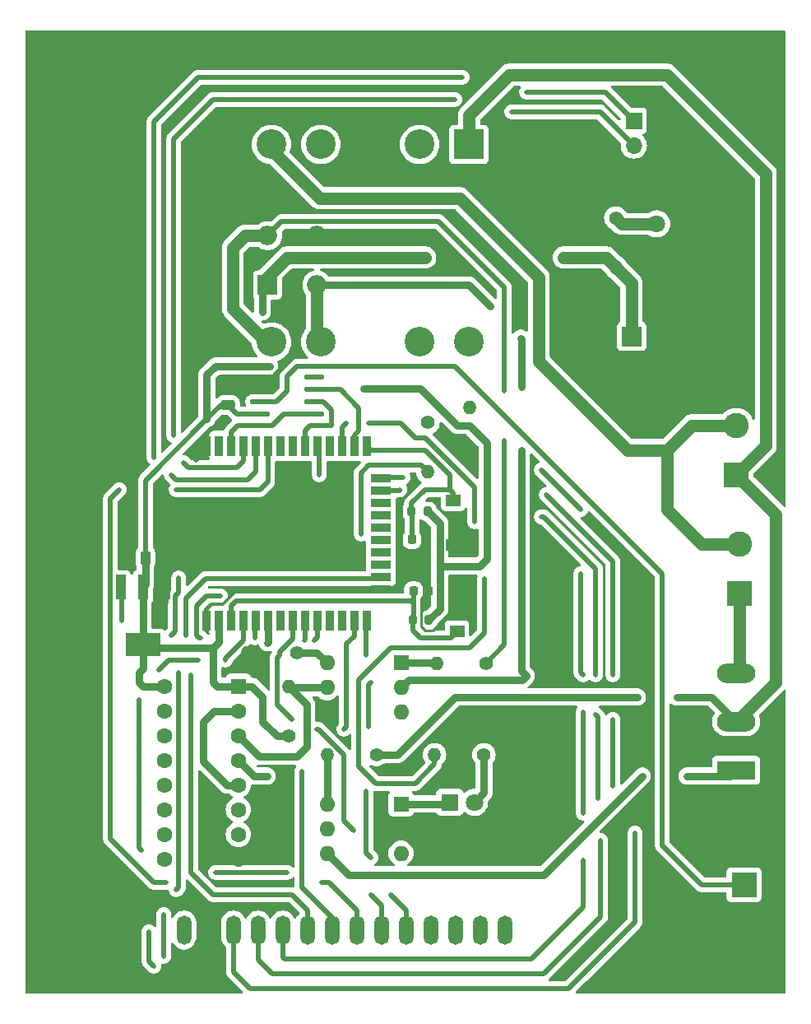
<source format=gbr>
%TF.GenerationSoftware,KiCad,Pcbnew,8.0.3*%
%TF.CreationDate,2024-08-31T20:41:35-05:00*%
%TF.ProjectId,solder_oven_PCB,736f6c64-6572-45f6-9f76-656e5f504342,rev?*%
%TF.SameCoordinates,Original*%
%TF.FileFunction,Copper,L1,Top*%
%TF.FilePolarity,Positive*%
%FSLAX46Y46*%
G04 Gerber Fmt 4.6, Leading zero omitted, Abs format (unit mm)*
G04 Created by KiCad (PCBNEW 8.0.3) date 2024-08-31 20:41:35*
%MOMM*%
%LPD*%
G01*
G04 APERTURE LIST*
G04 Aperture macros list*
%AMRoundRect*
0 Rectangle with rounded corners*
0 $1 Rounding radius*
0 $2 $3 $4 $5 $6 $7 $8 $9 X,Y pos of 4 corners*
0 Add a 4 corners polygon primitive as box body*
4,1,4,$2,$3,$4,$5,$6,$7,$8,$9,$2,$3,0*
0 Add four circle primitives for the rounded corners*
1,1,$1+$1,$2,$3*
1,1,$1+$1,$4,$5*
1,1,$1+$1,$6,$7*
1,1,$1+$1,$8,$9*
0 Add four rect primitives between the rounded corners*
20,1,$1+$1,$2,$3,$4,$5,0*
20,1,$1+$1,$4,$5,$6,$7,0*
20,1,$1+$1,$6,$7,$8,$9,0*
20,1,$1+$1,$8,$9,$2,$3,0*%
G04 Aperture macros list end*
%TA.AperFunction,ComponentPad*%
%ADD10C,5.600000*%
%TD*%
%TA.AperFunction,ComponentPad*%
%ADD11R,2.000000X2.000000*%
%TD*%
%TA.AperFunction,ComponentPad*%
%ADD12C,2.000000*%
%TD*%
%TA.AperFunction,ComponentPad*%
%ADD13R,2.600000X2.600000*%
%TD*%
%TA.AperFunction,ComponentPad*%
%ADD14C,2.600000*%
%TD*%
%TA.AperFunction,ComponentPad*%
%ADD15O,1.500000X3.000000*%
%TD*%
%TA.AperFunction,SMDPad,CuDef*%
%ADD16RoundRect,0.250000X-0.250000X-0.475000X0.250000X-0.475000X0.250000X0.475000X-0.250000X0.475000X0*%
%TD*%
%TA.AperFunction,ComponentPad*%
%ADD17R,1.700000X1.700000*%
%TD*%
%TA.AperFunction,ComponentPad*%
%ADD18O,1.700000X1.700000*%
%TD*%
%TA.AperFunction,SMDPad,CuDef*%
%ADD19RoundRect,0.225000X-0.225000X-0.250000X0.225000X-0.250000X0.225000X0.250000X-0.225000X0.250000X0*%
%TD*%
%TA.AperFunction,ComponentPad*%
%ADD20C,1.400000*%
%TD*%
%TA.AperFunction,ComponentPad*%
%ADD21O,1.400000X1.400000*%
%TD*%
%TA.AperFunction,SMDPad,CuDef*%
%ADD22RoundRect,0.250000X0.475000X-0.250000X0.475000X0.250000X-0.475000X0.250000X-0.475000X-0.250000X0*%
%TD*%
%TA.AperFunction,SMDPad,CuDef*%
%ADD23RoundRect,0.200000X0.200000X0.275000X-0.200000X0.275000X-0.200000X-0.275000X0.200000X-0.275000X0*%
%TD*%
%TA.AperFunction,ComponentPad*%
%ADD24O,2.000000X2.000000*%
%TD*%
%TA.AperFunction,ComponentPad*%
%ADD25R,1.800000X1.800000*%
%TD*%
%TA.AperFunction,ComponentPad*%
%ADD26C,1.800000*%
%TD*%
%TA.AperFunction,SMDPad,CuDef*%
%ADD27R,1.100000X2.500000*%
%TD*%
%TA.AperFunction,SMDPad,CuDef*%
%ADD28R,3.600000X2.340000*%
%TD*%
%TA.AperFunction,SMDPad,CuDef*%
%ADD29O,2.050000X0.590000*%
%TD*%
%TA.AperFunction,SMDPad,CuDef*%
%ADD30R,1.500000X1.230000*%
%TD*%
%TA.AperFunction,SMDPad,CuDef*%
%ADD31R,0.950000X2.100000*%
%TD*%
%TA.AperFunction,SMDPad,CuDef*%
%ADD32R,2.100000X0.950000*%
%TD*%
%TA.AperFunction,SMDPad,CuDef*%
%ADD33R,0.900000X0.900000*%
%TD*%
%TA.AperFunction,ComponentPad*%
%ADD34O,3.960000X1.980000*%
%TD*%
%TA.AperFunction,ComponentPad*%
%ADD35R,3.960000X1.980000*%
%TD*%
%TA.AperFunction,ComponentPad*%
%ADD36R,1.600000X1.600000*%
%TD*%
%TA.AperFunction,ComponentPad*%
%ADD37C,1.600000*%
%TD*%
%TA.AperFunction,ComponentPad*%
%ADD38O,1.600000X1.600000*%
%TD*%
%TA.AperFunction,ComponentPad*%
%ADD39R,3.048000X3.048000*%
%TD*%
%TA.AperFunction,ComponentPad*%
%ADD40C,3.048000*%
%TD*%
%TA.AperFunction,ViaPad*%
%ADD41C,0.508000*%
%TD*%
%TA.AperFunction,ViaPad*%
%ADD42C,0.381000*%
%TD*%
%TA.AperFunction,Conductor*%
%ADD43C,0.508000*%
%TD*%
%TA.AperFunction,Conductor*%
%ADD44C,0.254000*%
%TD*%
%TA.AperFunction,Conductor*%
%ADD45C,0.762000*%
%TD*%
%TA.AperFunction,Conductor*%
%ADD46C,1.270000*%
%TD*%
G04 APERTURE END LIST*
D10*
%TO.P,H3,1,1*%
%TO.N,GND*%
X150700000Y-137075000D03*
%TD*%
D11*
%TO.P,C2,1*%
%TO.N,+12v*%
X138075000Y-72625000D03*
D12*
%TO.P,C2,2*%
%TO.N,GND*%
X141875000Y-72625000D03*
%TD*%
D13*
%TO.P,P1,1,AC_P*%
%TO.N,Fase*%
X148844000Y-86868000D03*
D14*
%TO.P,P1,2,AC_N*%
%TO.N,Neutro*%
X148844000Y-81788000D03*
%TD*%
D15*
%TO.P,T1,1,VCC*%
%TO.N,+5V*%
X92010000Y-133700000D03*
%TO.P,T1,2,GND*%
%TO.N,GND*%
X94550000Y-133700000D03*
%TO.P,T1,3,CS*%
%TO.N,/esp32/CS*%
X97090000Y-133700000D03*
%TO.P,T1,4,RST*%
%TO.N,/esp32/RST*%
X99630000Y-133700000D03*
%TO.P,T1,5,DC*%
%TO.N,/esp32/D{slash}C*%
X102170000Y-133700000D03*
%TO.P,T1,6,MOSI*%
%TO.N,/esp32/MOSI*%
X104710000Y-133700000D03*
%TO.P,T1,7,SCK*%
%TO.N,/esp32/CLK*%
X107250000Y-133700000D03*
%TO.P,T1,8,LED*%
%TO.N,/esp32/LED*%
X109790000Y-133700000D03*
%TO.P,T1,9,MISO*%
%TO.N,/esp32/MISO*%
X112330000Y-133700000D03*
%TO.P,T1,10,T_CLK*%
%TO.N,/esp32/T_CLK*%
X114870000Y-133700000D03*
%TO.P,T1,11,T_CS*%
%TO.N,/esp32/T_CS*%
X117410000Y-133700000D03*
%TO.P,T1,12,T_DIN*%
%TO.N,/esp32/T_DIN*%
X119950000Y-133700000D03*
%TO.P,T1,13,T_DO*%
%TO.N,/esp32/T_DO*%
X122490000Y-133700000D03*
%TO.P,T1,14,T_IRQ*%
%TO.N,/esp32/T_IRQ*%
X125030000Y-133700000D03*
%TD*%
D16*
%TO.P,C7,1*%
%TO.N,+3.3V*%
X88025000Y-95400000D03*
%TO.P,C7,2*%
%TO.N,GND*%
X89925000Y-95400000D03*
%TD*%
D17*
%TO.P,J1,1,Pin_1*%
%TO.N,/esp32/Tx*%
X138300000Y-50450000D03*
D18*
%TO.P,J1,2,Pin_2*%
%TO.N,/esp32/Rx*%
X138300000Y-52990000D03*
%TO.P,J1,3,Pin_3*%
%TO.N,GND*%
X138300000Y-55530000D03*
%TD*%
D10*
%TO.P,H2,1,1*%
%TO.N,GND*%
X150275000Y-44400000D03*
%TD*%
D19*
%TO.P,C6,1*%
%TO.N,/esp32/Boot*%
X115475000Y-93525000D03*
%TO.P,C6,2*%
%TO.N,GND*%
X117025000Y-93525000D03*
%TD*%
D20*
%TO.P,R6,1*%
%TO.N,Net-(D4-A)*%
X136450000Y-60445000D03*
D21*
%TO.P,R6,2*%
%TO.N,+12v*%
X136450000Y-65525000D03*
%TD*%
D22*
%TO.P,C1,1*%
%TO.N,+3.3V*%
X96520000Y-79690000D03*
%TO.P,C1,2*%
%TO.N,GND*%
X96520000Y-77790000D03*
%TD*%
D13*
%TO.P,TC1,1,+*%
%TO.N,Net-(TC1-+)*%
X149657000Y-129037000D03*
D14*
%TO.P,TC1,2,-*%
%TO.N,GND*%
X149657000Y-123957000D03*
%TD*%
D10*
%TO.P,H4,1,1*%
%TO.N,GND*%
X78675000Y-137225000D03*
%TD*%
D23*
%TO.P,R10,1*%
%TO.N,+3.3V*%
X117075000Y-90625000D03*
%TO.P,R10,2*%
%TO.N,/esp32/Boot*%
X115425000Y-90625000D03*
%TD*%
D19*
%TO.P,C5,1*%
%TO.N,/esp32/EN*%
X115625000Y-98825000D03*
%TO.P,C5,2*%
%TO.N,GND*%
X117175000Y-98825000D03*
%TD*%
D11*
%TO.P,D3,1,+*%
%TO.N,+12v*%
X100605000Y-67350000D03*
D24*
%TO.P,D3,2*%
%TO.N,12_{NN}*%
X105685000Y-67350000D03*
%TO.P,D3,3,-*%
%TO.N,GND*%
X105685000Y-62270000D03*
%TO.P,D3,4*%
%TO.N,12_{V_{ac}}*%
X100605000Y-62270000D03*
%TD*%
D25*
%TO.P,D4,1,K*%
%TO.N,GND*%
X140650000Y-63600000D03*
D26*
%TO.P,D4,2,A*%
%TO.N,Net-(D4-A)*%
X140650000Y-61060000D03*
%TD*%
D27*
%TO.P,U3,1,GND*%
%TO.N,GND*%
X90075000Y-98420000D03*
%TO.P,U3,2,VOUT*%
%TO.N,+3.3V*%
X87775000Y-98420000D03*
%TO.P,U3,3,VIN*%
%TO.N,+5V*%
X85475000Y-98420000D03*
D28*
%TO.P,U3,4,VOUT*%
%TO.N,+3.3V*%
X87775000Y-104360000D03*
%TD*%
D23*
%TO.P,R9,1*%
%TO.N,+3.3V*%
X117200000Y-101825000D03*
%TO.P,R9,2*%
%TO.N,/esp32/EN*%
X115550000Y-101825000D03*
%TD*%
D13*
%TO.P,R1,1*%
%TO.N,Net-(D1-A1)*%
X149149000Y-99065000D03*
D14*
%TO.P,R1,2*%
%TO.N,Neutro*%
X149149000Y-93985000D03*
%TD*%
D29*
%TO.P,U2,1,GND*%
%TO.N,GND*%
X99846000Y-76830000D03*
%TO.P,U2,2,T-*%
X99846000Y-78110000D03*
%TO.P,U2,3,T+*%
%TO.N,Net-(TC1-+)*%
X99846000Y-79370000D03*
%TO.P,U2,4,VCC*%
%TO.N,+3.3V*%
X99846000Y-80640000D03*
%TO.P,U2,5,SCK*%
%TO.N,/esp32/SCK*%
X105386000Y-80640000D03*
%TO.P,U2,6,~{CS}*%
%TO.N,/esp32/CS_{T}*%
X105386000Y-79370000D03*
%TO.P,U2,7,SO*%
%TO.N,/esp32/D0*%
X105386000Y-78110000D03*
%TO.P,U2,8,N.C.*%
%TO.N,unconnected-(U2-N.C.-Pad8)*%
X105386000Y-76830000D03*
%TD*%
D10*
%TO.P,H1,1,1*%
%TO.N,GND*%
X78675000Y-44400000D03*
%TD*%
D30*
%TO.P,B2,1*%
%TO.N,GND*%
X119725000Y-94075000D03*
%TO.P,B2,2*%
%TO.N,/esp32/Boot*%
X119725000Y-89475000D03*
%TD*%
D31*
%TO.P,U1,1,GND*%
%TO.N,GND*%
X94275000Y-101905000D03*
%TO.P,U1,2,3V3*%
%TO.N,+3.3V*%
X95545000Y-101905000D03*
%TO.P,U1,3,EN*%
%TO.N,/esp32/EN*%
X96815000Y-101905000D03*
%TO.P,U1,4,SENSOR_VP*%
%TO.N,/esp32/T_IRQ*%
X98085000Y-101905000D03*
%TO.P,U1,5,SENSOR_VN*%
%TO.N,/esp32/T_DO*%
X99355000Y-101905000D03*
%TO.P,U1,6,IO34*%
%TO.N,/Zero_Cross*%
X100625000Y-101905000D03*
%TO.P,U1,7,IO35*%
%TO.N,unconnected-(U1-IO35-Pad7)*%
X101895000Y-101905000D03*
%TO.P,U1,8,IO32*%
%TO.N,/esp32/T_DIN*%
X103165000Y-101905000D03*
%TO.P,U1,9,IO33*%
%TO.N,/esp32/T_CS*%
X104435000Y-101905000D03*
%TO.P,U1,10,IO25*%
%TO.N,/esp32/T_CLK*%
X105705000Y-101905000D03*
%TO.P,U1,11,IO26*%
%TO.N,unconnected-(U1-IO26-Pad11)*%
X106975000Y-101905000D03*
%TO.P,U1,12,IO27*%
%TO.N,unconnected-(U1-IO27-Pad12)*%
X108245000Y-101905000D03*
%TO.P,U1,13,IO14*%
%TO.N,/esp32/CLK*%
X109515000Y-101905000D03*
%TO.P,U1,14,IO12*%
%TO.N,/esp32/MISO*%
X110785000Y-101905000D03*
D32*
%TO.P,U1,15,GND*%
%TO.N,GND*%
X112275000Y-98615000D03*
%TO.P,U1,16,IO13*%
%TO.N,/esp32/MOSI*%
X112275000Y-97345000D03*
%TO.P,U1,17,NC*%
%TO.N,unconnected-(U1-NC-Pad17)*%
X112275000Y-96075000D03*
%TO.P,U1,18,NC*%
%TO.N,unconnected-(U1-NC-Pad18)*%
X112275000Y-94805000D03*
%TO.P,U1,19,NC*%
%TO.N,unconnected-(U1-NC-Pad19)*%
X112275000Y-93535000D03*
%TO.P,U1,20,NC*%
%TO.N,unconnected-(U1-NC-Pad20)*%
X112275000Y-92265000D03*
%TO.P,U1,21,NC*%
%TO.N,unconnected-(U1-NC-Pad21)*%
X112275000Y-90995000D03*
%TO.P,U1,22,NC*%
%TO.N,unconnected-(U1-NC-Pad22)*%
X112275000Y-89725000D03*
%TO.P,U1,23,IO15*%
%TO.N,/esp32/CS*%
X112275000Y-88455000D03*
%TO.P,U1,24,IO2*%
%TO.N,/esp32/D{slash}C*%
X112275000Y-87185000D03*
D31*
%TO.P,U1,25,IO0*%
%TO.N,/esp32/Boot*%
X110785000Y-83905000D03*
%TO.P,U1,26,IO4*%
%TO.N,/esp32/D0*%
X109515000Y-83905000D03*
%TO.P,U1,27,IO16*%
%TO.N,/trigger_Gate*%
X108245000Y-83905000D03*
%TO.P,U1,28,IO17*%
%TO.N,unconnected-(U1-IO17-Pad28)*%
X106975000Y-83905000D03*
%TO.P,U1,29,IO5*%
%TO.N,/esp32/RST*%
X105705000Y-83905000D03*
%TO.P,U1,30,IO18*%
%TO.N,/esp32/CS_{T}*%
X104435000Y-83905000D03*
%TO.P,U1,31,IO19*%
%TO.N,unconnected-(U1-IO19-Pad31)*%
X103165000Y-83905000D03*
%TO.P,U1,32,NC*%
%TO.N,unconnected-(U1-NC-Pad32)*%
X101895000Y-83905000D03*
%TO.P,U1,33,IO21*%
%TO.N,/esp32/LED*%
X100625000Y-83905000D03*
%TO.P,U1,34,RXD0*%
%TO.N,/esp32/Tx*%
X99355000Y-83905000D03*
%TO.P,U1,35,TXD0*%
%TO.N,/esp32/Rx*%
X98085000Y-83905000D03*
%TO.P,U1,36,IO22*%
%TO.N,/esp32/SCK*%
X96815000Y-83905000D03*
%TO.P,U1,37,IO23*%
%TO.N,unconnected-(U1-IO23-Pad37)*%
X95545000Y-83905000D03*
%TO.P,U1,38,GND*%
%TO.N,GND*%
X94275000Y-83905000D03*
D33*
%TO.P,U1,39,GND*%
X100555000Y-93005000D03*
X100555000Y-94405000D03*
X100555000Y-95805000D03*
X101955000Y-93005000D03*
X101955000Y-94405000D03*
X101955000Y-95805000D03*
X103355000Y-93005000D03*
X103355000Y-94405000D03*
X103355000Y-95805000D03*
%TD*%
D30*
%TO.P,B1,1*%
%TO.N,GND*%
X120100000Y-98350000D03*
%TO.P,B1,2*%
%TO.N,/esp32/EN*%
X120100000Y-102950000D03*
%TD*%
D34*
%TO.P,D1,1,A1*%
%TO.N,Net-(D1-A1)*%
X148844000Y-107268000D03*
%TO.P,D1,2,A2*%
%TO.N,Fase*%
X148844000Y-112268000D03*
D35*
%TO.P,D1,3,G*%
%TO.N,/modules/shot*%
X148844000Y-117268000D03*
%TD*%
D36*
%TO.P,U7,1,Vcc*%
%TO.N,+3.3V*%
X97600000Y-108610000D03*
D37*
%TO.P,U7,2,NotA*%
%TO.N,Net-(U7-B)*%
X97600000Y-111150000D03*
%TO.P,U7,3,A*%
%TO.N,Net-(U7-A)*%
X97600000Y-113690000D03*
%TO.P,U7,4,NotB*%
%TO.N,/Zero_Cross*%
X97600000Y-116230000D03*
%TO.P,U7,5,B*%
%TO.N,Net-(U7-B)*%
X97600000Y-118770000D03*
%TO.P,U7,6,NotC*%
%TO.N,unconnected-(U7-NotC-Pad6)*%
X97600000Y-121310000D03*
%TO.P,U7,7,C*%
%TO.N,unconnected-(U7-C-Pad7)*%
X97600000Y-123850000D03*
%TO.P,U7,8,VSS*%
%TO.N,GND*%
X97600000Y-126390000D03*
%TO.P,U7,9,D*%
%TO.N,unconnected-(U7-D-Pad9)*%
X89980000Y-126390000D03*
%TO.P,U7,10,NotD*%
%TO.N,unconnected-(U7-NotD-Pad10)*%
X89980000Y-123850000D03*
%TO.P,U7,11,E*%
%TO.N,unconnected-(U7-E-Pad11)*%
X89980000Y-121310000D03*
%TO.P,U7,12,NotE*%
%TO.N,unconnected-(U7-NotE-Pad12)*%
X89980000Y-118770000D03*
%TO.P,U7,13,NC*%
%TO.N,unconnected-(U7-NC-Pad13)*%
X89980000Y-116230000D03*
%TO.P,U7,14,F*%
%TO.N,unconnected-(U7-F-Pad14)*%
X89980000Y-113690000D03*
%TO.P,U7,15,NotF*%
%TO.N,unconnected-(U7-NotF-Pad15)*%
X89980000Y-111150000D03*
%TO.P,U7,16,VDD*%
%TO.N,+3.3V*%
X89980000Y-108610000D03*
%TD*%
D36*
%TO.P,U5,1*%
%TO.N,Net-(D2-K)*%
X114340000Y-120725000D03*
D38*
%TO.P,U5,2*%
%TO.N,GND*%
X114340000Y-123265000D03*
%TO.P,U5,3,NC*%
%TO.N,unconnected-(U5-NC-Pad3)*%
X114340000Y-125805000D03*
%TO.P,U5,4*%
%TO.N,/modules/shot*%
X106720000Y-125805000D03*
%TO.P,U5,5,NC*%
%TO.N,unconnected-(U5-NC-Pad5)*%
X106720000Y-123265000D03*
%TO.P,U5,6*%
%TO.N,Net-(R11-Pad2)*%
X106720000Y-120725000D03*
%TD*%
D20*
%TO.P,R11,1*%
%TO.N,Fase*%
X111820000Y-115650000D03*
D21*
%TO.P,R11,2*%
%TO.N,Net-(R11-Pad2)*%
X106740000Y-115650000D03*
%TD*%
D39*
%TO.P,T2,1*%
%TO.N,Fase*%
X121330000Y-52888000D03*
D40*
%TO.P,T2,2*%
%TO.N,unconnected-(T2-Pad2)*%
X116250000Y-52888000D03*
%TO.P,T2,3,NC*%
%TO.N,unconnected-(T2-NC-Pad3)*%
X106090000Y-52888000D03*
%TO.P,T2,5*%
%TO.N,Neutro*%
X101010000Y-52888000D03*
%TO.P,T2,6*%
%TO.N,12_{V_{ac}}*%
X101010000Y-73208000D03*
%TO.P,T2,7*%
%TO.N,12_{NN}*%
X106090000Y-73208000D03*
%TO.P,T2,9*%
%TO.N,unconnected-(T2-Pad9)*%
X116250000Y-73208000D03*
%TO.P,T2,10*%
%TO.N,unconnected-(T2-Pad10)*%
X121330000Y-73208000D03*
%TD*%
D20*
%TO.P,R2,1*%
%TO.N,Net-(D2-A)*%
X122880000Y-115650000D03*
D21*
%TO.P,R2,2*%
%TO.N,/trigger_Gate*%
X117800000Y-115650000D03*
%TD*%
D36*
%TO.P,U4,1*%
%TO.N,Net-(R3-Pad2)*%
X114340000Y-106225000D03*
D38*
%TO.P,U4,2*%
%TO.N,12_{NN}*%
X114340000Y-108765000D03*
%TO.P,U4,3,NC*%
%TO.N,unconnected-(U4-NC-Pad3)*%
X114340000Y-111305000D03*
%TO.P,U4,4*%
%TO.N,GND*%
X106720000Y-111305000D03*
%TO.P,U4,5*%
%TO.N,Net-(U7-A)*%
X106720000Y-108765000D03*
%TO.P,U4,6*%
%TO.N,Net-(R4-Pad1)*%
X106720000Y-106225000D03*
%TD*%
D20*
%TO.P,R8,1*%
%TO.N,GND*%
X121386600Y-85039200D03*
D21*
%TO.P,R8,2*%
%TO.N,Net-(U6-FB)*%
X121386600Y-79959200D03*
%TD*%
D20*
%TO.P,R5,1*%
%TO.N,+3.3V*%
X102790000Y-113750000D03*
D21*
%TO.P,R5,2*%
%TO.N,Net-(U7-A)*%
X102790000Y-108670000D03*
%TD*%
D25*
%TO.P,D2,1,K*%
%TO.N,Net-(D2-K)*%
X119365000Y-120550000D03*
D26*
%TO.P,D2,2,A*%
%TO.N,Net-(D2-A)*%
X121905000Y-120550000D03*
%TD*%
D20*
%TO.P,R3,1*%
%TO.N,12_{V_{ac}}*%
X123080000Y-106250000D03*
D21*
%TO.P,R3,2*%
%TO.N,Net-(R3-Pad2)*%
X118000000Y-106250000D03*
%TD*%
D20*
%TO.P,R4,1*%
%TO.N,Net-(R4-Pad1)*%
X103632000Y-105156000D03*
D21*
%TO.P,R4,2*%
%TO.N,GND*%
X98552000Y-105156000D03*
%TD*%
D20*
%TO.P,R7,1*%
%TO.N,Net-(U6-FB)*%
X117119400Y-81508600D03*
D21*
%TO.P,R7,2*%
%TO.N,+5V*%
X117119400Y-86588600D03*
%TD*%
D41*
%TO.N,GND*%
X107950000Y-94742000D03*
X107950000Y-92456000D03*
X103632000Y-91440000D03*
X93218000Y-85344000D03*
X107950000Y-91186000D03*
X103632000Y-70612000D03*
X107950000Y-90170000D03*
X103378000Y-92964000D03*
X97282000Y-98806000D03*
X106680000Y-94742000D03*
X105410000Y-93472000D03*
X102108000Y-92964000D03*
X102108000Y-95758000D03*
X106680000Y-91186000D03*
X102108000Y-91440000D03*
X100584000Y-94488000D03*
X106680000Y-96012000D03*
X120142000Y-92456000D03*
X102108000Y-94488000D03*
X103378000Y-94488000D03*
X105410000Y-91186000D03*
X106680000Y-90170000D03*
X100584000Y-91440000D03*
X106680000Y-92456000D03*
X107950000Y-96012000D03*
X105410000Y-96012000D03*
X121412000Y-100076000D03*
X100584000Y-95758000D03*
X103632000Y-90170000D03*
X105410000Y-90170000D03*
X106680000Y-93472000D03*
X105410000Y-92456000D03*
X103378000Y-96012000D03*
X100584000Y-92964000D03*
X107950000Y-93472000D03*
X100584000Y-90170000D03*
X105410000Y-94742000D03*
X102108000Y-90170000D03*
D42*
%TO.N,+3.3V*%
X110490000Y-77978000D03*
X100838000Y-75692000D03*
D41*
%TO.N,+12v*%
X131064000Y-64516000D03*
D42*
X100076000Y-70104000D03*
D41*
X116840000Y-64516000D03*
D42*
%TO.N,+5V*%
X110236000Y-92964000D03*
X85598000Y-101854000D03*
%TO.N,Fase*%
X142748000Y-109728000D03*
X138684000Y-109728000D03*
%TO.N,/modules/shot*%
X143764000Y-117856000D03*
X139192000Y-117856000D03*
%TO.N,12_{V_{ac}}*%
X124968000Y-78232000D03*
X124968000Y-83312000D03*
%TO.N,12_{NN}*%
X126720600Y-77851000D03*
X126644400Y-72821800D03*
X123520200Y-69519800D03*
X126746000Y-84328000D03*
D41*
%TO.N,/esp32/Tx*%
X127254000Y-47498000D03*
X120650000Y-45974000D03*
X90678000Y-86868000D03*
X88900000Y-85090000D03*
%TO.N,/esp32/Rx*%
X119888000Y-48260000D03*
X90932000Y-82804000D03*
X125730000Y-49530000D03*
X91948000Y-85598000D03*
D42*
%TO.N,/trigger_Gate*%
X122936000Y-97536000D03*
X121920000Y-91694000D03*
X110998000Y-81534000D03*
X108712000Y-81534000D03*
D41*
%TO.N,/esp32/MOSI*%
X92202000Y-103378000D03*
X92710000Y-107442000D03*
%TO.N,/esp32/T_IRQ*%
X87376000Y-109982000D03*
X88392000Y-133858000D03*
X87630000Y-125476000D03*
X88900000Y-137414000D03*
X89408000Y-106934000D03*
X93472000Y-105918000D03*
X96266000Y-105918000D03*
%TO.N,/esp32/T_CS*%
X104394000Y-103886000D03*
%TO.N,/esp32/T_CLK*%
X105664000Y-113030000D03*
X105410000Y-103886000D03*
X109474000Y-123444000D03*
X113284000Y-130048000D03*
%TO.N,/esp32/MISO*%
X110744000Y-119380000D03*
X111252000Y-130048000D03*
X110744000Y-105410000D03*
X110998000Y-112776000D03*
X111252000Y-126238000D03*
X111252000Y-108204000D03*
%TO.N,/esp32/LED*%
X91186000Y-88392000D03*
X90170000Y-128778000D03*
X85344000Y-88392000D03*
X102616000Y-127762000D03*
X106172000Y-128778000D03*
X95250000Y-127762000D03*
D42*
%TO.N,/esp32/D{slash}C*%
X133096000Y-111252000D03*
X133096000Y-121666000D03*
X132842000Y-90424000D03*
X132842000Y-97028000D03*
X133096000Y-107442000D03*
X128778000Y-86360000D03*
X133096000Y-126492000D03*
X114554000Y-87122000D03*
D41*
%TO.N,/esp32/T_DO*%
X89916000Y-136398000D03*
X91440000Y-107188000D03*
X93726000Y-103632000D03*
X89916000Y-132080000D03*
X90678000Y-103378000D03*
X91465400Y-97485200D03*
X95758000Y-99314000D03*
X91186000Y-129540000D03*
X99314000Y-103632000D03*
%TO.N,/esp32/T_DIN*%
X103124000Y-112014000D03*
%TO.N,/esp32/CLK*%
X108458000Y-113030000D03*
X104140000Y-117348000D03*
D42*
%TO.N,/esp32/CS*%
X114250000Y-88380000D03*
X136144000Y-118872000D03*
X136144000Y-112014000D03*
X138430000Y-123698000D03*
X129286000Y-88900000D03*
X136144000Y-107442000D03*
%TO.N,/esp32/RST*%
X105918000Y-86868000D03*
X134620000Y-120142000D03*
X128778000Y-91186000D03*
X134874000Y-124460000D03*
X134366000Y-111506000D03*
X134366000Y-107442000D03*
%TO.N,/Zero_Cross*%
X100584000Y-117856000D03*
X100584000Y-104140000D03*
%TD*%
D43*
%TO.N,/esp32/EN*%
X115550000Y-102850000D02*
X116332000Y-103632000D01*
X116332000Y-103632000D02*
X119418000Y-103632000D01*
X115625000Y-101750000D02*
X115550000Y-101825000D01*
X115371000Y-99822000D02*
X115625000Y-100076000D01*
X96815000Y-100347000D02*
X97340000Y-99822000D01*
X97340000Y-99822000D02*
X115371000Y-99822000D01*
X96815000Y-101905000D02*
X96815000Y-100347000D01*
X115550000Y-101825000D02*
X115550000Y-102850000D01*
X119418000Y-103632000D02*
X120100000Y-102950000D01*
X115625000Y-98825000D02*
X115625000Y-100076000D01*
X115625000Y-100076000D02*
X115625000Y-101750000D01*
D44*
%TO.N,GND*%
X116840000Y-102870000D02*
X117602000Y-102870000D01*
X94275000Y-101905000D02*
X94275000Y-100601000D01*
D43*
X99846000Y-78110000D02*
X99846000Y-77470000D01*
D44*
X96012000Y-100076000D02*
X97282000Y-98806000D01*
D43*
X101346000Y-76610000D02*
X103632000Y-74324000D01*
D44*
X116419000Y-102449000D02*
X116840000Y-102870000D01*
X117602000Y-102870000D02*
X120100000Y-100372000D01*
D43*
X99846000Y-77470000D02*
X99846000Y-76830000D01*
D44*
X94275000Y-100601000D02*
X94800000Y-100076000D01*
X94800000Y-100076000D02*
X96012000Y-100076000D01*
X119725000Y-94075000D02*
X119725000Y-92873000D01*
X117175000Y-98825000D02*
X116419000Y-99581000D01*
X119725000Y-92873000D02*
X120142000Y-92456000D01*
D43*
X101346000Y-76962000D02*
X101346000Y-76610000D01*
D44*
X120100000Y-100372000D02*
X120100000Y-98350000D01*
D43*
X94275000Y-84287000D02*
X93218000Y-85344000D01*
X103632000Y-74324000D02*
X103632000Y-70612000D01*
X100838000Y-77470000D02*
X101346000Y-76962000D01*
X99846000Y-77470000D02*
X100838000Y-77470000D01*
X94275000Y-83905000D02*
X94275000Y-84287000D01*
D44*
X116419000Y-99581000D02*
X116419000Y-102449000D01*
D43*
%TO.N,/esp32/Boot*%
X116840000Y-88392000D02*
X115425000Y-89807000D01*
X116840000Y-84328000D02*
X119380000Y-86868000D01*
X110785000Y-83905000D02*
X111208000Y-84328000D01*
X111208000Y-84328000D02*
X116840000Y-84328000D01*
X119725000Y-89475000D02*
X119725000Y-88737000D01*
X115425000Y-89807000D02*
X115425000Y-90625000D01*
X119380000Y-88392000D02*
X116840000Y-88392000D01*
X115475000Y-93525000D02*
X115475000Y-90675000D01*
X115475000Y-90675000D02*
X115425000Y-90625000D01*
X119380000Y-86868000D02*
X119380000Y-88392000D01*
X119725000Y-88737000D02*
X119380000Y-88392000D01*
D45*
%TO.N,+3.3V*%
X120142000Y-81788000D02*
X116332000Y-77978000D01*
X87775000Y-104360000D02*
X87775000Y-98420000D01*
X121412000Y-81788000D02*
X120142000Y-81788000D01*
X88025000Y-98170000D02*
X87775000Y-98420000D01*
X98958000Y-108610000D02*
X97600000Y-108610000D01*
X87782000Y-108610000D02*
X87376000Y-108204000D01*
D43*
X88025000Y-87460000D02*
X88025000Y-95400000D01*
D45*
X87775000Y-104360000D02*
X88063000Y-104648000D01*
X94996000Y-108204000D02*
X94996000Y-104648000D01*
X87775000Y-106789000D02*
X87775000Y-104360000D01*
X100076000Y-109728000D02*
X98958000Y-108610000D01*
X118340000Y-91890000D02*
X118340000Y-96266000D01*
X116332000Y-77978000D02*
X110490000Y-77978000D01*
X123190000Y-95504000D02*
X123190000Y-83566000D01*
X100076000Y-112268000D02*
X100076000Y-109728000D01*
X94346500Y-76595500D02*
X94346500Y-81138500D01*
D43*
X94346500Y-81138500D02*
X88025000Y-87460000D01*
X95795000Y-79690000D02*
X94346500Y-81138500D01*
D45*
X118340000Y-96266000D02*
X118340000Y-100685000D01*
X87376000Y-107188000D02*
X87775000Y-106789000D01*
X88063000Y-104648000D02*
X94996000Y-104648000D01*
X89980000Y-108610000D02*
X87782000Y-108610000D01*
X102790000Y-113750000D02*
X101558000Y-113750000D01*
X94996000Y-104648000D02*
X95545000Y-104099000D01*
X95402000Y-108610000D02*
X94996000Y-108204000D01*
X122428000Y-96266000D02*
X123190000Y-95504000D01*
X118340000Y-96266000D02*
X122428000Y-96266000D01*
X87376000Y-108204000D02*
X87376000Y-107188000D01*
X100838000Y-75692000D02*
X95250000Y-75692000D01*
X88025000Y-95400000D02*
X88025000Y-98170000D01*
D43*
X97470000Y-80640000D02*
X99846000Y-80640000D01*
D45*
X118340000Y-100685000D02*
X117200000Y-101825000D01*
X117075000Y-90625000D02*
X118340000Y-91890000D01*
X95545000Y-104099000D02*
X95545000Y-101905000D01*
D43*
X96520000Y-79690000D02*
X95795000Y-79690000D01*
D45*
X101558000Y-113750000D02*
X100076000Y-112268000D01*
X97600000Y-108610000D02*
X95402000Y-108610000D01*
X123190000Y-83566000D02*
X121412000Y-81788000D01*
D43*
X96520000Y-79690000D02*
X97470000Y-80640000D01*
D45*
X95250000Y-75692000D02*
X94346500Y-76595500D01*
D46*
%TO.N,+12v*%
X102616000Y-64516000D02*
X115824000Y-64516000D01*
X100605000Y-67350000D02*
X100605000Y-66527000D01*
X100605000Y-66527000D02*
X102108000Y-65024000D01*
X131064000Y-64516000D02*
X135441000Y-64516000D01*
X115824000Y-64516000D02*
X116840000Y-64516000D01*
X135441000Y-64516000D02*
X136450000Y-65525000D01*
X138075000Y-67150000D02*
X136450000Y-65525000D01*
X102108000Y-65024000D02*
X102616000Y-64516000D01*
D45*
X100076000Y-70104000D02*
X100076000Y-67879000D01*
X100076000Y-67879000D02*
X100605000Y-67350000D01*
D46*
X138075000Y-72625000D02*
X138075000Y-67150000D01*
D43*
%TO.N,+5V*%
X116419400Y-85888600D02*
X117119400Y-86588600D01*
X111030400Y-85888600D02*
X116419400Y-85888600D01*
X110236000Y-86683000D02*
X111030400Y-85888600D01*
X85598000Y-98543000D02*
X85475000Y-98420000D01*
X85598000Y-101854000D02*
X85598000Y-98543000D01*
X110236000Y-92964000D02*
X110236000Y-86683000D01*
D46*
%TO.N,Fase*%
X125476000Y-45720000D02*
X121330000Y-49866000D01*
D45*
X117856000Y-111760000D02*
X119888000Y-109728000D01*
D46*
X151892000Y-55880000D02*
X141732000Y-45720000D01*
X121330000Y-49866000D02*
X121330000Y-52888000D01*
X151892000Y-83820000D02*
X151892000Y-55880000D01*
D45*
X146304000Y-109728000D02*
X148844000Y-112268000D01*
X111820000Y-115650000D02*
X113966000Y-115650000D01*
X119888000Y-109728000D02*
X138684000Y-109728000D01*
D46*
X148844000Y-86868000D02*
X152908000Y-90932000D01*
X148844000Y-86868000D02*
X151892000Y-83820000D01*
D45*
X142748000Y-109728000D02*
X146304000Y-109728000D01*
D46*
X152908000Y-90932000D02*
X152908000Y-108204000D01*
D45*
X113966000Y-115650000D02*
X117856000Y-111760000D01*
D46*
X152908000Y-108204000D02*
X148844000Y-112268000D01*
X141732000Y-45720000D02*
X125476000Y-45720000D01*
D45*
%TO.N,/modules/shot*%
X129032000Y-128016000D02*
X138176000Y-118872000D01*
X138176000Y-118872000D02*
X139192000Y-117856000D01*
X143764000Y-117856000D02*
X148256000Y-117856000D01*
X109220000Y-128016000D02*
X129032000Y-128016000D01*
X108931000Y-128016000D02*
X109220000Y-128016000D01*
X148256000Y-117856000D02*
X148844000Y-117268000D01*
X106720000Y-125805000D02*
X108931000Y-128016000D01*
%TO.N,Net-(D2-A)*%
X122880000Y-119575000D02*
X121905000Y-120550000D01*
X122880000Y-115650000D02*
X122880000Y-119575000D01*
%TO.N,Net-(D2-K)*%
X119190000Y-120725000D02*
X119365000Y-120550000D01*
X114340000Y-120725000D02*
X119190000Y-120725000D01*
D43*
%TO.N,12_{V_{ac}}*%
X124968000Y-84836000D02*
X124968000Y-83312000D01*
X102059000Y-60816000D02*
X100605000Y-62270000D01*
D46*
X101010000Y-73208000D02*
X100443000Y-73208000D01*
X98258000Y-62270000D02*
X100605000Y-62270000D01*
D43*
X118220000Y-60816000D02*
X102059000Y-60816000D01*
D46*
X97028000Y-69793000D02*
X97028000Y-63500000D01*
D43*
X123080000Y-106250000D02*
X124968000Y-104362000D01*
X124968000Y-67564000D02*
X118220000Y-60816000D01*
X124968000Y-78232000D02*
X124968000Y-67564000D01*
D46*
X100443000Y-73208000D02*
X97028000Y-69793000D01*
D43*
X124968000Y-104362000D02*
X124968000Y-84836000D01*
D46*
X97028000Y-63500000D02*
X98258000Y-62270000D01*
D45*
%TO.N,12_{NN}*%
X126746000Y-84328000D02*
X126746000Y-107061000D01*
X123520200Y-69519800D02*
X121350400Y-67350000D01*
D46*
X105664000Y-67371000D02*
X105685000Y-67350000D01*
D45*
X127228600Y-107543600D02*
X126807199Y-107965001D01*
X126720600Y-77851000D02*
X126720600Y-72898000D01*
X126746000Y-107061000D02*
X127228600Y-107543600D01*
X115139999Y-107965001D02*
X114340000Y-108765000D01*
D46*
X105664000Y-72782000D02*
X105664000Y-67371000D01*
D45*
X121350400Y-67350000D02*
X105685000Y-67350000D01*
X126720600Y-72898000D02*
X126644400Y-72821800D01*
X126807199Y-107965001D02*
X115139999Y-107965001D01*
D46*
X106090000Y-73208000D02*
X105664000Y-72782000D01*
%TO.N,Net-(D4-A)*%
X137065000Y-61060000D02*
X136450000Y-60445000D01*
X140650000Y-61060000D02*
X137065000Y-61060000D01*
D43*
%TO.N,/esp32/Tx*%
X135348000Y-47498000D02*
X138300000Y-50450000D01*
X99355000Y-86573000D02*
X98552000Y-87376000D01*
X93472000Y-45974000D02*
X120650000Y-45974000D01*
X98552000Y-87376000D02*
X91186000Y-87376000D01*
X91186000Y-87376000D02*
X90678000Y-86868000D01*
X88900000Y-50546000D02*
X93472000Y-45974000D01*
X88900000Y-85090000D02*
X88900000Y-50546000D01*
X127254000Y-47498000D02*
X135348000Y-47498000D01*
X99355000Y-83905000D02*
X99355000Y-86573000D01*
%TO.N,/esp32/Rx*%
X92456000Y-86106000D02*
X91948000Y-85598000D01*
X134840000Y-49530000D02*
X138300000Y-52990000D01*
X90932000Y-52324000D02*
X94996000Y-48260000D01*
X125730000Y-49530000D02*
X134840000Y-49530000D01*
X94996000Y-48260000D02*
X119888000Y-48260000D01*
X90932000Y-82804000D02*
X90932000Y-52324000D01*
X96774000Y-86106000D02*
X92456000Y-86106000D01*
X98085000Y-83905000D02*
X98085000Y-85463000D01*
X97442000Y-86106000D02*
X96774000Y-86106000D01*
X98085000Y-85463000D02*
X97442000Y-86106000D01*
D46*
%TO.N,Neutro*%
X120396000Y-58420000D02*
X105975000Y-58420000D01*
X105975000Y-58420000D02*
X101010000Y-53455000D01*
X141732000Y-84328000D02*
X141732000Y-90424000D01*
X128524000Y-75184000D02*
X128524000Y-66548000D01*
X148844000Y-81788000D02*
X144272000Y-81788000D01*
X141732000Y-84328000D02*
X137668000Y-84328000D01*
X144272000Y-81788000D02*
X141732000Y-84328000D01*
X141732000Y-90424000D02*
X145293000Y-93985000D01*
X137668000Y-84328000D02*
X128524000Y-75184000D01*
X128524000Y-66548000D02*
X120396000Y-58420000D01*
X101010000Y-53455000D02*
X101010000Y-52888000D01*
X145293000Y-93985000D02*
X149149000Y-93985000D01*
D43*
%TO.N,/trigger_Gate*%
X108245000Y-82001000D02*
X108712000Y-81534000D01*
X116840000Y-83058000D02*
X121920000Y-88138000D01*
X117800000Y-116642000D02*
X117800000Y-115650000D01*
X108245000Y-83905000D02*
X108245000Y-82001000D01*
X111760000Y-118618000D02*
X115824000Y-118618000D01*
X115824000Y-118618000D02*
X117800000Y-116642000D01*
X113301000Y-104648000D02*
X109982000Y-107967000D01*
X110998000Y-81534000D02*
X114300000Y-81534000D01*
X121412000Y-104648000D02*
X113301000Y-104648000D01*
X122936000Y-97536000D02*
X122936000Y-103124000D01*
X115824000Y-83058000D02*
X116840000Y-83058000D01*
X121920000Y-88138000D02*
X121920000Y-91694000D01*
X122936000Y-103124000D02*
X121412000Y-104648000D01*
X109982000Y-107967000D02*
X109982000Y-116840000D01*
X109982000Y-116840000D02*
X111760000Y-118618000D01*
X114300000Y-81534000D02*
X115824000Y-83058000D01*
D45*
%TO.N,Net-(R3-Pad2)*%
X114340000Y-106225000D02*
X117975000Y-106225000D01*
X117975000Y-106225000D02*
X118000000Y-106250000D01*
%TO.N,Net-(R4-Pad1)*%
X105651000Y-105156000D02*
X106720000Y-106225000D01*
X103632000Y-105156000D02*
X105651000Y-105156000D01*
%TO.N,Net-(U7-A)*%
X104648000Y-114808000D02*
X103632000Y-115824000D01*
X103632000Y-115824000D02*
X99734000Y-115824000D01*
X102885000Y-108765000D02*
X102790000Y-108670000D01*
X106720000Y-108765000D02*
X102885000Y-108765000D01*
X99734000Y-115824000D02*
X97600000Y-113690000D01*
X102790000Y-108670000D02*
X104648000Y-110528000D01*
X104648000Y-110528000D02*
X104648000Y-114808000D01*
%TO.N,Net-(R11-Pad2)*%
X106740000Y-120705000D02*
X106720000Y-120725000D01*
X106740000Y-115650000D02*
X106740000Y-120705000D01*
D43*
%TO.N,/esp32/MOSI*%
X92710000Y-107442000D02*
X92710000Y-127762000D01*
X104710000Y-131634000D02*
X104710000Y-133700000D01*
X94996000Y-130048000D02*
X103124000Y-130048000D01*
X92202000Y-103378000D02*
X92202000Y-99568000D01*
X92202000Y-99568000D02*
X94234000Y-97536000D01*
X103124000Y-130048000D02*
X104710000Y-131634000D01*
X112084000Y-97536000D02*
X112275000Y-97345000D01*
X94234000Y-97536000D02*
X112084000Y-97536000D01*
X92710000Y-127762000D02*
X94996000Y-130048000D01*
%TO.N,/esp32/T_IRQ*%
X90424000Y-105918000D02*
X89408000Y-106934000D01*
X93472000Y-105918000D02*
X90424000Y-105918000D01*
X88392000Y-136906000D02*
X88900000Y-137414000D01*
X88392000Y-133858000D02*
X88392000Y-136906000D01*
X87376000Y-109982000D02*
X87376000Y-125222000D01*
X87376000Y-125222000D02*
X87630000Y-125476000D01*
X96266000Y-105733630D02*
X96266000Y-105918000D01*
X98085000Y-101905000D02*
X98085000Y-103914630D01*
X98085000Y-103914630D02*
X96266000Y-105733630D01*
%TO.N,/esp32/T_CS*%
X104435000Y-103845000D02*
X104394000Y-103886000D01*
X104435000Y-101905000D02*
X104435000Y-103845000D01*
%TO.N,/esp32/T_CLK*%
X109474000Y-123444000D02*
X108458000Y-122428000D01*
X105828370Y-113030000D02*
X105664000Y-113030000D01*
X114870000Y-131634000D02*
X113284000Y-130048000D01*
X108458000Y-122428000D02*
X108458000Y-116078000D01*
X114870000Y-133700000D02*
X114870000Y-131634000D01*
X108458000Y-116078000D02*
X108458000Y-115659630D01*
X108458000Y-115659630D02*
X105828370Y-113030000D01*
X105705000Y-103591000D02*
X105705000Y-101905000D01*
X105410000Y-103886000D02*
X105705000Y-103591000D01*
%TO.N,/esp32/MISO*%
X112330000Y-133700000D02*
X112330000Y-131126000D01*
X110998000Y-112776000D02*
X110998000Y-108458000D01*
X112330000Y-131126000D02*
X111252000Y-130048000D01*
X110744000Y-105410000D02*
X110744000Y-101946000D01*
X111252000Y-126238000D02*
X110744000Y-125730000D01*
X110744000Y-125730000D02*
X110744000Y-119380000D01*
X110744000Y-101946000D02*
X110785000Y-101905000D01*
X110998000Y-108458000D02*
X111252000Y-108204000D01*
%TO.N,/esp32/LED*%
X99822000Y-88392000D02*
X100625000Y-87589000D01*
X84417000Y-124295000D02*
X84417000Y-89319000D01*
X109790000Y-133700000D02*
X109790000Y-131634000D01*
X84417000Y-89319000D02*
X85344000Y-88392000D01*
X109790000Y-131634000D02*
X108712000Y-130556000D01*
X88900000Y-128778000D02*
X84417000Y-124295000D01*
X106934000Y-128778000D02*
X106172000Y-128778000D01*
X102616000Y-127762000D02*
X95250000Y-127762000D01*
X108712000Y-130556000D02*
X106934000Y-128778000D01*
X100625000Y-87589000D02*
X100625000Y-83905000D01*
X91186000Y-88392000D02*
X99822000Y-88392000D01*
X90170000Y-128778000D02*
X88900000Y-128778000D01*
%TO.N,/esp32/D{slash}C*%
X126746000Y-136652000D02*
X127762000Y-136652000D01*
X133096000Y-121666000D02*
X133096000Y-111252000D01*
X132842000Y-131572000D02*
X133096000Y-131318000D01*
X130302000Y-134112000D02*
X130556000Y-133858000D01*
X102170000Y-133700000D02*
X102170000Y-136460000D01*
X132842000Y-107188000D02*
X132842000Y-97028000D01*
X133096000Y-131318000D02*
X133096000Y-126492000D01*
X130302000Y-134112000D02*
X132842000Y-131572000D01*
X112338000Y-87122000D02*
X112275000Y-87185000D01*
X114554000Y-87122000D02*
X112338000Y-87122000D01*
X132842000Y-90424000D02*
X128778000Y-86360000D01*
X102170000Y-136460000D02*
X102362000Y-136652000D01*
X102362000Y-136652000D02*
X126746000Y-136652000D01*
X133096000Y-107442000D02*
X132842000Y-107188000D01*
X127762000Y-136652000D02*
X130302000Y-134112000D01*
%TO.N,/esp32/T_DO*%
X94325000Y-99314000D02*
X93292000Y-100347000D01*
X91109800Y-102946200D02*
X90678000Y-103378000D01*
X91133000Y-100154800D02*
X91109800Y-100178000D01*
X91133000Y-99367000D02*
X91133000Y-100154800D01*
X91465400Y-97485200D02*
X91465400Y-99034600D01*
X91440000Y-112014000D02*
X91440000Y-107188000D01*
X89916000Y-136398000D02*
X89916000Y-132080000D01*
X99314000Y-103632000D02*
X99314000Y-101946000D01*
X95758000Y-99314000D02*
X94325000Y-99314000D01*
X91440000Y-129286000D02*
X91440000Y-112014000D01*
X91109800Y-100178000D02*
X91109800Y-102946200D01*
X93558369Y-103632000D02*
X93726000Y-103632000D01*
X91465400Y-99034600D02*
X91133000Y-99367000D01*
X93292000Y-100347000D02*
X93292000Y-103365631D01*
X93292000Y-103365631D02*
X93558369Y-103632000D01*
X99314000Y-101946000D02*
X99355000Y-101905000D01*
X91186000Y-129540000D02*
X91440000Y-129286000D01*
%TO.N,/esp32/T_DIN*%
X101854000Y-105061000D02*
X101854000Y-105410000D01*
X101582000Y-105682000D02*
X101582000Y-110472000D01*
X101854000Y-105410000D02*
X101582000Y-105682000D01*
X101582000Y-110472000D02*
X103124000Y-112014000D01*
X103165000Y-101905000D02*
X103165000Y-103750000D01*
X103165000Y-103750000D02*
X101854000Y-105061000D01*
%TO.N,/esp32/CLK*%
X108712000Y-112776000D02*
X108712000Y-104266000D01*
X107250000Y-132396000D02*
X107250000Y-133700000D01*
X108712000Y-104266000D02*
X109515000Y-103463000D01*
X108458000Y-113030000D02*
X108712000Y-112776000D01*
X104140000Y-117348000D02*
X104140000Y-129286000D01*
X109515000Y-103463000D02*
X109515000Y-101905000D01*
X104140000Y-129286000D02*
X107250000Y-132396000D01*
%TO.N,/esp32/CS*%
X136144000Y-95758000D02*
X129286000Y-88900000D01*
X114175000Y-88455000D02*
X112275000Y-88455000D01*
X131572000Y-139700000D02*
X98806000Y-139700000D01*
X98806000Y-139700000D02*
X97090000Y-137984000D01*
X97090000Y-137984000D02*
X97090000Y-133700000D01*
X136144000Y-118872000D02*
X136144000Y-112014000D01*
X138430000Y-123698000D02*
X138430000Y-132842000D01*
X114250000Y-88380000D02*
X114175000Y-88455000D01*
X138430000Y-132842000D02*
X131572000Y-139700000D01*
X136144000Y-107442000D02*
X136144000Y-95758000D01*
%TO.N,/esp32/RST*%
X134620000Y-111760000D02*
X134366000Y-111506000D01*
X134366000Y-96520000D02*
X129540000Y-91694000D01*
X129032000Y-138176000D02*
X134874000Y-132334000D01*
X134620000Y-120142000D02*
X134620000Y-111760000D01*
X129032000Y-91186000D02*
X128778000Y-91186000D01*
X105918000Y-86868000D02*
X105918000Y-84118000D01*
X105918000Y-84118000D02*
X105705000Y-83905000D01*
X129540000Y-91694000D02*
X129032000Y-91186000D01*
X99630000Y-136714000D02*
X101092000Y-138176000D01*
X99630000Y-133700000D02*
X99630000Y-136714000D01*
X134874000Y-132334000D02*
X134874000Y-124460000D01*
X134366000Y-107442000D02*
X134366000Y-96520000D01*
X101092000Y-138176000D02*
X129032000Y-138176000D01*
%TO.N,Net-(TC1-+)*%
X149657000Y-129037000D02*
X145293000Y-129037000D01*
X141224000Y-124968000D02*
X141224000Y-97028000D01*
X141224000Y-97028000D02*
X119888000Y-75692000D01*
X102616000Y-76708000D02*
X102616000Y-78232000D01*
X145293000Y-129037000D02*
X141224000Y-124968000D01*
X103632000Y-75692000D02*
X102616000Y-76708000D01*
X102616000Y-78232000D02*
X101478000Y-79370000D01*
X119888000Y-75692000D02*
X103632000Y-75692000D01*
X101478000Y-79370000D02*
X99846000Y-79370000D01*
D45*
%TO.N,/Zero_Cross*%
X100584000Y-117856000D02*
X99226000Y-117856000D01*
X99226000Y-117856000D02*
X97600000Y-116230000D01*
X100625000Y-104099000D02*
X100584000Y-104140000D01*
X100625000Y-101905000D02*
X100625000Y-104099000D01*
D43*
%TO.N,/esp32/D0*%
X109982000Y-82347000D02*
X109515000Y-82814000D01*
X105386000Y-78110000D02*
X108082000Y-78110000D01*
X109515000Y-82814000D02*
X109515000Y-83905000D01*
X109982000Y-80010000D02*
X109982000Y-82347000D01*
X108082000Y-78110000D02*
X109982000Y-80010000D01*
%TO.N,/esp32/SCK*%
X101092000Y-81788000D02*
X102240000Y-80640000D01*
X96815000Y-83905000D02*
X96815000Y-82509000D01*
X102240000Y-80640000D02*
X105386000Y-80640000D01*
X96815000Y-82509000D02*
X97536000Y-81788000D01*
X97536000Y-81788000D02*
X101092000Y-81788000D01*
%TO.N,/esp32/CS_{T}*%
X105386000Y-79370000D02*
X106329000Y-79370000D01*
X104994000Y-81788000D02*
X104435000Y-82347000D01*
X106329000Y-79370000D02*
X107188000Y-80229000D01*
X104435000Y-82347000D02*
X104435000Y-83905000D01*
X107188000Y-81788000D02*
X104994000Y-81788000D01*
X107188000Y-80229000D02*
X107188000Y-81788000D01*
D45*
%TO.N,Net-(U7-B)*%
X93980000Y-116332000D02*
X96418000Y-118770000D01*
X97600000Y-111150000D02*
X95098000Y-111150000D01*
X96418000Y-118770000D02*
X97600000Y-118770000D01*
X95098000Y-111150000D02*
X93980000Y-112268000D01*
X93980000Y-112268000D02*
X93980000Y-116332000D01*
D46*
%TO.N,Net-(D1-A1)*%
X149149000Y-106963000D02*
X148844000Y-107268000D01*
X149149000Y-99065000D02*
X149149000Y-106963000D01*
%TD*%
%TA.AperFunction,Conductor*%
%TO.N,GND*%
G36*
X153874539Y-41160185D02*
G01*
X153920294Y-41212989D01*
X153931500Y-41264500D01*
X153931500Y-90050299D01*
X153911815Y-90117338D01*
X153859011Y-90163093D01*
X153789853Y-90173037D01*
X153726297Y-90144012D01*
X153719819Y-90137980D01*
X150680818Y-87098979D01*
X150647333Y-87037656D01*
X150644499Y-87011298D01*
X150644499Y-86724701D01*
X150664184Y-86657662D01*
X150680818Y-86637020D01*
X151687824Y-85630014D01*
X152758111Y-84559728D01*
X152804139Y-84496376D01*
X152863167Y-84415132D01*
X152944309Y-84255881D01*
X152986809Y-84125080D01*
X152999541Y-84085897D01*
X153020093Y-83956133D01*
X153027500Y-83909370D01*
X153027500Y-55790629D01*
X152999541Y-55614106D01*
X152999541Y-55614103D01*
X152945815Y-55448754D01*
X152944754Y-55444993D01*
X152863166Y-55284867D01*
X152758111Y-55140272D01*
X152631728Y-55013889D01*
X142471728Y-44853889D01*
X142327132Y-44748833D01*
X142167881Y-44667691D01*
X142167875Y-44667688D01*
X142126194Y-44654146D01*
X142059453Y-44632460D01*
X141997897Y-44612459D01*
X141997895Y-44612458D01*
X141997894Y-44612458D01*
X141821370Y-44584500D01*
X141821366Y-44584500D01*
X125386634Y-44584500D01*
X125327790Y-44593820D01*
X125210101Y-44612460D01*
X125210098Y-44612460D01*
X125040121Y-44667689D01*
X125040118Y-44667690D01*
X124880866Y-44748834D01*
X124797116Y-44809681D01*
X124797115Y-44809680D01*
X124736279Y-44853881D01*
X124736271Y-44853888D01*
X120590272Y-48999889D01*
X120463891Y-49126269D01*
X120463890Y-49126270D01*
X120358833Y-49270867D01*
X120277243Y-49430997D01*
X120276184Y-49434754D01*
X120222458Y-49600105D01*
X120222458Y-49600107D01*
X120206803Y-49698954D01*
X120206803Y-49698956D01*
X120194500Y-49776629D01*
X120194500Y-50739500D01*
X120174815Y-50806539D01*
X120122011Y-50852294D01*
X120070500Y-50863500D01*
X119758130Y-50863500D01*
X119758123Y-50863501D01*
X119698516Y-50869908D01*
X119563671Y-50920202D01*
X119563664Y-50920206D01*
X119448455Y-51006452D01*
X119448452Y-51006455D01*
X119362206Y-51121664D01*
X119362202Y-51121671D01*
X119311908Y-51256517D01*
X119305501Y-51316116D01*
X119305501Y-51316123D01*
X119305500Y-51316135D01*
X119305500Y-54459870D01*
X119305501Y-54459876D01*
X119311908Y-54519483D01*
X119362202Y-54654328D01*
X119362206Y-54654335D01*
X119448452Y-54769544D01*
X119448455Y-54769547D01*
X119563664Y-54855793D01*
X119563671Y-54855797D01*
X119698517Y-54906091D01*
X119698516Y-54906091D01*
X119705444Y-54906835D01*
X119758127Y-54912500D01*
X122901872Y-54912499D01*
X122961483Y-54906091D01*
X123096331Y-54855796D01*
X123211546Y-54769546D01*
X123297796Y-54654331D01*
X123348091Y-54519483D01*
X123354500Y-54459873D01*
X123354499Y-51316128D01*
X123348091Y-51256517D01*
X123338266Y-51230176D01*
X123297797Y-51121671D01*
X123297793Y-51121664D01*
X123211547Y-51006455D01*
X123211544Y-51006452D01*
X123096335Y-50920206D01*
X123096328Y-50920202D01*
X122961482Y-50869908D01*
X122961483Y-50869908D01*
X122901883Y-50863501D01*
X122901881Y-50863500D01*
X122901873Y-50863500D01*
X122901865Y-50863500D01*
X122589500Y-50863500D01*
X122522461Y-50843815D01*
X122476706Y-50791011D01*
X122465500Y-50739500D01*
X122465500Y-50387701D01*
X122485185Y-50320662D01*
X122501819Y-50300020D01*
X125910021Y-46891819D01*
X125971344Y-46858334D01*
X125997702Y-46855500D01*
X126542267Y-46855500D01*
X126609306Y-46875185D01*
X126655061Y-46927989D01*
X126665005Y-46997147D01*
X126647260Y-47045473D01*
X126621716Y-47086125D01*
X126619827Y-47089040D01*
X126585372Y-47140607D01*
X126585362Y-47140627D01*
X126585279Y-47140828D01*
X126575728Y-47159315D01*
X126569917Y-47168563D01*
X126549982Y-47225535D01*
X126547502Y-47232031D01*
X126528497Y-47277912D01*
X126528493Y-47277925D01*
X126526031Y-47290300D01*
X126521459Y-47307050D01*
X126513763Y-47329044D01*
X126508385Y-47376766D01*
X126506783Y-47387065D01*
X126499500Y-47423684D01*
X126499500Y-47448668D01*
X126498720Y-47462552D01*
X126494726Y-47498000D01*
X126498369Y-47530335D01*
X126498720Y-47533445D01*
X126499500Y-47547330D01*
X126499500Y-47572315D01*
X126506783Y-47608935D01*
X126508385Y-47619234D01*
X126513763Y-47666957D01*
X126521458Y-47688947D01*
X126526033Y-47705707D01*
X126528493Y-47718076D01*
X126528494Y-47718079D01*
X126547504Y-47763972D01*
X126549985Y-47770471D01*
X126569917Y-47827436D01*
X126575721Y-47836672D01*
X126585289Y-47855193D01*
X126585368Y-47855386D01*
X126619815Y-47906939D01*
X126621706Y-47909857D01*
X126660376Y-47971400D01*
X126664815Y-47975839D01*
X126664844Y-47975870D01*
X126777353Y-48088379D01*
X126777375Y-48088399D01*
X126780600Y-48091624D01*
X126842184Y-48130319D01*
X126845045Y-48132174D01*
X126896609Y-48166628D01*
X126896610Y-48166629D01*
X126896796Y-48166706D01*
X126915326Y-48176278D01*
X126924563Y-48182082D01*
X126981536Y-48202016D01*
X126988013Y-48204489D01*
X127033920Y-48223505D01*
X127046288Y-48225965D01*
X127063041Y-48230536D01*
X127085046Y-48238237D01*
X127132779Y-48243615D01*
X127143065Y-48245215D01*
X127163680Y-48249315D01*
X127179687Y-48252500D01*
X127179688Y-48252500D01*
X127204669Y-48252500D01*
X127218552Y-48253279D01*
X127230995Y-48254681D01*
X127253999Y-48257274D01*
X127254000Y-48257274D01*
X127254001Y-48257274D01*
X127277004Y-48254681D01*
X127289447Y-48253279D01*
X127303331Y-48252500D01*
X134984113Y-48252500D01*
X135051152Y-48272185D01*
X135071794Y-48288819D01*
X136913181Y-50130205D01*
X136946666Y-50191528D01*
X136949500Y-50217886D01*
X136949500Y-50273113D01*
X136929815Y-50340152D01*
X136877011Y-50385907D01*
X136807853Y-50395851D01*
X136744297Y-50366826D01*
X136737819Y-50360794D01*
X135320969Y-48943943D01*
X135320968Y-48943942D01*
X135251785Y-48897716D01*
X135197389Y-48861370D01*
X135197386Y-48861368D01*
X135197385Y-48861368D01*
X135116955Y-48828053D01*
X135060080Y-48804495D01*
X135060070Y-48804493D01*
X135035894Y-48799684D01*
X135024709Y-48797459D01*
X134914314Y-48775499D01*
X134914312Y-48775499D01*
X134765688Y-48775499D01*
X134759574Y-48775499D01*
X134759554Y-48775500D01*
X125779331Y-48775500D01*
X125765447Y-48774720D01*
X125753004Y-48773318D01*
X125730001Y-48770726D01*
X125729999Y-48770726D01*
X125706995Y-48773318D01*
X125694552Y-48774720D01*
X125680669Y-48775500D01*
X125655684Y-48775500D01*
X125619065Y-48782783D01*
X125608766Y-48784385D01*
X125561044Y-48789763D01*
X125539050Y-48797459D01*
X125522300Y-48802031D01*
X125509925Y-48804493D01*
X125509912Y-48804497D01*
X125464031Y-48823502D01*
X125457535Y-48825982D01*
X125400563Y-48845917D01*
X125391315Y-48851728D01*
X125372828Y-48861279D01*
X125372627Y-48861362D01*
X125372607Y-48861372D01*
X125321040Y-48895827D01*
X125318125Y-48897716D01*
X125256603Y-48936373D01*
X125256600Y-48936376D01*
X125249037Y-48943938D01*
X125249036Y-48943938D01*
X125143938Y-49049036D01*
X125143938Y-49049037D01*
X125136376Y-49056600D01*
X125136373Y-49056603D01*
X125097716Y-49118125D01*
X125095827Y-49121040D01*
X125061372Y-49172607D01*
X125061362Y-49172627D01*
X125061279Y-49172828D01*
X125051728Y-49191315D01*
X125045917Y-49200563D01*
X125025982Y-49257535D01*
X125023502Y-49264031D01*
X125004497Y-49309912D01*
X125004493Y-49309925D01*
X125002031Y-49322300D01*
X124997459Y-49339050D01*
X124989763Y-49361044D01*
X124984385Y-49408766D01*
X124982783Y-49419065D01*
X124975500Y-49455684D01*
X124975500Y-49480668D01*
X124974720Y-49494552D01*
X124970726Y-49530000D01*
X124973219Y-49552129D01*
X124974720Y-49565445D01*
X124975500Y-49579330D01*
X124975500Y-49604315D01*
X124982783Y-49640935D01*
X124984385Y-49651234D01*
X124989763Y-49698957D01*
X124997458Y-49720947D01*
X125002033Y-49737707D01*
X125004493Y-49750076D01*
X125004494Y-49750079D01*
X125023504Y-49795972D01*
X125025985Y-49802471D01*
X125045917Y-49859436D01*
X125051721Y-49868672D01*
X125061289Y-49887193D01*
X125061368Y-49887386D01*
X125095815Y-49938939D01*
X125097706Y-49941857D01*
X125136376Y-50003400D01*
X125140815Y-50007839D01*
X125140844Y-50007870D01*
X125253353Y-50120379D01*
X125253375Y-50120399D01*
X125256600Y-50123624D01*
X125318184Y-50162319D01*
X125321036Y-50164168D01*
X125357623Y-50188615D01*
X125372609Y-50198628D01*
X125372610Y-50198629D01*
X125372796Y-50198706D01*
X125391326Y-50208278D01*
X125400563Y-50214082D01*
X125457536Y-50234016D01*
X125464013Y-50236489D01*
X125509920Y-50255505D01*
X125522288Y-50257965D01*
X125539041Y-50262536D01*
X125561046Y-50270237D01*
X125608779Y-50275615D01*
X125619065Y-50277215D01*
X125639680Y-50281315D01*
X125655687Y-50284500D01*
X125655688Y-50284500D01*
X125680669Y-50284500D01*
X125694552Y-50285279D01*
X125706995Y-50286681D01*
X125729999Y-50289274D01*
X125730000Y-50289274D01*
X125730001Y-50289274D01*
X125753004Y-50286681D01*
X125765447Y-50285279D01*
X125779331Y-50284500D01*
X134476113Y-50284500D01*
X134543152Y-50304185D01*
X134563794Y-50320819D01*
X136926675Y-52683699D01*
X136960160Y-52745022D01*
X136962522Y-52782187D01*
X136944341Y-52989997D01*
X136944341Y-52990000D01*
X136964936Y-53225403D01*
X136964938Y-53225413D01*
X137026094Y-53453655D01*
X137026096Y-53453659D01*
X137026097Y-53453663D01*
X137109688Y-53632923D01*
X137125965Y-53667830D01*
X137125967Y-53667834D01*
X137234281Y-53822521D01*
X137261505Y-53861401D01*
X137428599Y-54028495D01*
X137525384Y-54096265D01*
X137622165Y-54164032D01*
X137622167Y-54164033D01*
X137622170Y-54164035D01*
X137836337Y-54263903D01*
X138064592Y-54325063D01*
X138252918Y-54341539D01*
X138299999Y-54345659D01*
X138300000Y-54345659D01*
X138300001Y-54345659D01*
X138339234Y-54342226D01*
X138535408Y-54325063D01*
X138763663Y-54263903D01*
X138977830Y-54164035D01*
X139171401Y-54028495D01*
X139338495Y-53861401D01*
X139474035Y-53667830D01*
X139573903Y-53453663D01*
X139635063Y-53225408D01*
X139655659Y-52990000D01*
X139635063Y-52754592D01*
X139573903Y-52526337D01*
X139474035Y-52312171D01*
X139338495Y-52118599D01*
X139216567Y-51996671D01*
X139183084Y-51935351D01*
X139188068Y-51865659D01*
X139229939Y-51809725D01*
X139260915Y-51792810D01*
X139392331Y-51743796D01*
X139507546Y-51657546D01*
X139593796Y-51542331D01*
X139644091Y-51407483D01*
X139650500Y-51347873D01*
X139650499Y-49552128D01*
X139644091Y-49492517D01*
X139642268Y-49487630D01*
X139593797Y-49357671D01*
X139593793Y-49357664D01*
X139507547Y-49242455D01*
X139507544Y-49242452D01*
X139392335Y-49156206D01*
X139392328Y-49156202D01*
X139257482Y-49105908D01*
X139257483Y-49105908D01*
X139197883Y-49099501D01*
X139197881Y-49099500D01*
X139197873Y-49099500D01*
X139197865Y-49099500D01*
X138067886Y-49099500D01*
X138000847Y-49079815D01*
X137980205Y-49063181D01*
X135984207Y-47067181D01*
X135950722Y-47005858D01*
X135955706Y-46936166D01*
X135997578Y-46880233D01*
X136063042Y-46855816D01*
X136071888Y-46855500D01*
X141210299Y-46855500D01*
X141277338Y-46875185D01*
X141297980Y-46891819D01*
X150720181Y-56314020D01*
X150753666Y-56375343D01*
X150756500Y-56401701D01*
X150756500Y-81077342D01*
X150736815Y-81144381D01*
X150684011Y-81190136D01*
X150614853Y-81200080D01*
X150551297Y-81171055D01*
X150517072Y-81122645D01*
X150470743Y-81004603D01*
X150470741Y-81004599D01*
X150449987Y-80968652D01*
X150335815Y-80770898D01*
X150167561Y-80559915D01*
X150167560Y-80559914D01*
X150167557Y-80559910D01*
X149969741Y-80376365D01*
X149936081Y-80353416D01*
X149746775Y-80224349D01*
X149746769Y-80224346D01*
X149746768Y-80224345D01*
X149746767Y-80224344D01*
X149503643Y-80107263D01*
X149503645Y-80107263D01*
X149245773Y-80027720D01*
X149245767Y-80027718D01*
X148978936Y-79987500D01*
X148978929Y-79987500D01*
X148709071Y-79987500D01*
X148709063Y-79987500D01*
X148442232Y-80027718D01*
X148442226Y-80027720D01*
X148184358Y-80107262D01*
X147941230Y-80224346D01*
X147718258Y-80376365D01*
X147520442Y-80559910D01*
X147483837Y-80605813D01*
X147426648Y-80645953D01*
X147386890Y-80652500D01*
X144182634Y-80652500D01*
X144123790Y-80661820D01*
X144006101Y-80680460D01*
X144006098Y-80680460D01*
X143836121Y-80735689D01*
X143836118Y-80735691D01*
X143676867Y-80816833D01*
X143620102Y-80858076D01*
X143617344Y-80860080D01*
X143532271Y-80921889D01*
X143532269Y-80921891D01*
X143532268Y-80921891D01*
X141297980Y-83156181D01*
X141236657Y-83189666D01*
X141210299Y-83192500D01*
X138189701Y-83192500D01*
X138122662Y-83172815D01*
X138102020Y-83156181D01*
X129695819Y-74749980D01*
X129662334Y-74688657D01*
X129659500Y-74662299D01*
X129659500Y-66458629D01*
X129650187Y-66399834D01*
X129650187Y-66399832D01*
X129631542Y-66282109D01*
X129631541Y-66282104D01*
X129589853Y-66153805D01*
X129589853Y-66153803D01*
X129576311Y-66112125D01*
X129576310Y-66112124D01*
X129576309Y-66112119D01*
X129537375Y-66035708D01*
X129495168Y-65952869D01*
X129425298Y-65856703D01*
X129390111Y-65808272D01*
X129263728Y-65681889D01*
X128008473Y-64426634D01*
X129928500Y-64426634D01*
X129928500Y-64605365D01*
X129956460Y-64781898D01*
X129956460Y-64781901D01*
X130011689Y-64951878D01*
X130011691Y-64951881D01*
X130092833Y-65111132D01*
X130197889Y-65255728D01*
X130324272Y-65382111D01*
X130468868Y-65487167D01*
X130628119Y-65568309D01*
X130628121Y-65568310D01*
X130786670Y-65619825D01*
X130798103Y-65623540D01*
X130974634Y-65651500D01*
X134919299Y-65651500D01*
X134986338Y-65671185D01*
X135006980Y-65687819D01*
X135357172Y-66038011D01*
X135380491Y-66070420D01*
X135424942Y-66159689D01*
X135559020Y-66337238D01*
X135723437Y-66487123D01*
X135723439Y-66487125D01*
X135803112Y-66536455D01*
X135912599Y-66604247D01*
X135912608Y-66604250D01*
X135916018Y-66605949D01*
X135948431Y-66629270D01*
X136903181Y-67584020D01*
X136936666Y-67645343D01*
X136939500Y-67671701D01*
X136939500Y-71055263D01*
X136919815Y-71122302D01*
X136867011Y-71168057D01*
X136858836Y-71171444D01*
X136832665Y-71181205D01*
X136717455Y-71267452D01*
X136717452Y-71267455D01*
X136631206Y-71382664D01*
X136631202Y-71382671D01*
X136580908Y-71517517D01*
X136577397Y-71550179D01*
X136574501Y-71577123D01*
X136574500Y-71577135D01*
X136574500Y-73672870D01*
X136574501Y-73672876D01*
X136580908Y-73732483D01*
X136631202Y-73867328D01*
X136631206Y-73867335D01*
X136717452Y-73982544D01*
X136717455Y-73982547D01*
X136832664Y-74068793D01*
X136832671Y-74068797D01*
X136967517Y-74119091D01*
X136967516Y-74119091D01*
X136974444Y-74119835D01*
X137027127Y-74125500D01*
X139122872Y-74125499D01*
X139182483Y-74119091D01*
X139317331Y-74068796D01*
X139432546Y-73982546D01*
X139518796Y-73867331D01*
X139569091Y-73732483D01*
X139575500Y-73672873D01*
X139575499Y-71577128D01*
X139569091Y-71517517D01*
X139518796Y-71382669D01*
X139518795Y-71382668D01*
X139518793Y-71382664D01*
X139432547Y-71267455D01*
X139432544Y-71267452D01*
X139317334Y-71181205D01*
X139291164Y-71171444D01*
X139235231Y-71129571D01*
X139210816Y-71064106D01*
X139210500Y-71055263D01*
X139210500Y-67060632D01*
X139205866Y-67031379D01*
X139205866Y-67031375D01*
X139182542Y-66884107D01*
X139182541Y-66884106D01*
X139182541Y-66884103D01*
X139128815Y-66718754D01*
X139127754Y-66714993D01*
X139111810Y-66683701D01*
X139046167Y-66554868D01*
X138941111Y-66410272D01*
X138814728Y-66283889D01*
X137542827Y-65011988D01*
X137519508Y-64979578D01*
X137475059Y-64890312D01*
X137340979Y-64712761D01*
X137176562Y-64562876D01*
X137176560Y-64562874D01*
X136987407Y-64445757D01*
X136987401Y-64445753D01*
X136987391Y-64445749D01*
X136983979Y-64444050D01*
X136951571Y-64420731D01*
X136180731Y-63649891D01*
X136179273Y-63648831D01*
X136179268Y-63648828D01*
X136036132Y-63544833D01*
X135876881Y-63463691D01*
X135876875Y-63463688D01*
X135835194Y-63450146D01*
X135758373Y-63425185D01*
X135706897Y-63408459D01*
X135706895Y-63408458D01*
X135706894Y-63408458D01*
X135530370Y-63380500D01*
X135530366Y-63380500D01*
X130974634Y-63380500D01*
X130915790Y-63389820D01*
X130798101Y-63408460D01*
X130798098Y-63408460D01*
X130628121Y-63463689D01*
X130628118Y-63463691D01*
X130468867Y-63544833D01*
X130324270Y-63649890D01*
X130197890Y-63776270D01*
X130092833Y-63920867D01*
X130011691Y-64080118D01*
X130011689Y-64080121D01*
X129956460Y-64250098D01*
X129956460Y-64250101D01*
X129928500Y-64426634D01*
X128008473Y-64426634D01*
X124026838Y-60444999D01*
X135244357Y-60444999D01*
X135244357Y-60445000D01*
X135264884Y-60666535D01*
X135264885Y-60666537D01*
X135325769Y-60880523D01*
X135325775Y-60880538D01*
X135424938Y-61079683D01*
X135424943Y-61079691D01*
X135559020Y-61257238D01*
X135723437Y-61407123D01*
X135723439Y-61407125D01*
X135831632Y-61474114D01*
X135912599Y-61524247D01*
X135912608Y-61524250D01*
X135916022Y-61525951D01*
X135948430Y-61549270D01*
X136325271Y-61926111D01*
X136386118Y-61970319D01*
X136469868Y-62031167D01*
X136629119Y-62112309D01*
X136629121Y-62112310D01*
X136787670Y-62163825D01*
X136799103Y-62167540D01*
X136975634Y-62195500D01*
X139786167Y-62195500D01*
X139853206Y-62215185D01*
X139862320Y-62221639D01*
X139881374Y-62236470D01*
X140085497Y-62346936D01*
X140199487Y-62386068D01*
X140305015Y-62422297D01*
X140305017Y-62422297D01*
X140305019Y-62422298D01*
X140533951Y-62460500D01*
X140533952Y-62460500D01*
X140766048Y-62460500D01*
X140766049Y-62460500D01*
X140994981Y-62422298D01*
X141214503Y-62346936D01*
X141418626Y-62236470D01*
X141471265Y-62195500D01*
X141578147Y-62112310D01*
X141601784Y-62093913D01*
X141758979Y-61923153D01*
X141885924Y-61728849D01*
X141979157Y-61516300D01*
X142036134Y-61291305D01*
X142043807Y-61198703D01*
X142055300Y-61060006D01*
X142055300Y-61059993D01*
X142036135Y-60828702D01*
X142036133Y-60828691D01*
X141979157Y-60603699D01*
X141885924Y-60391151D01*
X141758983Y-60196852D01*
X141758980Y-60196849D01*
X141758979Y-60196847D01*
X141601784Y-60026087D01*
X141601779Y-60026083D01*
X141601777Y-60026081D01*
X141418634Y-59883535D01*
X141418628Y-59883531D01*
X141214504Y-59773064D01*
X141214495Y-59773061D01*
X140994984Y-59697702D01*
X140823282Y-59669050D01*
X140766049Y-59659500D01*
X140533951Y-59659500D01*
X140488164Y-59667140D01*
X140305015Y-59697702D01*
X140085504Y-59773061D01*
X140085495Y-59773064D01*
X139932670Y-59855770D01*
X139881374Y-59883530D01*
X139862327Y-59898354D01*
X139797335Y-59923996D01*
X139786167Y-59924500D01*
X137608694Y-59924500D01*
X137541655Y-59904815D01*
X137497694Y-59855771D01*
X137475058Y-59810311D01*
X137475057Y-59810310D01*
X137475057Y-59810309D01*
X137340979Y-59632761D01*
X137176562Y-59482876D01*
X137176560Y-59482874D01*
X136987404Y-59365754D01*
X136987398Y-59365752D01*
X136779940Y-59285382D01*
X136561243Y-59244500D01*
X136338757Y-59244500D01*
X136120060Y-59285382D01*
X135988864Y-59336207D01*
X135912601Y-59365752D01*
X135912595Y-59365754D01*
X135723439Y-59482874D01*
X135723437Y-59482876D01*
X135559020Y-59632761D01*
X135424943Y-59810308D01*
X135424938Y-59810316D01*
X135325775Y-60009461D01*
X135325769Y-60009476D01*
X135264885Y-60223462D01*
X135264884Y-60223464D01*
X135244357Y-60444999D01*
X124026838Y-60444999D01*
X121135728Y-57553889D01*
X120991132Y-57448833D01*
X120831881Y-57367691D01*
X120831875Y-57367688D01*
X120790194Y-57354146D01*
X120723453Y-57332460D01*
X120661897Y-57312459D01*
X120661895Y-57312458D01*
X120661894Y-57312458D01*
X120485370Y-57284500D01*
X120485366Y-57284500D01*
X106496702Y-57284500D01*
X106429663Y-57264815D01*
X106409021Y-57248181D01*
X102922969Y-53762130D01*
X102889484Y-53700807D01*
X102893809Y-53632925D01*
X102963982Y-53435480D01*
X102963983Y-53435473D01*
X102963985Y-53435469D01*
X103007634Y-53225413D01*
X103020331Y-53164314D01*
X103039231Y-52888000D01*
X104060769Y-52888000D01*
X104079668Y-53164314D01*
X104079669Y-53164316D01*
X104136014Y-53435469D01*
X104136019Y-53435485D01*
X104228760Y-53696435D01*
X104228763Y-53696441D01*
X104228764Y-53696444D01*
X104228766Y-53696448D01*
X104356186Y-53942356D01*
X104515903Y-54168623D01*
X104704942Y-54371035D01*
X104919782Y-54545821D01*
X104919784Y-54545822D01*
X104919785Y-54545823D01*
X105156423Y-54689725D01*
X105329917Y-54765083D01*
X105410452Y-54800065D01*
X105677141Y-54874788D01*
X105918364Y-54907942D01*
X105951519Y-54912500D01*
X105951520Y-54912500D01*
X106228481Y-54912500D01*
X106258061Y-54908434D01*
X106502859Y-54874788D01*
X106769548Y-54800065D01*
X107023578Y-54689724D01*
X107260218Y-54545821D01*
X107475058Y-54371035D01*
X107664097Y-54168623D01*
X107823814Y-53942356D01*
X107951234Y-53696448D01*
X107961404Y-53667834D01*
X108037520Y-53453663D01*
X108043982Y-53435480D01*
X108043982Y-53435475D01*
X108043985Y-53435469D01*
X108087634Y-53225413D01*
X108100331Y-53164314D01*
X108119231Y-52888000D01*
X114220769Y-52888000D01*
X114239668Y-53164314D01*
X114239669Y-53164316D01*
X114296014Y-53435469D01*
X114296019Y-53435485D01*
X114388760Y-53696435D01*
X114388763Y-53696441D01*
X114388764Y-53696444D01*
X114388766Y-53696448D01*
X114516186Y-53942356D01*
X114675903Y-54168623D01*
X114864942Y-54371035D01*
X115079782Y-54545821D01*
X115079784Y-54545822D01*
X115079785Y-54545823D01*
X115316423Y-54689725D01*
X115489917Y-54765083D01*
X115570452Y-54800065D01*
X115837141Y-54874788D01*
X116078364Y-54907942D01*
X116111519Y-54912500D01*
X116111520Y-54912500D01*
X116388481Y-54912500D01*
X116418061Y-54908434D01*
X116662859Y-54874788D01*
X116929548Y-54800065D01*
X117183578Y-54689724D01*
X117420218Y-54545821D01*
X117635058Y-54371035D01*
X117824097Y-54168623D01*
X117983814Y-53942356D01*
X118111234Y-53696448D01*
X118121404Y-53667834D01*
X118197520Y-53453663D01*
X118203982Y-53435480D01*
X118203982Y-53435475D01*
X118203985Y-53435469D01*
X118247634Y-53225413D01*
X118260331Y-53164314D01*
X118279231Y-52888000D01*
X118260331Y-52611686D01*
X118242595Y-52526335D01*
X118203985Y-52340530D01*
X118203980Y-52340514D01*
X118111239Y-52079564D01*
X118111236Y-52079558D01*
X118111234Y-52079552D01*
X117983814Y-51833644D01*
X117824097Y-51607377D01*
X117635058Y-51404965D01*
X117420218Y-51230179D01*
X117420216Y-51230178D01*
X117420214Y-51230176D01*
X117183576Y-51086274D01*
X116929551Y-50975936D01*
X116929549Y-50975935D01*
X116929548Y-50975935D01*
X116853673Y-50954676D01*
X116662864Y-50901213D01*
X116662860Y-50901212D01*
X116662859Y-50901212D01*
X116435110Y-50869909D01*
X116388481Y-50863500D01*
X116388480Y-50863500D01*
X116111520Y-50863500D01*
X116111519Y-50863500D01*
X115837141Y-50901212D01*
X115837135Y-50901213D01*
X115570448Y-50975936D01*
X115316423Y-51086274D01*
X115079785Y-51230176D01*
X114864941Y-51404965D01*
X114675907Y-51607372D01*
X114516186Y-51833643D01*
X114388763Y-52079558D01*
X114388760Y-52079564D01*
X114296019Y-52340514D01*
X114296014Y-52340530D01*
X114239669Y-52611683D01*
X114239668Y-52611685D01*
X114220769Y-52888000D01*
X108119231Y-52888000D01*
X108100331Y-52611686D01*
X108082595Y-52526335D01*
X108043985Y-52340530D01*
X108043980Y-52340514D01*
X107951239Y-52079564D01*
X107951236Y-52079558D01*
X107951234Y-52079552D01*
X107823814Y-51833644D01*
X107664097Y-51607377D01*
X107475058Y-51404965D01*
X107260218Y-51230179D01*
X107260216Y-51230178D01*
X107260214Y-51230176D01*
X107023576Y-51086274D01*
X106769551Y-50975936D01*
X106769549Y-50975935D01*
X106769548Y-50975935D01*
X106693673Y-50954676D01*
X106502864Y-50901213D01*
X106502860Y-50901212D01*
X106502859Y-50901212D01*
X106275110Y-50869909D01*
X106228481Y-50863500D01*
X106228480Y-50863500D01*
X105951520Y-50863500D01*
X105951519Y-50863500D01*
X105677141Y-50901212D01*
X105677135Y-50901213D01*
X105410448Y-50975936D01*
X105156423Y-51086274D01*
X104919785Y-51230176D01*
X104704941Y-51404965D01*
X104515907Y-51607372D01*
X104356186Y-51833643D01*
X104228763Y-52079558D01*
X104228760Y-52079564D01*
X104136019Y-52340514D01*
X104136014Y-52340530D01*
X104079669Y-52611683D01*
X104079668Y-52611685D01*
X104060769Y-52888000D01*
X103039231Y-52888000D01*
X103020331Y-52611686D01*
X103002595Y-52526335D01*
X102963985Y-52340530D01*
X102963980Y-52340514D01*
X102871239Y-52079564D01*
X102871236Y-52079558D01*
X102871234Y-52079552D01*
X102743814Y-51833644D01*
X102584097Y-51607377D01*
X102395058Y-51404965D01*
X102180218Y-51230179D01*
X102180216Y-51230178D01*
X102180214Y-51230176D01*
X101943576Y-51086274D01*
X101689551Y-50975936D01*
X101689549Y-50975935D01*
X101689548Y-50975935D01*
X101613673Y-50954676D01*
X101422864Y-50901213D01*
X101422860Y-50901212D01*
X101422859Y-50901212D01*
X101195110Y-50869909D01*
X101148481Y-50863500D01*
X101148480Y-50863500D01*
X100871520Y-50863500D01*
X100871519Y-50863500D01*
X100597141Y-50901212D01*
X100597135Y-50901213D01*
X100330448Y-50975936D01*
X100076423Y-51086274D01*
X99839785Y-51230176D01*
X99624941Y-51404965D01*
X99435907Y-51607372D01*
X99276186Y-51833643D01*
X99148763Y-52079558D01*
X99148760Y-52079564D01*
X99056019Y-52340514D01*
X99056014Y-52340530D01*
X98999669Y-52611683D01*
X98999668Y-52611685D01*
X98980769Y-52888000D01*
X98999668Y-53164314D01*
X98999669Y-53164316D01*
X99056014Y-53435469D01*
X99056019Y-53435485D01*
X99148760Y-53696435D01*
X99148763Y-53696441D01*
X99148764Y-53696444D01*
X99148766Y-53696448D01*
X99276186Y-53942356D01*
X99435903Y-54168623D01*
X99624942Y-54371035D01*
X99839782Y-54545821D01*
X99839784Y-54545822D01*
X99839785Y-54545823D01*
X100076423Y-54689725D01*
X100249917Y-54765083D01*
X100330452Y-54800065D01*
X100597141Y-54874788D01*
X100818778Y-54905250D01*
X100882513Y-54933879D01*
X100889574Y-54940413D01*
X105235271Y-59286111D01*
X105296118Y-59330319D01*
X105379868Y-59391167D01*
X105539119Y-59472309D01*
X105539121Y-59472310D01*
X105697670Y-59523825D01*
X105709103Y-59527540D01*
X105885634Y-59555500D01*
X119874299Y-59555500D01*
X119941338Y-59575185D01*
X119961980Y-59591819D01*
X127352181Y-66982020D01*
X127385666Y-67043343D01*
X127388500Y-67069701D01*
X127388500Y-72026832D01*
X127368815Y-72093871D01*
X127316011Y-72139626D01*
X127246853Y-72149570D01*
X127195610Y-72129935D01*
X127141636Y-72093871D01*
X127061947Y-72040625D01*
X127061944Y-72040623D01*
X127061943Y-72040623D01*
X126901528Y-71974177D01*
X126901518Y-71974174D01*
X126731223Y-71940300D01*
X126731221Y-71940300D01*
X126557579Y-71940300D01*
X126557577Y-71940300D01*
X126387281Y-71974174D01*
X126387271Y-71974177D01*
X126226856Y-72040622D01*
X126082473Y-72137095D01*
X125959696Y-72259872D01*
X125959693Y-72259876D01*
X125949602Y-72274979D01*
X125895989Y-72319784D01*
X125826664Y-72328491D01*
X125763637Y-72298336D01*
X125726918Y-72238893D01*
X125722500Y-72206088D01*
X125722500Y-67644446D01*
X125722501Y-67644425D01*
X125722501Y-67489685D01*
X125693506Y-67343925D01*
X125693505Y-67343923D01*
X125693505Y-67343921D01*
X125682385Y-67317076D01*
X125636629Y-67206610D01*
X125566856Y-67102187D01*
X125554060Y-67083035D01*
X125554059Y-67083034D01*
X125502400Y-67031375D01*
X125448966Y-66977941D01*
X122119852Y-63648827D01*
X118700969Y-60229943D01*
X118700968Y-60229942D01*
X118577392Y-60147372D01*
X118577391Y-60147371D01*
X118577389Y-60147370D01*
X118577386Y-60147368D01*
X118577381Y-60147366D01*
X118485962Y-60109500D01*
X118485960Y-60109499D01*
X118440084Y-60090496D01*
X118440080Y-60090495D01*
X118415894Y-60085684D01*
X118294314Y-60061499D01*
X118294312Y-60061499D01*
X118145688Y-60061499D01*
X118139574Y-60061499D01*
X118139554Y-60061500D01*
X102139446Y-60061500D01*
X102139426Y-60061499D01*
X102133312Y-60061499D01*
X101984688Y-60061499D01*
X101984686Y-60061499D01*
X101863105Y-60085684D01*
X101848540Y-60088581D01*
X101838918Y-60090495D01*
X101838917Y-60090495D01*
X101793037Y-60109500D01*
X101701613Y-60147368D01*
X101701611Y-60147370D01*
X101578033Y-60229941D01*
X101525487Y-60282487D01*
X101472941Y-60335034D01*
X101472939Y-60335036D01*
X101039399Y-60768574D01*
X100978076Y-60802059D01*
X100931309Y-60803202D01*
X100729335Y-60769500D01*
X100480665Y-60769500D01*
X100235383Y-60810429D01*
X100000197Y-60891169D01*
X100000188Y-60891172D01*
X99781491Y-61009525D01*
X99781487Y-61009528D01*
X99654518Y-61108353D01*
X99589524Y-61133996D01*
X99578356Y-61134500D01*
X98168630Y-61134500D01*
X97992105Y-61162458D01*
X97880557Y-61198702D01*
X97880558Y-61198703D01*
X97822114Y-61217692D01*
X97662867Y-61298833D01*
X97546517Y-61383368D01*
X97546515Y-61383369D01*
X97518275Y-61403885D01*
X96161890Y-62760270D01*
X96056833Y-62904867D01*
X95975243Y-63064997D01*
X95974184Y-63068754D01*
X95920458Y-63234105D01*
X95893312Y-63405495D01*
X95893313Y-63405496D01*
X95892500Y-63410630D01*
X95892500Y-69882370D01*
X95919731Y-70054298D01*
X95920459Y-70058897D01*
X95940748Y-70121337D01*
X95956768Y-70170641D01*
X95956768Y-70170642D01*
X95975689Y-70228878D01*
X95975691Y-70228881D01*
X96056833Y-70388132D01*
X96154942Y-70523166D01*
X96154941Y-70523166D01*
X96161886Y-70532725D01*
X96161892Y-70532732D01*
X98958454Y-73329293D01*
X98991939Y-73390616D01*
X98994484Y-73408512D01*
X98999668Y-73484314D01*
X98999669Y-73484316D01*
X99056014Y-73755469D01*
X99056019Y-73755485D01*
X99148760Y-74016435D01*
X99148763Y-74016441D01*
X99148764Y-74016444D01*
X99148766Y-74016448D01*
X99276186Y-74262356D01*
X99435903Y-74488623D01*
X99435907Y-74488627D01*
X99541662Y-74601864D01*
X99573033Y-74664294D01*
X99565673Y-74733775D01*
X99521916Y-74788246D01*
X99455656Y-74810414D01*
X99451038Y-74810500D01*
X95163177Y-74810500D01*
X94992881Y-74844374D01*
X94992871Y-74844377D01*
X94832456Y-74910822D01*
X94688073Y-75007295D01*
X93661795Y-76033573D01*
X93565323Y-76177956D01*
X93498876Y-76338374D01*
X93498874Y-76338383D01*
X93477369Y-76446499D01*
X93477369Y-76446500D01*
X93473453Y-76466185D01*
X93465000Y-76508678D01*
X93465000Y-80901613D01*
X93445315Y-80968652D01*
X93428681Y-80989294D01*
X91898181Y-82519794D01*
X91836858Y-82553279D01*
X91767166Y-82548295D01*
X91711233Y-82506423D01*
X91686816Y-82440959D01*
X91686500Y-82432113D01*
X91686500Y-52687886D01*
X91706185Y-52620847D01*
X91722819Y-52600205D01*
X95272205Y-49050819D01*
X95333528Y-49017334D01*
X95359886Y-49014500D01*
X119838669Y-49014500D01*
X119852552Y-49015279D01*
X119864995Y-49016681D01*
X119887999Y-49019274D01*
X119888000Y-49019274D01*
X119888001Y-49019274D01*
X119911004Y-49016681D01*
X119923447Y-49015279D01*
X119937331Y-49014500D01*
X119962312Y-49014500D01*
X119998941Y-49007213D01*
X120009215Y-49005615D01*
X120056954Y-49000237D01*
X120078946Y-48992541D01*
X120095717Y-48987963D01*
X120099339Y-48987243D01*
X120108072Y-48985507D01*
X120108073Y-48985506D01*
X120108080Y-48985505D01*
X120153991Y-48966486D01*
X120160448Y-48964021D01*
X120217437Y-48944082D01*
X120226676Y-48938276D01*
X120245205Y-48928705D01*
X120245390Y-48928629D01*
X120296979Y-48894156D01*
X120299841Y-48892303D01*
X120361400Y-48853624D01*
X120361402Y-48853622D01*
X120361890Y-48853135D01*
X120481127Y-48733898D01*
X120481128Y-48733899D01*
X120481142Y-48733881D01*
X120481624Y-48733400D01*
X120520303Y-48671841D01*
X120522156Y-48668979D01*
X120556629Y-48617390D01*
X120556705Y-48617205D01*
X120566276Y-48598676D01*
X120572082Y-48589437D01*
X120592021Y-48532448D01*
X120594492Y-48525977D01*
X120613505Y-48480080D01*
X120615963Y-48467717D01*
X120620542Y-48450943D01*
X120628237Y-48428954D01*
X120633615Y-48381215D01*
X120635213Y-48370941D01*
X120642500Y-48334312D01*
X120642500Y-48309330D01*
X120643280Y-48295445D01*
X120647274Y-48260000D01*
X120647274Y-48259997D01*
X120643280Y-48224552D01*
X120642500Y-48210668D01*
X120642500Y-48185687D01*
X120635216Y-48149071D01*
X120633615Y-48138779D01*
X120628237Y-48091046D01*
X120620536Y-48069041D01*
X120615964Y-48052285D01*
X120613505Y-48039920D01*
X120594489Y-47994013D01*
X120592014Y-47987529D01*
X120589018Y-47978966D01*
X120572082Y-47930563D01*
X120566278Y-47921326D01*
X120556706Y-47902796D01*
X120556629Y-47902610D01*
X120556628Y-47902609D01*
X120522174Y-47851045D01*
X120520319Y-47848184D01*
X120481624Y-47786600D01*
X120478399Y-47783375D01*
X120478379Y-47783353D01*
X120365870Y-47670844D01*
X120365839Y-47670815D01*
X120361400Y-47666376D01*
X120299857Y-47627706D01*
X120296939Y-47625815D01*
X120245386Y-47591368D01*
X120245193Y-47591289D01*
X120226675Y-47581722D01*
X120222039Y-47578809D01*
X120217436Y-47575917D01*
X120160471Y-47555985D01*
X120153972Y-47553504D01*
X120108079Y-47534494D01*
X120108076Y-47534493D01*
X120095707Y-47532033D01*
X120078947Y-47527458D01*
X120056957Y-47519763D01*
X120009234Y-47514385D01*
X119998935Y-47512783D01*
X119962315Y-47505500D01*
X119962312Y-47505500D01*
X119937331Y-47505500D01*
X119923447Y-47504720D01*
X119911004Y-47503318D01*
X119888001Y-47500726D01*
X119887999Y-47500726D01*
X119864995Y-47503318D01*
X119852552Y-47504720D01*
X119838669Y-47505500D01*
X95076446Y-47505500D01*
X95076426Y-47505499D01*
X95070312Y-47505499D01*
X94921688Y-47505499D01*
X94921686Y-47505499D01*
X94800105Y-47529684D01*
X94788297Y-47532033D01*
X94775918Y-47534495D01*
X94775917Y-47534495D01*
X94719045Y-47558052D01*
X94719045Y-47558053D01*
X94638807Y-47591289D01*
X94638609Y-47591371D01*
X94515033Y-47673941D01*
X94483268Y-47705707D01*
X94409941Y-47779034D01*
X94409939Y-47779036D01*
X90345943Y-51843030D01*
X90345942Y-51843031D01*
X90263372Y-51966607D01*
X90263366Y-51966618D01*
X90206496Y-52103916D01*
X90206493Y-52103926D01*
X90177499Y-52249685D01*
X90177499Y-52404425D01*
X90177500Y-52404446D01*
X90177500Y-82754668D01*
X90176720Y-82768552D01*
X90172726Y-82804000D01*
X90175771Y-82831028D01*
X90176720Y-82839445D01*
X90177500Y-82853330D01*
X90177500Y-82878315D01*
X90184783Y-82914935D01*
X90186385Y-82925234D01*
X90191763Y-82972957D01*
X90199458Y-82994947D01*
X90204033Y-83011707D01*
X90206493Y-83024076D01*
X90206494Y-83024079D01*
X90225504Y-83069972D01*
X90227985Y-83076471D01*
X90247917Y-83133436D01*
X90253721Y-83142672D01*
X90263289Y-83161193D01*
X90263368Y-83161386D01*
X90297815Y-83212939D01*
X90299706Y-83215857D01*
X90338376Y-83277400D01*
X90342815Y-83281839D01*
X90342844Y-83281870D01*
X90455353Y-83394379D01*
X90455375Y-83394399D01*
X90458600Y-83397624D01*
X90520184Y-83436319D01*
X90523036Y-83438168D01*
X90568785Y-83468737D01*
X90574609Y-83472628D01*
X90574610Y-83472629D01*
X90574796Y-83472706D01*
X90593326Y-83482278D01*
X90602563Y-83488082D01*
X90638948Y-83500813D01*
X90658773Y-83507750D01*
X90715550Y-83548471D01*
X90741298Y-83613424D01*
X90727842Y-83681985D01*
X90705501Y-83712473D01*
X89866181Y-84551794D01*
X89804858Y-84585279D01*
X89735167Y-84580295D01*
X89679233Y-84538423D01*
X89654816Y-84472959D01*
X89654500Y-84464113D01*
X89654500Y-50909886D01*
X89674185Y-50842847D01*
X89690819Y-50822205D01*
X93748205Y-46764819D01*
X93809528Y-46731334D01*
X93835886Y-46728500D01*
X120600669Y-46728500D01*
X120614552Y-46729279D01*
X120626995Y-46730681D01*
X120649999Y-46733274D01*
X120650000Y-46733274D01*
X120650001Y-46733274D01*
X120673004Y-46730681D01*
X120685447Y-46729279D01*
X120699331Y-46728500D01*
X120724312Y-46728500D01*
X120760941Y-46721213D01*
X120771215Y-46719615D01*
X120818954Y-46714237D01*
X120840946Y-46706541D01*
X120857717Y-46701963D01*
X120861339Y-46701243D01*
X120870072Y-46699507D01*
X120870073Y-46699506D01*
X120870080Y-46699505D01*
X120915991Y-46680486D01*
X120922448Y-46678021D01*
X120979437Y-46658082D01*
X120988676Y-46652276D01*
X121007205Y-46642705D01*
X121007390Y-46642629D01*
X121058979Y-46608156D01*
X121061841Y-46606303D01*
X121123400Y-46567624D01*
X121123402Y-46567622D01*
X121123890Y-46567135D01*
X121243127Y-46447898D01*
X121243128Y-46447899D01*
X121243142Y-46447881D01*
X121243624Y-46447400D01*
X121282303Y-46385841D01*
X121284156Y-46382979D01*
X121318629Y-46331390D01*
X121318705Y-46331205D01*
X121328276Y-46312676D01*
X121334082Y-46303437D01*
X121354021Y-46246448D01*
X121356492Y-46239977D01*
X121375505Y-46194080D01*
X121377963Y-46181717D01*
X121382542Y-46164943D01*
X121390237Y-46142954D01*
X121395615Y-46095215D01*
X121397213Y-46084941D01*
X121404500Y-46048312D01*
X121404500Y-46023330D01*
X121405280Y-46009445D01*
X121409274Y-45974000D01*
X121409274Y-45973997D01*
X121405280Y-45938552D01*
X121404500Y-45924668D01*
X121404500Y-45899687D01*
X121397216Y-45863071D01*
X121395615Y-45852779D01*
X121390237Y-45805046D01*
X121382536Y-45783041D01*
X121377964Y-45766285D01*
X121375505Y-45753920D01*
X121356489Y-45708013D01*
X121354014Y-45701529D01*
X121334082Y-45644563D01*
X121328278Y-45635326D01*
X121318706Y-45616796D01*
X121318629Y-45616610D01*
X121318628Y-45616609D01*
X121284174Y-45565045D01*
X121282319Y-45562184D01*
X121243624Y-45500600D01*
X121240399Y-45497375D01*
X121240379Y-45497353D01*
X121127870Y-45384844D01*
X121127839Y-45384815D01*
X121123400Y-45380376D01*
X121061857Y-45341706D01*
X121058939Y-45339815D01*
X121007386Y-45305368D01*
X121007193Y-45305289D01*
X120988675Y-45295722D01*
X120984039Y-45292809D01*
X120979436Y-45289917D01*
X120922471Y-45269985D01*
X120915972Y-45267504D01*
X120870079Y-45248494D01*
X120870076Y-45248493D01*
X120857707Y-45246033D01*
X120840947Y-45241458D01*
X120818957Y-45233763D01*
X120771234Y-45228385D01*
X120760935Y-45226783D01*
X120724315Y-45219500D01*
X120724312Y-45219500D01*
X120699331Y-45219500D01*
X120685447Y-45218720D01*
X120673004Y-45217318D01*
X120650001Y-45214726D01*
X120649999Y-45214726D01*
X120626995Y-45217318D01*
X120614552Y-45218720D01*
X120600669Y-45219500D01*
X93397683Y-45219500D01*
X93251927Y-45248493D01*
X93251919Y-45248495D01*
X93114608Y-45305371D01*
X92991035Y-45387939D01*
X92991034Y-45387940D01*
X92938488Y-45440487D01*
X92885941Y-45493034D01*
X92885939Y-45493036D01*
X88313943Y-50065030D01*
X88313942Y-50065031D01*
X88231372Y-50188607D01*
X88231368Y-50188615D01*
X88203661Y-50255503D01*
X88203662Y-50255504D01*
X88189676Y-50289271D01*
X88189675Y-50289273D01*
X88174495Y-50325919D01*
X88174493Y-50325925D01*
X88145499Y-50471685D01*
X88145499Y-50626425D01*
X88145500Y-50626446D01*
X88145500Y-85040668D01*
X88144720Y-85054552D01*
X88140726Y-85089997D01*
X88140726Y-85090000D01*
X88144720Y-85125445D01*
X88145500Y-85139330D01*
X88145500Y-85164315D01*
X88152783Y-85200935D01*
X88154385Y-85211234D01*
X88159763Y-85258957D01*
X88167458Y-85280947D01*
X88172033Y-85297707D01*
X88174493Y-85310076D01*
X88174494Y-85310079D01*
X88193504Y-85355972D01*
X88195985Y-85362471D01*
X88215917Y-85419436D01*
X88221721Y-85428672D01*
X88231289Y-85447193D01*
X88231368Y-85447386D01*
X88236789Y-85455499D01*
X88263300Y-85495176D01*
X88265815Y-85498939D01*
X88267706Y-85501857D01*
X88306376Y-85563400D01*
X88310815Y-85567839D01*
X88310844Y-85567870D01*
X88423353Y-85680379D01*
X88423375Y-85680399D01*
X88426602Y-85683626D01*
X88483937Y-85719651D01*
X88530229Y-85771985D01*
X88540878Y-85841038D01*
X88512503Y-85904887D01*
X88505647Y-85912326D01*
X87438942Y-86979031D01*
X87356372Y-87102607D01*
X87356366Y-87102618D01*
X87299496Y-87239916D01*
X87299493Y-87239926D01*
X87270499Y-87385685D01*
X87270499Y-87540425D01*
X87270500Y-87540446D01*
X87270500Y-94316770D01*
X87250815Y-94383809D01*
X87234181Y-94404451D01*
X87182289Y-94456342D01*
X87090187Y-94605663D01*
X87090186Y-94605666D01*
X87035001Y-94772203D01*
X87035001Y-94772204D01*
X87035000Y-94772204D01*
X87024500Y-94874983D01*
X87024500Y-95925001D01*
X87024501Y-95925019D01*
X87035000Y-96027796D01*
X87035001Y-96027797D01*
X87064026Y-96115390D01*
X87090186Y-96194334D01*
X87125039Y-96250840D01*
X87143500Y-96315936D01*
X87143500Y-96580122D01*
X87123815Y-96647161D01*
X87071011Y-96692916D01*
X87062833Y-96696304D01*
X86982671Y-96726202D01*
X86982664Y-96726206D01*
X86867455Y-96812452D01*
X86867452Y-96812455D01*
X86781206Y-96927664D01*
X86781202Y-96927671D01*
X86741182Y-97034972D01*
X86699311Y-97090906D01*
X86633846Y-97115323D01*
X86565573Y-97100471D01*
X86516168Y-97051066D01*
X86508818Y-97034972D01*
X86468797Y-96927671D01*
X86468793Y-96927664D01*
X86382547Y-96812455D01*
X86382544Y-96812452D01*
X86267335Y-96726206D01*
X86267328Y-96726202D01*
X86132482Y-96675908D01*
X86132483Y-96675908D01*
X86072883Y-96669501D01*
X86072881Y-96669500D01*
X86072873Y-96669500D01*
X86072865Y-96669500D01*
X85295500Y-96669500D01*
X85228461Y-96649815D01*
X85182706Y-96597011D01*
X85171500Y-96545500D01*
X85171500Y-89682887D01*
X85191185Y-89615848D01*
X85207819Y-89595206D01*
X85937127Y-88865898D01*
X85937128Y-88865899D01*
X85937142Y-88865881D01*
X85937624Y-88865400D01*
X85976300Y-88803846D01*
X85978175Y-88800953D01*
X86012630Y-88749389D01*
X86012706Y-88749204D01*
X86022281Y-88730668D01*
X86028082Y-88721437D01*
X86039718Y-88688184D01*
X86048017Y-88664465D01*
X86050498Y-88657966D01*
X86059947Y-88635154D01*
X86069505Y-88612079D01*
X86071966Y-88599702D01*
X86076539Y-88582951D01*
X86084237Y-88560954D01*
X86089615Y-88513214D01*
X86091210Y-88502957D01*
X86098501Y-88466312D01*
X86098501Y-88441321D01*
X86099281Y-88427436D01*
X86100547Y-88416206D01*
X86103274Y-88392000D01*
X86099280Y-88356552D01*
X86098501Y-88342677D01*
X86098501Y-88317685D01*
X86095158Y-88300885D01*
X86091212Y-88281048D01*
X86089615Y-88270784D01*
X86084237Y-88223046D01*
X86076536Y-88201041D01*
X86071964Y-88184286D01*
X86070016Y-88174493D01*
X86069505Y-88171921D01*
X86050497Y-88126031D01*
X86048020Y-88119540D01*
X86028083Y-88062566D01*
X86028082Y-88062563D01*
X86022277Y-88053325D01*
X86012709Y-88034802D01*
X86012630Y-88034611D01*
X85978165Y-87983031D01*
X85976279Y-87980120D01*
X85955085Y-87946390D01*
X85937624Y-87918600D01*
X85934399Y-87915375D01*
X85934379Y-87915353D01*
X85821870Y-87802844D01*
X85821839Y-87802815D01*
X85817400Y-87798376D01*
X85755862Y-87759709D01*
X85752944Y-87757818D01*
X85701389Y-87723370D01*
X85701387Y-87723369D01*
X85701186Y-87723285D01*
X85682679Y-87713725D01*
X85673438Y-87707918D01*
X85616468Y-87687983D01*
X85609976Y-87685505D01*
X85584091Y-87674784D01*
X85564079Y-87666495D01*
X85564075Y-87666494D01*
X85551705Y-87664033D01*
X85534954Y-87659460D01*
X85512954Y-87651763D01*
X85465238Y-87646386D01*
X85454932Y-87644783D01*
X85418313Y-87637499D01*
X85418312Y-87637499D01*
X85393323Y-87637499D01*
X85379439Y-87636719D01*
X85344002Y-87632726D01*
X85343998Y-87632726D01*
X85308561Y-87636719D01*
X85294677Y-87637499D01*
X85269688Y-87637499D01*
X85233055Y-87644785D01*
X85222753Y-87646387D01*
X85175044Y-87651763D01*
X85153050Y-87659459D01*
X85136301Y-87664031D01*
X85123924Y-87666494D01*
X85123918Y-87666495D01*
X85078027Y-87685503D01*
X85071536Y-87687980D01*
X85014562Y-87707917D01*
X85014561Y-87707918D01*
X85005317Y-87713726D01*
X84986837Y-87723275D01*
X84986621Y-87723364D01*
X84986612Y-87723369D01*
X84935036Y-87757830D01*
X84932120Y-87759719D01*
X84870603Y-87798373D01*
X84870600Y-87798376D01*
X84863037Y-87805938D01*
X84863036Y-87805938D01*
X84863034Y-87805941D01*
X83830943Y-88838030D01*
X83830942Y-88838031D01*
X83748372Y-88961607D01*
X83748366Y-88961617D01*
X83724392Y-89019500D01*
X83693374Y-89094385D01*
X83693372Y-89094391D01*
X83691493Y-89098925D01*
X83691493Y-89098926D01*
X83662499Y-89244685D01*
X83662499Y-89399425D01*
X83662500Y-89399446D01*
X83662500Y-124215552D01*
X83662499Y-124215578D01*
X83662499Y-124369314D01*
X83681661Y-124465644D01*
X83685916Y-124487034D01*
X83691495Y-124515080D01*
X83707355Y-124553370D01*
X83748370Y-124652389D01*
X83803417Y-124734773D01*
X83830942Y-124775968D01*
X83830943Y-124775969D01*
X88309600Y-129254624D01*
X88309621Y-129254647D01*
X88419028Y-129364054D01*
X88419035Y-129364060D01*
X88542608Y-129446628D01*
X88542609Y-129446628D01*
X88542610Y-129446629D01*
X88679920Y-129503505D01*
X88789069Y-129525216D01*
X88825683Y-129532499D01*
X88825687Y-129532500D01*
X88825688Y-129532500D01*
X90120669Y-129532500D01*
X90134552Y-129533279D01*
X90146995Y-129534681D01*
X90169999Y-129537274D01*
X90170000Y-129537274D01*
X90170001Y-129537274D01*
X90193004Y-129534681D01*
X90205447Y-129533279D01*
X90219331Y-129532500D01*
X90244312Y-129532500D01*
X90280941Y-129525213D01*
X90291222Y-129523614D01*
X90297519Y-129522905D01*
X90366340Y-129534963D01*
X90417717Y-129582314D01*
X90433014Y-129621931D01*
X90435568Y-129634769D01*
X90438785Y-129650942D01*
X90440386Y-129661238D01*
X90445763Y-129708954D01*
X90453460Y-129730954D01*
X90458033Y-129747705D01*
X90460495Y-129760079D01*
X90469586Y-129782027D01*
X90479505Y-129805976D01*
X90481983Y-129812468D01*
X90501918Y-129869438D01*
X90507725Y-129878679D01*
X90517285Y-129897186D01*
X90517370Y-129897389D01*
X90551818Y-129948944D01*
X90553709Y-129951862D01*
X90592376Y-130013400D01*
X90596815Y-130017839D01*
X90596844Y-130017870D01*
X90709353Y-130130379D01*
X90709375Y-130130399D01*
X90712599Y-130133623D01*
X90712602Y-130133625D01*
X90774120Y-130172279D01*
X90777031Y-130174165D01*
X90828611Y-130208630D01*
X90828802Y-130208709D01*
X90847328Y-130218279D01*
X90856563Y-130224082D01*
X90856566Y-130224083D01*
X90913540Y-130244020D01*
X90920033Y-130246498D01*
X90965921Y-130265505D01*
X90978291Y-130267965D01*
X90995041Y-130272536D01*
X91017046Y-130280237D01*
X91064784Y-130285615D01*
X91075048Y-130287212D01*
X91098464Y-130291870D01*
X91111686Y-130294501D01*
X91111688Y-130294501D01*
X91136677Y-130294501D01*
X91150561Y-130295281D01*
X91185998Y-130299274D01*
X91186000Y-130299274D01*
X91186002Y-130299274D01*
X91221439Y-130295281D01*
X91235323Y-130294501D01*
X91260313Y-130294501D01*
X91265809Y-130293407D01*
X91296957Y-130287210D01*
X91307214Y-130285615D01*
X91354954Y-130280237D01*
X91376951Y-130272539D01*
X91393702Y-130267966D01*
X91406079Y-130265505D01*
X91451966Y-130246498D01*
X91458465Y-130244017D01*
X91515435Y-130224083D01*
X91515437Y-130224082D01*
X91524668Y-130218281D01*
X91543204Y-130208706D01*
X91543389Y-130208630D01*
X91594959Y-130174171D01*
X91597846Y-130172300D01*
X91619121Y-130158932D01*
X91659400Y-130133624D01*
X91659405Y-130133619D01*
X91659890Y-130133135D01*
X91659897Y-130133127D01*
X91666963Y-130126060D01*
X91666966Y-130126059D01*
X91920963Y-129872060D01*
X91920966Y-129872059D01*
X92026059Y-129766966D01*
X92108629Y-129643390D01*
X92165505Y-129506080D01*
X92194500Y-129360312D01*
X92194500Y-128612886D01*
X92214185Y-128545847D01*
X92266989Y-128500092D01*
X92336147Y-128490148D01*
X92399703Y-128519173D01*
X92406181Y-128525205D01*
X94405600Y-130524624D01*
X94405621Y-130524647D01*
X94515028Y-130634054D01*
X94515035Y-130634060D01*
X94638608Y-130716628D01*
X94638609Y-130716628D01*
X94638610Y-130716629D01*
X94775920Y-130773505D01*
X94921683Y-130802499D01*
X94921687Y-130802500D01*
X94921688Y-130802500D01*
X95070312Y-130802500D01*
X102760113Y-130802500D01*
X102827152Y-130822185D01*
X102847794Y-130838819D01*
X103862569Y-131853594D01*
X103896054Y-131914917D01*
X103891070Y-131984609D01*
X103862570Y-132028956D01*
X103756171Y-132135355D01*
X103640476Y-132294594D01*
X103550485Y-132471213D01*
X103502511Y-132522009D01*
X103434690Y-132538804D01*
X103368555Y-132516267D01*
X103329515Y-132471213D01*
X103239523Y-132294594D01*
X103214158Y-132259682D01*
X103123828Y-132135354D01*
X102984646Y-131996172D01*
X102825405Y-131880476D01*
X102809329Y-131872285D01*
X102650029Y-131791117D01*
X102462826Y-131730290D01*
X102268422Y-131699500D01*
X102268417Y-131699500D01*
X102071583Y-131699500D01*
X102071578Y-131699500D01*
X101877173Y-131730290D01*
X101689970Y-131791117D01*
X101514594Y-131880476D01*
X101468083Y-131914269D01*
X101355354Y-131996172D01*
X101355352Y-131996174D01*
X101355351Y-131996174D01*
X101216174Y-132135351D01*
X101216174Y-132135352D01*
X101216172Y-132135354D01*
X101166485Y-132203741D01*
X101100476Y-132294594D01*
X101010485Y-132471213D01*
X100962511Y-132522009D01*
X100894690Y-132538804D01*
X100828555Y-132516267D01*
X100789515Y-132471213D01*
X100699523Y-132294594D01*
X100674158Y-132259682D01*
X100583828Y-132135354D01*
X100444646Y-131996172D01*
X100285405Y-131880476D01*
X100269329Y-131872285D01*
X100110029Y-131791117D01*
X99922826Y-131730290D01*
X99728422Y-131699500D01*
X99728417Y-131699500D01*
X99531583Y-131699500D01*
X99531578Y-131699500D01*
X99337173Y-131730290D01*
X99149970Y-131791117D01*
X98974594Y-131880476D01*
X98928083Y-131914269D01*
X98815354Y-131996172D01*
X98815352Y-131996174D01*
X98815351Y-131996174D01*
X98676174Y-132135351D01*
X98676174Y-132135352D01*
X98676172Y-132135354D01*
X98626485Y-132203741D01*
X98560476Y-132294594D01*
X98470485Y-132471213D01*
X98422511Y-132522009D01*
X98354690Y-132538804D01*
X98288555Y-132516267D01*
X98249515Y-132471213D01*
X98159523Y-132294594D01*
X98134158Y-132259682D01*
X98043828Y-132135354D01*
X97904646Y-131996172D01*
X97745405Y-131880476D01*
X97729329Y-131872285D01*
X97570029Y-131791117D01*
X97382826Y-131730290D01*
X97188422Y-131699500D01*
X97188417Y-131699500D01*
X96991583Y-131699500D01*
X96991578Y-131699500D01*
X96797173Y-131730290D01*
X96609970Y-131791117D01*
X96434594Y-131880476D01*
X96388083Y-131914269D01*
X96275354Y-131996172D01*
X96275352Y-131996174D01*
X96275351Y-131996174D01*
X96136174Y-132135351D01*
X96136174Y-132135352D01*
X96136172Y-132135354D01*
X96086485Y-132203741D01*
X96020476Y-132294594D01*
X95931117Y-132469970D01*
X95870290Y-132657173D01*
X95839500Y-132851577D01*
X95839500Y-134548422D01*
X95870290Y-134742826D01*
X95931117Y-134930029D01*
X95965919Y-134998331D01*
X96020476Y-135105405D01*
X96136172Y-135264646D01*
X96275354Y-135403828D01*
X96284383Y-135410388D01*
X96327050Y-135465715D01*
X96335500Y-135510707D01*
X96335500Y-137904552D01*
X96335499Y-137904578D01*
X96335499Y-137909688D01*
X96335499Y-138058312D01*
X96335499Y-138058314D01*
X96335498Y-138058314D01*
X96364493Y-138204073D01*
X96364496Y-138204083D01*
X96421366Y-138341381D01*
X96421372Y-138341392D01*
X96503942Y-138464968D01*
X96503943Y-138464969D01*
X98042795Y-140003819D01*
X98076280Y-140065142D01*
X98071296Y-140134833D01*
X98029424Y-140190767D01*
X97963960Y-140215184D01*
X97955114Y-140215500D01*
X75808500Y-140215500D01*
X75741461Y-140195815D01*
X75695706Y-140143011D01*
X75684500Y-140091500D01*
X75684500Y-133857997D01*
X87632726Y-133857997D01*
X87632726Y-133858000D01*
X87636720Y-133893445D01*
X87637500Y-133907330D01*
X87637500Y-136826552D01*
X87637499Y-136826578D01*
X87637499Y-136980312D01*
X87657743Y-137082082D01*
X87657743Y-137082083D01*
X87666492Y-137126072D01*
X87666493Y-137126073D01*
X87666494Y-137126075D01*
X87666495Y-137126080D01*
X87671531Y-137138236D01*
X87671533Y-137138241D01*
X87671532Y-137138241D01*
X87723366Y-137263381D01*
X87723372Y-137263392D01*
X87805942Y-137386968D01*
X87805943Y-137386969D01*
X88190187Y-137771211D01*
X88306376Y-137887400D01*
X88426600Y-138007624D01*
X88488136Y-138046289D01*
X88491015Y-138048153D01*
X88542610Y-138082629D01*
X88542611Y-138082629D01*
X88542612Y-138082630D01*
X88542796Y-138082706D01*
X88561326Y-138092278D01*
X88570563Y-138098082D01*
X88627536Y-138118016D01*
X88634013Y-138120489D01*
X88679920Y-138139505D01*
X88692288Y-138141965D01*
X88709041Y-138146536D01*
X88731046Y-138154237D01*
X88778779Y-138159615D01*
X88789065Y-138161215D01*
X88809680Y-138165315D01*
X88825687Y-138168500D01*
X88825688Y-138168500D01*
X88850669Y-138168500D01*
X88864552Y-138169279D01*
X88876995Y-138170681D01*
X88899999Y-138173274D01*
X88900000Y-138173274D01*
X88900001Y-138173274D01*
X88923004Y-138170681D01*
X88935447Y-138169279D01*
X88949331Y-138168500D01*
X88974312Y-138168500D01*
X89010941Y-138161213D01*
X89021215Y-138159615D01*
X89068954Y-138154237D01*
X89090952Y-138146539D01*
X89107708Y-138141965D01*
X89120079Y-138139505D01*
X89165970Y-138120496D01*
X89172467Y-138118016D01*
X89229432Y-138098084D01*
X89229432Y-138098083D01*
X89229437Y-138098082D01*
X89238677Y-138092275D01*
X89257203Y-138082705D01*
X89257389Y-138082629D01*
X89308944Y-138048181D01*
X89311831Y-138046310D01*
X89311865Y-138046289D01*
X89373400Y-138007624D01*
X89493624Y-137887400D01*
X89532317Y-137825819D01*
X89534185Y-137822936D01*
X89568629Y-137771389D01*
X89568705Y-137771203D01*
X89578275Y-137752677D01*
X89584082Y-137743437D01*
X89604017Y-137686462D01*
X89606498Y-137679965D01*
X89625502Y-137634086D01*
X89625505Y-137634079D01*
X89627965Y-137621708D01*
X89632539Y-137604952D01*
X89640237Y-137582954D01*
X89645615Y-137535215D01*
X89647213Y-137524941D01*
X89654500Y-137488312D01*
X89654500Y-137463330D01*
X89655280Y-137449445D01*
X89658465Y-137421184D01*
X89659274Y-137414000D01*
X89655280Y-137378552D01*
X89654500Y-137364668D01*
X89654500Y-137339687D01*
X89647216Y-137303071D01*
X89645615Y-137292781D01*
X89644083Y-137279186D01*
X89656136Y-137210368D01*
X89703483Y-137158987D01*
X89771093Y-137141361D01*
X89781162Y-137142080D01*
X89794781Y-137143615D01*
X89805065Y-137145215D01*
X89825680Y-137149315D01*
X89841687Y-137152500D01*
X89841688Y-137152500D01*
X89866669Y-137152500D01*
X89880552Y-137153279D01*
X89892995Y-137154681D01*
X89915999Y-137157274D01*
X89916000Y-137157274D01*
X89916001Y-137157274D01*
X89939004Y-137154681D01*
X89951447Y-137153279D01*
X89965331Y-137152500D01*
X89990312Y-137152500D01*
X90026941Y-137145213D01*
X90037215Y-137143615D01*
X90084954Y-137138237D01*
X90106946Y-137130541D01*
X90123717Y-137125963D01*
X90127339Y-137125243D01*
X90136072Y-137123507D01*
X90136073Y-137123506D01*
X90136080Y-137123505D01*
X90181991Y-137104486D01*
X90188448Y-137102021D01*
X90245437Y-137082082D01*
X90254676Y-137076276D01*
X90273205Y-137066705D01*
X90273390Y-137066629D01*
X90324979Y-137032156D01*
X90327841Y-137030303D01*
X90389400Y-136991624D01*
X90389402Y-136991622D01*
X90389890Y-136991135D01*
X90509127Y-136871898D01*
X90509128Y-136871899D01*
X90509142Y-136871881D01*
X90509624Y-136871400D01*
X90543559Y-136817392D01*
X90548303Y-136809841D01*
X90550156Y-136806979D01*
X90584629Y-136755390D01*
X90584705Y-136755205D01*
X90594276Y-136736676D01*
X90600082Y-136727437D01*
X90620021Y-136670448D01*
X90622492Y-136663977D01*
X90641505Y-136618080D01*
X90643963Y-136605717D01*
X90648542Y-136588943D01*
X90656237Y-136566954D01*
X90661615Y-136519215D01*
X90663213Y-136508941D01*
X90670500Y-136472312D01*
X90670500Y-136447330D01*
X90671280Y-136433445D01*
X90675274Y-136398000D01*
X90675274Y-136397997D01*
X90671280Y-136362552D01*
X90670500Y-136348668D01*
X90670500Y-135092044D01*
X90690185Y-135025005D01*
X90742989Y-134979250D01*
X90812147Y-134969306D01*
X90875703Y-134998331D01*
X90904985Y-135035750D01*
X90940474Y-135105403D01*
X90975234Y-135153246D01*
X91056172Y-135264646D01*
X91195354Y-135403828D01*
X91354595Y-135519524D01*
X91437455Y-135561743D01*
X91529970Y-135608882D01*
X91529972Y-135608882D01*
X91529975Y-135608884D01*
X91630317Y-135641487D01*
X91717173Y-135669709D01*
X91911578Y-135700500D01*
X91911583Y-135700500D01*
X92108422Y-135700500D01*
X92302826Y-135669709D01*
X92346344Y-135655569D01*
X92490025Y-135608884D01*
X92665405Y-135519524D01*
X92824646Y-135403828D01*
X92963828Y-135264646D01*
X93079524Y-135105405D01*
X93168884Y-134930025D01*
X93229709Y-134742826D01*
X93236799Y-134698059D01*
X93260500Y-134548422D01*
X93260500Y-132851577D01*
X93229709Y-132657173D01*
X93200018Y-132565794D01*
X93168884Y-132469975D01*
X93168882Y-132469972D01*
X93168882Y-132469970D01*
X93079523Y-132294594D01*
X93054158Y-132259682D01*
X92963828Y-132135354D01*
X92824646Y-131996172D01*
X92665405Y-131880476D01*
X92649329Y-131872285D01*
X92490029Y-131791117D01*
X92302826Y-131730290D01*
X92108422Y-131699500D01*
X92108417Y-131699500D01*
X91911583Y-131699500D01*
X91911578Y-131699500D01*
X91717173Y-131730290D01*
X91529970Y-131791117D01*
X91354594Y-131880476D01*
X91308083Y-131914269D01*
X91195354Y-131996172D01*
X91195352Y-131996174D01*
X91195351Y-131996174D01*
X91056174Y-132135351D01*
X91056174Y-132135352D01*
X91056172Y-132135354D01*
X91006485Y-132203741D01*
X90940476Y-132294594D01*
X90904985Y-132364250D01*
X90857010Y-132415046D01*
X90789189Y-132431841D01*
X90723054Y-132409304D01*
X90679603Y-132354588D01*
X90670500Y-132307955D01*
X90670500Y-132129330D01*
X90671280Y-132115445D01*
X90675274Y-132080000D01*
X90675274Y-132079997D01*
X90671280Y-132044552D01*
X90670500Y-132030668D01*
X90670500Y-132005687D01*
X90666307Y-131984608D01*
X90663215Y-131969065D01*
X90661615Y-131958779D01*
X90656237Y-131911046D01*
X90648536Y-131889041D01*
X90643964Y-131872285D01*
X90641505Y-131859920D01*
X90622489Y-131814013D01*
X90620014Y-131807529D01*
X90617018Y-131798966D01*
X90600082Y-131750563D01*
X90594278Y-131741326D01*
X90584706Y-131722796D01*
X90584629Y-131722610D01*
X90584628Y-131722609D01*
X90575078Y-131708317D01*
X90550168Y-131671036D01*
X90548319Y-131668184D01*
X90509624Y-131606600D01*
X90506399Y-131603375D01*
X90506379Y-131603353D01*
X90393870Y-131490844D01*
X90393839Y-131490815D01*
X90389400Y-131486376D01*
X90327857Y-131447706D01*
X90324939Y-131445815D01*
X90273386Y-131411368D01*
X90273193Y-131411289D01*
X90254675Y-131401722D01*
X90250039Y-131398809D01*
X90245436Y-131395917D01*
X90188471Y-131375985D01*
X90181972Y-131373504D01*
X90136079Y-131354494D01*
X90136076Y-131354493D01*
X90123707Y-131352033D01*
X90106947Y-131347458D01*
X90084957Y-131339763D01*
X90037234Y-131334385D01*
X90026935Y-131332783D01*
X89990315Y-131325500D01*
X89990312Y-131325500D01*
X89965331Y-131325500D01*
X89951447Y-131324720D01*
X89939004Y-131323318D01*
X89916001Y-131320726D01*
X89915999Y-131320726D01*
X89892995Y-131323318D01*
X89880552Y-131324720D01*
X89866669Y-131325500D01*
X89841684Y-131325500D01*
X89805065Y-131332783D01*
X89794766Y-131334385D01*
X89747044Y-131339763D01*
X89725050Y-131347459D01*
X89708300Y-131352031D01*
X89695925Y-131354493D01*
X89695912Y-131354497D01*
X89650031Y-131373502D01*
X89643535Y-131375982D01*
X89586563Y-131395917D01*
X89577315Y-131401728D01*
X89558828Y-131411279D01*
X89558627Y-131411362D01*
X89558607Y-131411372D01*
X89507040Y-131445827D01*
X89504125Y-131447716D01*
X89442603Y-131486373D01*
X89442600Y-131486376D01*
X89435037Y-131493938D01*
X89435036Y-131493938D01*
X89329938Y-131599036D01*
X89329938Y-131599037D01*
X89325623Y-131603353D01*
X89322373Y-131606603D01*
X89283716Y-131668125D01*
X89281827Y-131671040D01*
X89247372Y-131722607D01*
X89247362Y-131722627D01*
X89247279Y-131722828D01*
X89237728Y-131741315D01*
X89231917Y-131750563D01*
X89211982Y-131807535D01*
X89209502Y-131814031D01*
X89190497Y-131859912D01*
X89190493Y-131859925D01*
X89188031Y-131872300D01*
X89183459Y-131889050D01*
X89175763Y-131911044D01*
X89170385Y-131958766D01*
X89168783Y-131969065D01*
X89161500Y-132005684D01*
X89161500Y-132030668D01*
X89160720Y-132044552D01*
X89156726Y-132079997D01*
X89156726Y-132080000D01*
X89160720Y-132115445D01*
X89161500Y-132129330D01*
X89161500Y-133261112D01*
X89141815Y-133328151D01*
X89089011Y-133373906D01*
X89019853Y-133383850D01*
X88956297Y-133354825D01*
X88949819Y-133348793D01*
X88869870Y-133268844D01*
X88869839Y-133268815D01*
X88865400Y-133264376D01*
X88803857Y-133225706D01*
X88800939Y-133223815D01*
X88749386Y-133189368D01*
X88749193Y-133189289D01*
X88730675Y-133179722D01*
X88726039Y-133176809D01*
X88721436Y-133173917D01*
X88664471Y-133153985D01*
X88657972Y-133151504D01*
X88612079Y-133132494D01*
X88612076Y-133132493D01*
X88599707Y-133130033D01*
X88582947Y-133125458D01*
X88560957Y-133117763D01*
X88513234Y-133112385D01*
X88502935Y-133110783D01*
X88466315Y-133103500D01*
X88466312Y-133103500D01*
X88441331Y-133103500D01*
X88427447Y-133102720D01*
X88415004Y-133101318D01*
X88392001Y-133098726D01*
X88391999Y-133098726D01*
X88368995Y-133101318D01*
X88356552Y-133102720D01*
X88342669Y-133103500D01*
X88317684Y-133103500D01*
X88281065Y-133110783D01*
X88270766Y-133112385D01*
X88223044Y-133117763D01*
X88201050Y-133125459D01*
X88184300Y-133130031D01*
X88171925Y-133132493D01*
X88171912Y-133132497D01*
X88126031Y-133151502D01*
X88119535Y-133153982D01*
X88062563Y-133173917D01*
X88053315Y-133179728D01*
X88034828Y-133189279D01*
X88034627Y-133189362D01*
X88034607Y-133189372D01*
X87983040Y-133223827D01*
X87980125Y-133225716D01*
X87918603Y-133264373D01*
X87918600Y-133264376D01*
X87911037Y-133271938D01*
X87911036Y-133271938D01*
X87805938Y-133377036D01*
X87805938Y-133377037D01*
X87799126Y-133383850D01*
X87798373Y-133384603D01*
X87759716Y-133446125D01*
X87757827Y-133449040D01*
X87723372Y-133500607D01*
X87723362Y-133500627D01*
X87723279Y-133500828D01*
X87713728Y-133519315D01*
X87707917Y-133528563D01*
X87687982Y-133585535D01*
X87685502Y-133592031D01*
X87666497Y-133637912D01*
X87666493Y-133637925D01*
X87664031Y-133650300D01*
X87659459Y-133667050D01*
X87651763Y-133689044D01*
X87646385Y-133736766D01*
X87644783Y-133747065D01*
X87637500Y-133783684D01*
X87637500Y-133808668D01*
X87636720Y-133822552D01*
X87632726Y-133857997D01*
X75684500Y-133857997D01*
X75684500Y-41264500D01*
X75704185Y-41197461D01*
X75756989Y-41151706D01*
X75808500Y-41140500D01*
X153807500Y-41140500D01*
X153874539Y-41160185D01*
G37*
%TD.AperFunction*%
%TA.AperFunction,Conductor*%
G36*
X127832703Y-84704173D02*
G01*
X127839178Y-84710202D01*
X128572043Y-85443067D01*
X128605527Y-85504389D01*
X128600543Y-85574081D01*
X128558671Y-85630014D01*
X128531814Y-85645308D01*
X128420615Y-85691368D01*
X128420607Y-85691372D01*
X128297031Y-85773942D01*
X128191942Y-85879031D01*
X128109372Y-86002607D01*
X128109366Y-86002618D01*
X128052496Y-86139916D01*
X128052493Y-86139926D01*
X128023499Y-86285685D01*
X128023499Y-86285688D01*
X128023499Y-86434312D01*
X128023499Y-86434314D01*
X128023498Y-86434314D01*
X128052493Y-86580073D01*
X128052496Y-86580083D01*
X128109366Y-86717381D01*
X128109372Y-86717392D01*
X128191942Y-86840968D01*
X128191943Y-86840969D01*
X129285553Y-87934578D01*
X129319038Y-87995901D01*
X129314054Y-88065593D01*
X129272182Y-88121526D01*
X129217365Y-88142815D01*
X129217663Y-88144310D01*
X129065926Y-88174493D01*
X129065916Y-88174496D01*
X128928618Y-88231366D01*
X128928607Y-88231372D01*
X128805031Y-88313942D01*
X128699942Y-88419031D01*
X128617372Y-88542607D01*
X128617366Y-88542618D01*
X128560496Y-88679916D01*
X128560493Y-88679926D01*
X128531499Y-88825685D01*
X128531499Y-88825688D01*
X128531499Y-88974312D01*
X128531499Y-88974314D01*
X128531498Y-88974314D01*
X128560493Y-89120073D01*
X128560496Y-89120083D01*
X128617366Y-89257381D01*
X128617372Y-89257392D01*
X128699942Y-89380968D01*
X128699943Y-89380969D01*
X135353181Y-96034205D01*
X135386666Y-96095528D01*
X135389500Y-96121886D01*
X135389500Y-107516316D01*
X135418493Y-107662072D01*
X135418495Y-107662080D01*
X135475371Y-107799391D01*
X135557939Y-107922964D01*
X135557945Y-107922971D01*
X135663028Y-108028054D01*
X135663035Y-108028060D01*
X135786608Y-108110628D01*
X135786609Y-108110628D01*
X135786610Y-108110629D01*
X135923920Y-108167505D01*
X136062006Y-108194972D01*
X136069683Y-108196499D01*
X136069687Y-108196500D01*
X136069688Y-108196500D01*
X136218313Y-108196500D01*
X136218314Y-108196499D01*
X136364080Y-108167505D01*
X136501390Y-108110629D01*
X136624966Y-108028059D01*
X136730059Y-107922966D01*
X136812629Y-107799390D01*
X136869505Y-107662080D01*
X136898500Y-107516312D01*
X136898500Y-95838446D01*
X136898501Y-95838425D01*
X136898501Y-95683685D01*
X136872331Y-95552127D01*
X136869505Y-95537920D01*
X136819988Y-95418376D01*
X136812630Y-95400611D01*
X136764028Y-95327873D01*
X136764028Y-95327872D01*
X136730060Y-95277035D01*
X136730054Y-95277028D01*
X136620647Y-95167621D01*
X136620624Y-95167600D01*
X132842446Y-91389421D01*
X132808961Y-91328098D01*
X132813945Y-91258406D01*
X132855817Y-91202473D01*
X132910635Y-91181190D01*
X132910337Y-91179690D01*
X132991541Y-91163536D01*
X133062079Y-91149505D01*
X133199390Y-91092630D01*
X133322966Y-91010059D01*
X133428059Y-90904966D01*
X133510630Y-90781390D01*
X133556692Y-90670182D01*
X133600531Y-90615783D01*
X133666825Y-90593717D01*
X133734524Y-90610996D01*
X133758933Y-90629957D01*
X140433181Y-97304205D01*
X140466666Y-97365528D01*
X140469500Y-97391886D01*
X140469500Y-124888552D01*
X140469499Y-124888578D01*
X140469499Y-124893688D01*
X140469499Y-125042312D01*
X140469499Y-125042314D01*
X140469498Y-125042314D01*
X140498493Y-125188073D01*
X140498496Y-125188083D01*
X140555366Y-125325381D01*
X140555372Y-125325392D01*
X140637942Y-125448968D01*
X144812031Y-129623057D01*
X144812034Y-129623059D01*
X144935611Y-129705630D01*
X145016043Y-129738945D01*
X145016044Y-129738946D01*
X145047150Y-129751830D01*
X145072920Y-129762505D01*
X145072921Y-129762505D01*
X145072923Y-129762506D01*
X145080395Y-129763992D01*
X145095343Y-129766965D01*
X145095347Y-129766967D01*
X145095347Y-129766966D01*
X145138430Y-129775536D01*
X145218687Y-129791501D01*
X145218688Y-129791501D01*
X145373426Y-129791501D01*
X145373446Y-129791500D01*
X147732501Y-129791500D01*
X147799540Y-129811185D01*
X147845295Y-129863989D01*
X147856501Y-129915500D01*
X147856501Y-130384876D01*
X147862908Y-130444483D01*
X147913202Y-130579328D01*
X147913206Y-130579335D01*
X147999452Y-130694544D01*
X147999455Y-130694547D01*
X148114664Y-130780793D01*
X148114671Y-130780797D01*
X148249517Y-130831091D01*
X148249516Y-130831091D01*
X148256444Y-130831835D01*
X148309127Y-130837500D01*
X151004872Y-130837499D01*
X151064483Y-130831091D01*
X151199331Y-130780796D01*
X151314546Y-130694546D01*
X151400796Y-130579331D01*
X151451091Y-130444483D01*
X151457500Y-130384873D01*
X151457499Y-127689128D01*
X151451091Y-127629517D01*
X151446324Y-127616737D01*
X151400797Y-127494671D01*
X151400793Y-127494664D01*
X151314547Y-127379455D01*
X151314544Y-127379452D01*
X151199335Y-127293206D01*
X151199328Y-127293202D01*
X151064482Y-127242908D01*
X151064483Y-127242908D01*
X151004883Y-127236501D01*
X151004881Y-127236500D01*
X151004873Y-127236500D01*
X151004864Y-127236500D01*
X148309129Y-127236500D01*
X148309123Y-127236501D01*
X148249516Y-127242908D01*
X148114671Y-127293202D01*
X148114664Y-127293206D01*
X147999455Y-127379452D01*
X147999452Y-127379455D01*
X147913206Y-127494664D01*
X147913202Y-127494671D01*
X147862908Y-127629517D01*
X147856655Y-127687684D01*
X147856501Y-127689123D01*
X147856500Y-127689135D01*
X147856500Y-128158500D01*
X147836815Y-128225539D01*
X147784011Y-128271294D01*
X147732500Y-128282500D01*
X145656887Y-128282500D01*
X145589848Y-128262815D01*
X145569206Y-128246181D01*
X142014819Y-124691794D01*
X141981334Y-124630471D01*
X141978500Y-124604113D01*
X141978500Y-117942822D01*
X142882499Y-117942822D01*
X142916374Y-118113118D01*
X142916377Y-118113128D01*
X142982821Y-118273540D01*
X142982828Y-118273553D01*
X143079293Y-118417922D01*
X143079296Y-118417926D01*
X143202073Y-118540703D01*
X143202077Y-118540706D01*
X143346446Y-118637171D01*
X143346459Y-118637178D01*
X143502463Y-118701796D01*
X143506876Y-118703624D01*
X143506880Y-118703624D01*
X143506881Y-118703625D01*
X143677177Y-118737500D01*
X143677180Y-118737500D01*
X146695024Y-118737500D01*
X146738357Y-118745318D01*
X146756517Y-118752091D01*
X146756516Y-118752091D01*
X146763444Y-118752835D01*
X146816127Y-118758500D01*
X150871872Y-118758499D01*
X150931483Y-118752091D01*
X151066331Y-118701796D01*
X151181546Y-118615546D01*
X151267796Y-118500331D01*
X151318091Y-118365483D01*
X151324500Y-118305873D01*
X151324499Y-116230128D01*
X151318091Y-116170517D01*
X151316899Y-116167322D01*
X151267797Y-116035671D01*
X151267793Y-116035664D01*
X151181547Y-115920455D01*
X151181544Y-115920452D01*
X151066335Y-115834206D01*
X151066328Y-115834202D01*
X150931482Y-115783908D01*
X150931483Y-115783908D01*
X150871883Y-115777501D01*
X150871881Y-115777500D01*
X150871873Y-115777500D01*
X150871864Y-115777500D01*
X146816129Y-115777500D01*
X146816123Y-115777501D01*
X146756516Y-115783908D01*
X146621671Y-115834202D01*
X146621664Y-115834206D01*
X146506455Y-115920452D01*
X146506452Y-115920455D01*
X146420206Y-116035664D01*
X146420202Y-116035671D01*
X146369908Y-116170517D01*
X146363501Y-116230116D01*
X146363501Y-116230123D01*
X146363500Y-116230135D01*
X146363500Y-116850500D01*
X146343815Y-116917539D01*
X146291011Y-116963294D01*
X146239500Y-116974500D01*
X143677178Y-116974500D01*
X143506881Y-117008374D01*
X143506871Y-117008377D01*
X143346459Y-117074821D01*
X143346446Y-117074828D01*
X143202077Y-117171293D01*
X143202073Y-117171296D01*
X143079296Y-117294073D01*
X143079293Y-117294077D01*
X142982828Y-117438446D01*
X142982821Y-117438459D01*
X142916377Y-117598871D01*
X142916374Y-117598881D01*
X142882500Y-117769177D01*
X142882500Y-117769179D01*
X142882500Y-117769180D01*
X142882500Y-117942820D01*
X142882500Y-117942822D01*
X142882499Y-117942822D01*
X141978500Y-117942822D01*
X141978500Y-110504492D01*
X141998185Y-110437453D01*
X142050989Y-110391698D01*
X142120147Y-110381754D01*
X142180846Y-110409474D01*
X142181367Y-110408841D01*
X142186077Y-110412706D01*
X142330446Y-110509171D01*
X142330459Y-110509178D01*
X142490871Y-110575622D01*
X142490876Y-110575624D01*
X142490880Y-110575624D01*
X142490881Y-110575625D01*
X142661177Y-110609500D01*
X142661180Y-110609500D01*
X145887508Y-110609500D01*
X145954547Y-110629185D01*
X145975189Y-110645819D01*
X146604040Y-111274670D01*
X146637525Y-111335993D01*
X146632541Y-111405685D01*
X146616679Y-111435234D01*
X146579209Y-111486809D01*
X146472697Y-111695849D01*
X146400201Y-111918972D01*
X146381930Y-112034334D01*
X146363500Y-112150695D01*
X146363500Y-112385305D01*
X146368995Y-112420000D01*
X146400201Y-112617027D01*
X146472697Y-112840150D01*
X146512902Y-112919055D01*
X146578848Y-113048482D01*
X146579212Y-113049195D01*
X146717104Y-113238989D01*
X146717108Y-113238994D01*
X146883005Y-113404891D01*
X146883010Y-113404895D01*
X147025669Y-113508542D01*
X147072808Y-113542790D01*
X147272552Y-113644565D01*
X147281849Y-113649302D01*
X147327612Y-113664171D01*
X147504974Y-113721799D01*
X147736695Y-113758500D01*
X147736696Y-113758500D01*
X149951304Y-113758500D01*
X149951305Y-113758500D01*
X150183026Y-113721799D01*
X150406153Y-113649301D01*
X150615192Y-113542790D01*
X150804996Y-113404890D01*
X150970890Y-113238996D01*
X151108790Y-113049192D01*
X151215301Y-112840153D01*
X151287799Y-112617026D01*
X151324500Y-112385305D01*
X151324500Y-112150695D01*
X151287799Y-111918974D01*
X151215301Y-111695847D01*
X151190952Y-111648059D01*
X151178055Y-111579389D01*
X151204331Y-111514649D01*
X151213746Y-111504091D01*
X153719821Y-108998017D01*
X153781142Y-108964534D01*
X153850834Y-108969518D01*
X153906767Y-109011390D01*
X153931184Y-109076854D01*
X153931500Y-109085700D01*
X153931500Y-140091500D01*
X153911815Y-140158539D01*
X153859011Y-140204294D01*
X153807500Y-140215500D01*
X132422887Y-140215500D01*
X132355848Y-140195815D01*
X132310093Y-140143011D01*
X132300149Y-140073853D01*
X132329174Y-140010297D01*
X132335206Y-140003819D01*
X133418258Y-138920767D01*
X138910963Y-133428060D01*
X138910966Y-133428059D01*
X139016059Y-133322966D01*
X139077842Y-133230500D01*
X139098630Y-133199389D01*
X139126338Y-133132495D01*
X139138348Y-133103501D01*
X139138348Y-133103500D01*
X139140325Y-133098726D01*
X139155505Y-133062080D01*
X139167747Y-133000536D01*
X139181724Y-132930271D01*
X139184501Y-132916313D01*
X139184501Y-132762578D01*
X139184500Y-132762552D01*
X139184500Y-123623687D01*
X139184499Y-123623683D01*
X139159956Y-123500297D01*
X139155505Y-123477920D01*
X139098629Y-123340610D01*
X139057210Y-123278622D01*
X139016060Y-123217035D01*
X139016054Y-123217028D01*
X138910971Y-123111945D01*
X138910964Y-123111939D01*
X138787391Y-123029371D01*
X138650080Y-122972495D01*
X138650072Y-122972493D01*
X138504316Y-122943500D01*
X138504312Y-122943500D01*
X138355688Y-122943500D01*
X138355683Y-122943500D01*
X138209927Y-122972493D01*
X138209919Y-122972495D01*
X138072608Y-123029371D01*
X137949035Y-123111939D01*
X137949028Y-123111945D01*
X137843945Y-123217028D01*
X137843939Y-123217035D01*
X137761371Y-123340608D01*
X137704495Y-123477919D01*
X137704493Y-123477927D01*
X137675500Y-123623683D01*
X137675500Y-132478113D01*
X137655815Y-132545152D01*
X137639181Y-132565794D01*
X131295794Y-138909181D01*
X131234471Y-138942666D01*
X131208113Y-138945500D01*
X129628888Y-138945500D01*
X129561849Y-138925815D01*
X129516094Y-138873011D01*
X129506150Y-138803853D01*
X129535175Y-138740297D01*
X129541207Y-138733819D01*
X133010378Y-135264646D01*
X135354963Y-132920060D01*
X135354966Y-132920059D01*
X135460059Y-132814966D01*
X135542629Y-132691390D01*
X135542630Y-132691389D01*
X135542633Y-132691385D01*
X135587930Y-132582023D01*
X135599505Y-132554079D01*
X135623821Y-132431841D01*
X135628501Y-132408314D01*
X135628501Y-132254578D01*
X135628500Y-132254552D01*
X135628500Y-124385687D01*
X135628499Y-124385683D01*
X135610759Y-124296497D01*
X135599505Y-124239920D01*
X135542629Y-124102610D01*
X135525311Y-124076692D01*
X135460060Y-123979035D01*
X135460054Y-123979028D01*
X135354971Y-123873945D01*
X135354964Y-123873939D01*
X135231391Y-123791371D01*
X135094080Y-123734495D01*
X135094072Y-123734493D01*
X134948316Y-123705500D01*
X134948312Y-123705500D01*
X134888490Y-123705500D01*
X134821451Y-123685815D01*
X134775696Y-123633011D01*
X134765752Y-123563853D01*
X134794777Y-123500297D01*
X134800809Y-123493819D01*
X136759487Y-121535141D01*
X138727714Y-119566914D01*
X138727719Y-119566910D01*
X138737922Y-119556706D01*
X138737924Y-119556706D01*
X139876706Y-118417924D01*
X139973175Y-118273547D01*
X140039624Y-118113124D01*
X140073500Y-117942821D01*
X140073500Y-117769179D01*
X140073500Y-117769177D01*
X140073500Y-117769176D01*
X140039625Y-117598881D01*
X140039624Y-117598880D01*
X140039624Y-117598876D01*
X140016588Y-117543261D01*
X139973177Y-117438456D01*
X139876704Y-117294073D01*
X139753926Y-117171295D01*
X139609543Y-117074822D01*
X139449128Y-117008377D01*
X139449118Y-117008374D01*
X139278823Y-116974500D01*
X139278821Y-116974500D01*
X139105179Y-116974500D01*
X139105177Y-116974500D01*
X138934881Y-117008374D01*
X138934871Y-117008377D01*
X138774456Y-117074822D01*
X138630073Y-117171295D01*
X138630072Y-117171296D01*
X137491294Y-118310076D01*
X137110181Y-118691189D01*
X137048858Y-118724674D01*
X136979166Y-118719690D01*
X136923233Y-118677818D01*
X136898816Y-118612354D01*
X136898500Y-118603508D01*
X136898500Y-111939687D01*
X136898499Y-111939683D01*
X136871258Y-111802734D01*
X136869505Y-111793920D01*
X136812629Y-111656610D01*
X136806915Y-111648059D01*
X136730060Y-111533035D01*
X136730054Y-111533028D01*
X136624971Y-111427945D01*
X136624964Y-111427939D01*
X136501391Y-111345371D01*
X136364080Y-111288495D01*
X136364072Y-111288493D01*
X136218316Y-111259500D01*
X136218312Y-111259500D01*
X136069688Y-111259500D01*
X136069683Y-111259500D01*
X135923927Y-111288493D01*
X135923919Y-111288495D01*
X135786608Y-111345371D01*
X135663035Y-111427939D01*
X135663028Y-111427945D01*
X135557945Y-111533028D01*
X135557945Y-111533029D01*
X135557942Y-111533032D01*
X135557941Y-111533034D01*
X135555378Y-111536870D01*
X135553923Y-111539048D01*
X135500309Y-111583851D01*
X135430984Y-111592556D01*
X135367957Y-111562399D01*
X135336262Y-111517606D01*
X135323505Y-111486809D01*
X135288629Y-111402610D01*
X135271311Y-111376692D01*
X135206060Y-111279035D01*
X135206054Y-111279028D01*
X135096655Y-111169629D01*
X135096634Y-111169610D01*
X134846966Y-110919941D01*
X134846965Y-110919940D01*
X134846964Y-110919939D01*
X134846961Y-110919937D01*
X134722241Y-110836602D01*
X134677435Y-110782990D01*
X134668728Y-110713665D01*
X134698882Y-110650638D01*
X134758325Y-110613918D01*
X134791131Y-110609500D01*
X138770822Y-110609500D01*
X138885394Y-110586709D01*
X138941124Y-110575624D01*
X139101547Y-110509175D01*
X139245923Y-110412706D01*
X139368706Y-110289923D01*
X139465175Y-110145547D01*
X139465613Y-110144491D01*
X139493092Y-110078149D01*
X139531624Y-109985124D01*
X139550509Y-109890185D01*
X139565500Y-109814822D01*
X139565500Y-109641177D01*
X139531625Y-109470881D01*
X139531624Y-109470880D01*
X139531624Y-109470876D01*
X139500585Y-109395941D01*
X139465178Y-109310459D01*
X139465171Y-109310446D01*
X139368706Y-109166077D01*
X139368703Y-109166073D01*
X139245926Y-109043296D01*
X139245922Y-109043293D01*
X139101553Y-108946828D01*
X139101540Y-108946821D01*
X138941128Y-108880377D01*
X138941118Y-108880374D01*
X138770822Y-108846500D01*
X138770820Y-108846500D01*
X127471693Y-108846500D01*
X127404654Y-108826815D01*
X127358899Y-108774011D01*
X127348955Y-108704853D01*
X127377980Y-108641297D01*
X127384012Y-108634819D01*
X127913303Y-108105527D01*
X127913304Y-108105526D01*
X127913306Y-108105524D01*
X128009775Y-107961147D01*
X128023414Y-107928221D01*
X128045639Y-107874563D01*
X128076224Y-107800724D01*
X128099781Y-107682299D01*
X128110100Y-107630423D01*
X128110100Y-107456776D01*
X128076225Y-107286481D01*
X128076224Y-107286480D01*
X128076224Y-107286476D01*
X128076222Y-107286471D01*
X128009777Y-107126056D01*
X127993155Y-107101180D01*
X127913306Y-106981676D01*
X127913304Y-106981673D01*
X127786210Y-106854579D01*
X127786187Y-106854558D01*
X127663818Y-106732188D01*
X127630334Y-106670865D01*
X127627500Y-106644507D01*
X127627500Y-91111683D01*
X128023500Y-91111683D01*
X128023500Y-91260316D01*
X128052493Y-91406072D01*
X128052495Y-91406080D01*
X128109371Y-91543391D01*
X128191939Y-91666964D01*
X128191945Y-91666971D01*
X128297028Y-91772054D01*
X128297035Y-91772060D01*
X128420608Y-91854628D01*
X128420609Y-91854628D01*
X128420610Y-91854629D01*
X128557920Y-91911505D01*
X128630562Y-91925954D01*
X128686503Y-91937082D01*
X128748414Y-91969467D01*
X128749993Y-91971018D01*
X128949600Y-92170625D01*
X128949610Y-92170636D01*
X132841555Y-96062579D01*
X132875040Y-96123902D01*
X132870056Y-96193594D01*
X132828184Y-96249527D01*
X132773365Y-96270816D01*
X132773663Y-96272311D01*
X132621927Y-96302493D01*
X132621919Y-96302495D01*
X132484608Y-96359371D01*
X132361038Y-96441938D01*
X132361028Y-96441945D01*
X132255945Y-96547028D01*
X132255939Y-96547035D01*
X132173371Y-96670608D01*
X132116495Y-96807919D01*
X132116493Y-96807927D01*
X132087500Y-96953683D01*
X132087500Y-107108552D01*
X132087499Y-107108578D01*
X132087499Y-107262314D01*
X132111096Y-107380938D01*
X132111096Y-107380939D01*
X132116493Y-107408073D01*
X132116494Y-107408076D01*
X132116495Y-107408080D01*
X132135605Y-107454216D01*
X132135606Y-107454218D01*
X132135605Y-107454218D01*
X132173367Y-107545385D01*
X132255942Y-107668968D01*
X132255943Y-107668969D01*
X132615030Y-108028055D01*
X132615034Y-108028058D01*
X132738603Y-108110625D01*
X132738616Y-108110632D01*
X132861737Y-108161630D01*
X132875921Y-108167505D01*
X133014006Y-108194972D01*
X133021683Y-108196499D01*
X133021686Y-108196500D01*
X133021688Y-108196500D01*
X133170314Y-108196500D01*
X133170315Y-108196499D01*
X133316079Y-108167505D01*
X133453389Y-108110629D01*
X133576965Y-108028058D01*
X133608743Y-107996280D01*
X133643318Y-107961706D01*
X133704641Y-107928221D01*
X133774333Y-107933205D01*
X133818680Y-107961706D01*
X133885028Y-108028054D01*
X133885035Y-108028060D01*
X134008608Y-108110628D01*
X134008609Y-108110628D01*
X134008610Y-108110629D01*
X134145920Y-108167505D01*
X134284006Y-108194972D01*
X134291683Y-108196499D01*
X134291687Y-108196500D01*
X134291688Y-108196500D01*
X134440313Y-108196500D01*
X134440314Y-108196499D01*
X134586080Y-108167505D01*
X134723390Y-108110629D01*
X134846966Y-108028059D01*
X134952059Y-107922966D01*
X135034629Y-107799390D01*
X135091505Y-107662080D01*
X135120500Y-107516312D01*
X135120500Y-96600446D01*
X135120501Y-96600425D01*
X135120501Y-96445685D01*
X135091506Y-96299926D01*
X135091505Y-96299925D01*
X135091505Y-96299921D01*
X135091503Y-96299916D01*
X135034633Y-96162618D01*
X135034632Y-96162617D01*
X135034630Y-96162611D01*
X135003078Y-96115390D01*
X134970027Y-96065925D01*
X134952057Y-96039031D01*
X134842647Y-95929621D01*
X134842624Y-95929600D01*
X130016646Y-91103620D01*
X130016625Y-91103600D01*
X129512969Y-90599943D01*
X129512968Y-90599942D01*
X129389392Y-90517372D01*
X129389391Y-90517371D01*
X129389389Y-90517370D01*
X129389387Y-90517369D01*
X129389385Y-90517368D01*
X129280166Y-90472129D01*
X129252078Y-90460494D01*
X129238066Y-90457707D01*
X129224053Y-90454920D01*
X129186973Y-90447544D01*
X129106314Y-90431499D01*
X129106312Y-90431499D01*
X128957688Y-90431499D01*
X128951574Y-90431499D01*
X128951554Y-90431500D01*
X128703683Y-90431500D01*
X128557927Y-90460493D01*
X128557919Y-90460495D01*
X128420608Y-90517371D01*
X128297035Y-90599939D01*
X128297028Y-90599945D01*
X128191945Y-90705028D01*
X128191939Y-90705035D01*
X128109371Y-90828608D01*
X128052495Y-90965919D01*
X128052493Y-90965927D01*
X128023500Y-91111683D01*
X127627500Y-91111683D01*
X127627500Y-84797886D01*
X127647185Y-84730847D01*
X127699989Y-84685092D01*
X127769147Y-84675148D01*
X127832703Y-84704173D01*
G37*
%TD.AperFunction*%
%TA.AperFunction,Conductor*%
G36*
X99642337Y-116704536D02*
G01*
X99647179Y-116705500D01*
X103428267Y-116705500D01*
X103495306Y-116725185D01*
X103541061Y-116777989D01*
X103551005Y-116847147D01*
X103533260Y-116895473D01*
X103507716Y-116936125D01*
X103505827Y-116939040D01*
X103471372Y-116990607D01*
X103471362Y-116990627D01*
X103471279Y-116990828D01*
X103461728Y-117009315D01*
X103455917Y-117018563D01*
X103435982Y-117075535D01*
X103433502Y-117082031D01*
X103414497Y-117127912D01*
X103414493Y-117127925D01*
X103412031Y-117140300D01*
X103407459Y-117157050D01*
X103399763Y-117179044D01*
X103394385Y-117226766D01*
X103392783Y-117237065D01*
X103385500Y-117273684D01*
X103385500Y-117298668D01*
X103384720Y-117312552D01*
X103380726Y-117347997D01*
X103380726Y-117348000D01*
X103384720Y-117383445D01*
X103385500Y-117397330D01*
X103385500Y-127165112D01*
X103365815Y-127232151D01*
X103313011Y-127277906D01*
X103243853Y-127287850D01*
X103180297Y-127258825D01*
X103173819Y-127252793D01*
X103093870Y-127172844D01*
X103093839Y-127172815D01*
X103089400Y-127168376D01*
X103027857Y-127129706D01*
X103024939Y-127127815D01*
X102973386Y-127093368D01*
X102973193Y-127093289D01*
X102954675Y-127083722D01*
X102950039Y-127080809D01*
X102945436Y-127077917D01*
X102888471Y-127057985D01*
X102881972Y-127055504D01*
X102836079Y-127036494D01*
X102836076Y-127036493D01*
X102823707Y-127034033D01*
X102806947Y-127029458D01*
X102784957Y-127021763D01*
X102737234Y-127016385D01*
X102726935Y-127014783D01*
X102690315Y-127007500D01*
X102690312Y-127007500D01*
X102665331Y-127007500D01*
X102651447Y-127006720D01*
X102639004Y-127005318D01*
X102616001Y-127002726D01*
X102615999Y-127002726D01*
X102592995Y-127005318D01*
X102580552Y-127006720D01*
X102566669Y-127007500D01*
X95299331Y-127007500D01*
X95285447Y-127006720D01*
X95273004Y-127005318D01*
X95250001Y-127002726D01*
X95249999Y-127002726D01*
X95226995Y-127005318D01*
X95214552Y-127006720D01*
X95200669Y-127007500D01*
X95175684Y-127007500D01*
X95139065Y-127014783D01*
X95128766Y-127016385D01*
X95081044Y-127021763D01*
X95059050Y-127029459D01*
X95042300Y-127034031D01*
X95029925Y-127036493D01*
X95029912Y-127036497D01*
X94984031Y-127055502D01*
X94977535Y-127057982D01*
X94920563Y-127077917D01*
X94911315Y-127083728D01*
X94892828Y-127093279D01*
X94892627Y-127093362D01*
X94892607Y-127093372D01*
X94841040Y-127127827D01*
X94838125Y-127129716D01*
X94776603Y-127168373D01*
X94776600Y-127168376D01*
X94769037Y-127175938D01*
X94769036Y-127175938D01*
X94663938Y-127281036D01*
X94663938Y-127281037D01*
X94657126Y-127287850D01*
X94656373Y-127288603D01*
X94617716Y-127350125D01*
X94615827Y-127353040D01*
X94581372Y-127404607D01*
X94581362Y-127404627D01*
X94581279Y-127404828D01*
X94571728Y-127423315D01*
X94565917Y-127432563D01*
X94545982Y-127489535D01*
X94543502Y-127496031D01*
X94524497Y-127541912D01*
X94524493Y-127541925D01*
X94522031Y-127554300D01*
X94517459Y-127571050D01*
X94509763Y-127593044D01*
X94504385Y-127640766D01*
X94502783Y-127651065D01*
X94495500Y-127687684D01*
X94495500Y-127712668D01*
X94494720Y-127726552D01*
X94490726Y-127761997D01*
X94490726Y-127762000D01*
X94494720Y-127797445D01*
X94495500Y-127811330D01*
X94495500Y-127836315D01*
X94502783Y-127872935D01*
X94504385Y-127883234D01*
X94509763Y-127930957D01*
X94517458Y-127952947D01*
X94522033Y-127969707D01*
X94524493Y-127982076D01*
X94524494Y-127982079D01*
X94543504Y-128027972D01*
X94545985Y-128034471D01*
X94565917Y-128091436D01*
X94568447Y-128095462D01*
X94571127Y-128099728D01*
X94571721Y-128100672D01*
X94581289Y-128119193D01*
X94581368Y-128119386D01*
X94615815Y-128170939D01*
X94617706Y-128173857D01*
X94656376Y-128235400D01*
X94660815Y-128239839D01*
X94660844Y-128239870D01*
X94773353Y-128352379D01*
X94773375Y-128352399D01*
X94776600Y-128355624D01*
X94838184Y-128394319D01*
X94841036Y-128396168D01*
X94892610Y-128430629D01*
X94892781Y-128430700D01*
X94892796Y-128430706D01*
X94911326Y-128440278D01*
X94920563Y-128446082D01*
X94977536Y-128466016D01*
X94984013Y-128468489D01*
X95029920Y-128487505D01*
X95042288Y-128489965D01*
X95059041Y-128494536D01*
X95081046Y-128502237D01*
X95128779Y-128507615D01*
X95139065Y-128509215D01*
X95159680Y-128513315D01*
X95175687Y-128516500D01*
X95175688Y-128516500D01*
X95200669Y-128516500D01*
X95214552Y-128517279D01*
X95226995Y-128518681D01*
X95249999Y-128521274D01*
X95250000Y-128521274D01*
X95250001Y-128521274D01*
X95273004Y-128518681D01*
X95285447Y-128517279D01*
X95299331Y-128516500D01*
X102566669Y-128516500D01*
X102580552Y-128517279D01*
X102592995Y-128518681D01*
X102615999Y-128521274D01*
X102616000Y-128521274D01*
X102616001Y-128521274D01*
X102639004Y-128518681D01*
X102651447Y-128517279D01*
X102665331Y-128516500D01*
X102690312Y-128516500D01*
X102726941Y-128509213D01*
X102737215Y-128507615D01*
X102784954Y-128502237D01*
X102806946Y-128494541D01*
X102823717Y-128489963D01*
X102827339Y-128489243D01*
X102836072Y-128487507D01*
X102836073Y-128487506D01*
X102836080Y-128487505D01*
X102881991Y-128468486D01*
X102888448Y-128466021D01*
X102945437Y-128446082D01*
X102954676Y-128440276D01*
X102973205Y-128430705D01*
X102973390Y-128430629D01*
X103024979Y-128396156D01*
X103027841Y-128394303D01*
X103089400Y-128355624D01*
X103089402Y-128355622D01*
X103089890Y-128355135D01*
X103173819Y-128271206D01*
X103235142Y-128237721D01*
X103304834Y-128242705D01*
X103360767Y-128284577D01*
X103385184Y-128350041D01*
X103385500Y-128358887D01*
X103385500Y-129179638D01*
X103365815Y-129246677D01*
X103313011Y-129292432D01*
X103243853Y-129302376D01*
X103237310Y-129301256D01*
X103198312Y-129293499D01*
X103049688Y-129293499D01*
X103043574Y-129293499D01*
X103043554Y-129293500D01*
X95359886Y-129293500D01*
X95292847Y-129273815D01*
X95272205Y-129257181D01*
X93500819Y-127485794D01*
X93467334Y-127424471D01*
X93464500Y-127398113D01*
X93464500Y-117362491D01*
X93484185Y-117295452D01*
X93536989Y-117249697D01*
X93606147Y-117239753D01*
X93669703Y-117268778D01*
X93676181Y-117274810D01*
X95733294Y-119331923D01*
X95803220Y-119401849D01*
X95856078Y-119454707D01*
X95945037Y-119514147D01*
X96000453Y-119551175D01*
X96047438Y-119570636D01*
X96047439Y-119570637D01*
X96094427Y-119590100D01*
X96160876Y-119617625D01*
X96331175Y-119651499D01*
X96331179Y-119651500D01*
X96331180Y-119651500D01*
X96590952Y-119651500D01*
X96657991Y-119671185D01*
X96678628Y-119687814D01*
X96724378Y-119733564D01*
X96760862Y-119770048D01*
X96784414Y-119786539D01*
X96947266Y-119900568D01*
X97005275Y-119927618D01*
X97057714Y-119973791D01*
X97076866Y-120040984D01*
X97056650Y-120107865D01*
X97005275Y-120152382D01*
X96947267Y-120179431D01*
X96947265Y-120179432D01*
X96760858Y-120309954D01*
X96599954Y-120470858D01*
X96469432Y-120657265D01*
X96469431Y-120657267D01*
X96373261Y-120863502D01*
X96373258Y-120863511D01*
X96314366Y-121083302D01*
X96314364Y-121083313D01*
X96294532Y-121309998D01*
X96294532Y-121310001D01*
X96314364Y-121536686D01*
X96314366Y-121536697D01*
X96373258Y-121756488D01*
X96373261Y-121756497D01*
X96469431Y-121962732D01*
X96469432Y-121962734D01*
X96599954Y-122149141D01*
X96760858Y-122310045D01*
X96760861Y-122310047D01*
X96947266Y-122440568D01*
X97005275Y-122467618D01*
X97057714Y-122513791D01*
X97076866Y-122580984D01*
X97056650Y-122647865D01*
X97005275Y-122692382D01*
X96947267Y-122719431D01*
X96947265Y-122719432D01*
X96760858Y-122849954D01*
X96599954Y-123010858D01*
X96469432Y-123197265D01*
X96469431Y-123197267D01*
X96373261Y-123403502D01*
X96373258Y-123403511D01*
X96314366Y-123623302D01*
X96314364Y-123623313D01*
X96294532Y-123849998D01*
X96294532Y-123850001D01*
X96314364Y-124076686D01*
X96314366Y-124076697D01*
X96373258Y-124296488D01*
X96373261Y-124296497D01*
X96469431Y-124502732D01*
X96469432Y-124502734D01*
X96599954Y-124689141D01*
X96760858Y-124850045D01*
X96760861Y-124850047D01*
X96947266Y-124980568D01*
X97153504Y-125076739D01*
X97373308Y-125135635D01*
X97535230Y-125149801D01*
X97599998Y-125155468D01*
X97600000Y-125155468D01*
X97600002Y-125155468D01*
X97656673Y-125150509D01*
X97826692Y-125135635D01*
X98046496Y-125076739D01*
X98252734Y-124980568D01*
X98439139Y-124850047D01*
X98600047Y-124689139D01*
X98730568Y-124502734D01*
X98826739Y-124296496D01*
X98885635Y-124076692D01*
X98905468Y-123850000D01*
X98885635Y-123623308D01*
X98826739Y-123403504D01*
X98730568Y-123197266D01*
X98600047Y-123010861D01*
X98600045Y-123010858D01*
X98439141Y-122849954D01*
X98252734Y-122719432D01*
X98252728Y-122719429D01*
X98194725Y-122692382D01*
X98142285Y-122646210D01*
X98123133Y-122579017D01*
X98143348Y-122512135D01*
X98194725Y-122467618D01*
X98252734Y-122440568D01*
X98439139Y-122310047D01*
X98600047Y-122149139D01*
X98730568Y-121962734D01*
X98826739Y-121756496D01*
X98885635Y-121536692D01*
X98905468Y-121310000D01*
X98885635Y-121083308D01*
X98826739Y-120863504D01*
X98730568Y-120657266D01*
X98600047Y-120470861D01*
X98600045Y-120470858D01*
X98439141Y-120309954D01*
X98252734Y-120179432D01*
X98252728Y-120179429D01*
X98194725Y-120152382D01*
X98142285Y-120106210D01*
X98123133Y-120039017D01*
X98143348Y-119972135D01*
X98194725Y-119927618D01*
X98252734Y-119900568D01*
X98439139Y-119770047D01*
X98600047Y-119609139D01*
X98730568Y-119422734D01*
X98826739Y-119216496D01*
X98885635Y-118996692D01*
X98900205Y-118830155D01*
X98925656Y-118765089D01*
X98982247Y-118724111D01*
X99047924Y-118719348D01*
X99139176Y-118737500D01*
X99139179Y-118737500D01*
X100670822Y-118737500D01*
X100785394Y-118714709D01*
X100841124Y-118703624D01*
X101001547Y-118637175D01*
X101145923Y-118540706D01*
X101268706Y-118417923D01*
X101365175Y-118273547D01*
X101431624Y-118113124D01*
X101442709Y-118057394D01*
X101465500Y-117942822D01*
X101465500Y-117769177D01*
X101431625Y-117598881D01*
X101431624Y-117598880D01*
X101431624Y-117598876D01*
X101391076Y-117500984D01*
X101365178Y-117438459D01*
X101365171Y-117438446D01*
X101268706Y-117294077D01*
X101268703Y-117294073D01*
X101145926Y-117171296D01*
X101145922Y-117171293D01*
X101001553Y-117074828D01*
X101001540Y-117074821D01*
X100841128Y-117008377D01*
X100841118Y-117008374D01*
X100670822Y-116974500D01*
X100670820Y-116974500D01*
X99642491Y-116974500D01*
X99575452Y-116954815D01*
X99554810Y-116938181D01*
X99530464Y-116913835D01*
X99496979Y-116852512D01*
X99501963Y-116782820D01*
X99543835Y-116726887D01*
X99609299Y-116702470D01*
X99642337Y-116704536D01*
G37*
%TD.AperFunction*%
%TA.AperFunction,Conductor*%
G36*
X132452926Y-110629185D02*
G01*
X132498681Y-110681989D01*
X132508625Y-110751147D01*
X132488990Y-110802390D01*
X132427370Y-110894611D01*
X132370495Y-111031919D01*
X132370493Y-111031927D01*
X132341500Y-111177683D01*
X132341500Y-121740316D01*
X132370493Y-121886072D01*
X132370495Y-121886080D01*
X132427371Y-122023391D01*
X132509939Y-122146964D01*
X132509945Y-122146971D01*
X132615028Y-122252054D01*
X132615035Y-122252060D01*
X132738608Y-122334628D01*
X132738609Y-122334628D01*
X132738610Y-122334629D01*
X132875920Y-122391505D01*
X133021683Y-122420499D01*
X133021687Y-122420500D01*
X133081508Y-122420500D01*
X133148547Y-122440185D01*
X133194302Y-122492989D01*
X133204246Y-122562147D01*
X133175221Y-122625703D01*
X133169189Y-122632181D01*
X128703189Y-127098181D01*
X128641866Y-127131666D01*
X128615508Y-127134500D01*
X115101907Y-127134500D01*
X115034868Y-127114815D01*
X114989113Y-127062011D01*
X114979169Y-126992853D01*
X115008194Y-126929297D01*
X115030784Y-126908925D01*
X115179139Y-126805047D01*
X115340047Y-126644139D01*
X115470568Y-126457734D01*
X115566739Y-126251496D01*
X115625635Y-126031692D01*
X115645468Y-125805000D01*
X115641933Y-125764600D01*
X115631958Y-125650578D01*
X115625635Y-125578308D01*
X115566739Y-125358504D01*
X115470568Y-125152266D01*
X115340047Y-124965861D01*
X115340045Y-124965858D01*
X115179141Y-124804954D01*
X114992734Y-124674432D01*
X114992732Y-124674431D01*
X114786497Y-124578261D01*
X114786488Y-124578258D01*
X114566697Y-124519366D01*
X114566693Y-124519365D01*
X114566692Y-124519365D01*
X114566691Y-124519364D01*
X114566686Y-124519364D01*
X114340002Y-124499532D01*
X114339998Y-124499532D01*
X114113313Y-124519364D01*
X114113302Y-124519366D01*
X113893511Y-124578258D01*
X113893502Y-124578261D01*
X113687267Y-124674431D01*
X113687265Y-124674432D01*
X113500858Y-124804954D01*
X113339954Y-124965858D01*
X113209432Y-125152265D01*
X113209431Y-125152267D01*
X113113261Y-125358502D01*
X113113258Y-125358511D01*
X113054366Y-125578302D01*
X113054364Y-125578313D01*
X113034532Y-125804998D01*
X113034532Y-125805001D01*
X113054364Y-126031686D01*
X113054366Y-126031697D01*
X113113258Y-126251488D01*
X113113261Y-126251497D01*
X113209431Y-126457732D01*
X113209432Y-126457734D01*
X113339954Y-126644141D01*
X113500858Y-126805045D01*
X113500861Y-126805047D01*
X113647036Y-126907399D01*
X113649216Y-126908925D01*
X113692841Y-126963501D01*
X113700035Y-127033000D01*
X113668513Y-127095354D01*
X113608283Y-127130769D01*
X113578093Y-127134500D01*
X111677129Y-127134500D01*
X111610090Y-127114815D01*
X111564335Y-127062011D01*
X111554391Y-126992853D01*
X111583416Y-126929297D01*
X111608237Y-126907399D01*
X111625082Y-126896143D01*
X111660944Y-126872181D01*
X111663831Y-126870310D01*
X111663865Y-126870289D01*
X111725400Y-126831624D01*
X111845624Y-126711400D01*
X111884317Y-126649819D01*
X111886185Y-126646936D01*
X111920629Y-126595389D01*
X111920705Y-126595203D01*
X111930275Y-126576677D01*
X111936082Y-126567437D01*
X111956017Y-126510462D01*
X111958498Y-126503965D01*
X111977502Y-126458086D01*
X111977505Y-126458079D01*
X111979965Y-126445708D01*
X111984539Y-126428952D01*
X111992237Y-126406954D01*
X111997615Y-126359215D01*
X111999213Y-126348941D01*
X112006500Y-126312312D01*
X112006500Y-126287330D01*
X112007280Y-126273445D01*
X112007453Y-126271915D01*
X112011274Y-126238000D01*
X112009427Y-126221612D01*
X112007280Y-126202552D01*
X112006500Y-126188668D01*
X112006500Y-126163687D01*
X112000715Y-126134608D01*
X111999215Y-126127065D01*
X111997615Y-126116779D01*
X111992237Y-126069046D01*
X111984536Y-126047041D01*
X111979964Y-126030285D01*
X111977505Y-126017920D01*
X111958489Y-125972013D01*
X111956014Y-125965529D01*
X111936082Y-125908563D01*
X111934434Y-125905941D01*
X111930279Y-125899328D01*
X111920706Y-125880796D01*
X111920630Y-125880612D01*
X111920629Y-125880610D01*
X111886153Y-125829015D01*
X111884289Y-125826136D01*
X111845624Y-125764600D01*
X111725400Y-125644376D01*
X111534819Y-125453794D01*
X111501334Y-125392471D01*
X111498500Y-125366113D01*
X111498500Y-119486361D01*
X111518185Y-119419322D01*
X111570989Y-119373567D01*
X111640147Y-119363623D01*
X111646694Y-119364744D01*
X111685687Y-119372501D01*
X111685688Y-119372501D01*
X111840426Y-119372501D01*
X111840446Y-119372500D01*
X113080675Y-119372500D01*
X113147714Y-119392185D01*
X113193469Y-119444989D01*
X113203413Y-119514147D01*
X113179941Y-119570809D01*
X113159959Y-119597504D01*
X113096204Y-119682668D01*
X113096202Y-119682671D01*
X113045908Y-119817517D01*
X113039501Y-119877116D01*
X113039500Y-119877135D01*
X113039500Y-121572870D01*
X113039501Y-121572876D01*
X113045908Y-121632483D01*
X113096202Y-121767328D01*
X113096206Y-121767335D01*
X113182452Y-121882544D01*
X113182455Y-121882547D01*
X113297664Y-121968793D01*
X113297671Y-121968797D01*
X113432517Y-122019091D01*
X113432516Y-122019091D01*
X113439444Y-122019835D01*
X113492127Y-122025500D01*
X115187872Y-122025499D01*
X115247483Y-122019091D01*
X115382331Y-121968796D01*
X115497546Y-121882546D01*
X115583796Y-121767331D01*
X115593872Y-121740316D01*
X115613695Y-121687168D01*
X115655565Y-121631234D01*
X115721030Y-121606816D01*
X115729877Y-121606500D01*
X117903096Y-121606500D01*
X117970135Y-121626185D01*
X118015890Y-121678989D01*
X118019279Y-121687171D01*
X118021201Y-121692327D01*
X118021206Y-121692335D01*
X118107452Y-121807544D01*
X118107455Y-121807547D01*
X118222664Y-121893793D01*
X118222671Y-121893797D01*
X118357517Y-121944091D01*
X118357516Y-121944091D01*
X118364444Y-121944835D01*
X118417127Y-121950500D01*
X120312872Y-121950499D01*
X120372483Y-121944091D01*
X120507331Y-121893796D01*
X120622546Y-121807546D01*
X120708796Y-121692331D01*
X120720723Y-121660353D01*
X120737455Y-121615493D01*
X120779326Y-121559559D01*
X120844790Y-121535141D01*
X120913063Y-121549992D01*
X120944866Y-121574843D01*
X120952302Y-121582920D01*
X120953215Y-121583912D01*
X120953222Y-121583918D01*
X121136365Y-121726464D01*
X121136371Y-121726468D01*
X121136374Y-121726470D01*
X121340497Y-121836936D01*
X121413987Y-121862165D01*
X121560015Y-121912297D01*
X121560017Y-121912297D01*
X121560019Y-121912298D01*
X121788951Y-121950500D01*
X121788952Y-121950500D01*
X122021048Y-121950500D01*
X122021049Y-121950500D01*
X122249981Y-121912298D01*
X122469503Y-121836936D01*
X122673626Y-121726470D01*
X122675455Y-121725047D01*
X122794381Y-121632483D01*
X122856784Y-121583913D01*
X123013979Y-121413153D01*
X123140924Y-121218849D01*
X123234157Y-121006300D01*
X123291134Y-120781305D01*
X123310300Y-120550000D01*
X123302904Y-120460748D01*
X123316984Y-120392314D01*
X123338792Y-120362835D01*
X123564705Y-120136924D01*
X123567693Y-120132453D01*
X123661175Y-119992547D01*
X123727624Y-119832124D01*
X123739972Y-119770047D01*
X123740215Y-119768826D01*
X123740215Y-119768825D01*
X123761500Y-119661823D01*
X123761500Y-116516351D01*
X123781185Y-116449312D01*
X123786546Y-116441624D01*
X123905058Y-116284689D01*
X124004229Y-116085528D01*
X124065115Y-115871536D01*
X124085643Y-115650000D01*
X124065115Y-115428464D01*
X124004229Y-115214472D01*
X123986399Y-115178664D01*
X123905061Y-115015316D01*
X123905056Y-115015308D01*
X123770979Y-114837761D01*
X123606562Y-114687876D01*
X123606560Y-114687874D01*
X123417404Y-114570754D01*
X123417398Y-114570752D01*
X123209940Y-114490382D01*
X122991243Y-114449500D01*
X122768757Y-114449500D01*
X122550060Y-114490382D01*
X122444754Y-114531178D01*
X122342601Y-114570752D01*
X122342595Y-114570754D01*
X122153439Y-114687874D01*
X122153437Y-114687876D01*
X121989020Y-114837761D01*
X121854943Y-115015308D01*
X121854938Y-115015316D01*
X121755775Y-115214461D01*
X121755769Y-115214476D01*
X121694885Y-115428462D01*
X121694884Y-115428464D01*
X121674357Y-115649999D01*
X121674357Y-115650000D01*
X121694884Y-115871535D01*
X121694885Y-115871537D01*
X121755769Y-116085523D01*
X121755775Y-116085538D01*
X121854938Y-116284683D01*
X121854943Y-116284691D01*
X121892711Y-116334703D01*
X121965564Y-116431177D01*
X121973454Y-116441624D01*
X121998146Y-116506985D01*
X121998500Y-116516351D01*
X121998500Y-119025500D01*
X121978815Y-119092539D01*
X121926011Y-119138294D01*
X121874500Y-119149500D01*
X121788951Y-119149500D01*
X121750550Y-119155908D01*
X121560015Y-119187702D01*
X121340504Y-119263061D01*
X121340495Y-119263064D01*
X121136371Y-119373531D01*
X121136365Y-119373535D01*
X120953222Y-119516081D01*
X120953218Y-119516085D01*
X120944866Y-119525158D01*
X120884979Y-119561148D01*
X120815141Y-119559047D01*
X120757525Y-119519522D01*
X120737455Y-119484507D01*
X120708797Y-119407671D01*
X120708793Y-119407664D01*
X120622547Y-119292455D01*
X120622544Y-119292452D01*
X120507335Y-119206206D01*
X120507328Y-119206202D01*
X120372482Y-119155908D01*
X120372483Y-119155908D01*
X120312883Y-119149501D01*
X120312881Y-119149500D01*
X120312873Y-119149500D01*
X120312864Y-119149500D01*
X118417129Y-119149500D01*
X118417123Y-119149501D01*
X118357516Y-119155908D01*
X118222671Y-119206202D01*
X118222664Y-119206206D01*
X118107455Y-119292452D01*
X118107452Y-119292455D01*
X118021206Y-119407664D01*
X118021202Y-119407671D01*
X117970908Y-119542517D01*
X117964501Y-119602116D01*
X117964500Y-119602135D01*
X117964500Y-119719500D01*
X117944815Y-119786539D01*
X117892011Y-119832294D01*
X117840500Y-119843500D01*
X115729878Y-119843500D01*
X115662839Y-119823815D01*
X115617084Y-119771011D01*
X115613696Y-119762833D01*
X115583797Y-119682671D01*
X115583795Y-119682668D01*
X115575199Y-119671185D01*
X115500058Y-119570809D01*
X115475641Y-119505347D01*
X115490492Y-119437074D01*
X115539897Y-119387668D01*
X115599325Y-119372500D01*
X115743554Y-119372500D01*
X115743574Y-119372501D01*
X115749688Y-119372501D01*
X115898314Y-119372501D01*
X116019894Y-119348315D01*
X116019894Y-119348316D01*
X116019900Y-119348313D01*
X116044080Y-119343505D01*
X116135378Y-119305688D01*
X116181389Y-119286630D01*
X116304966Y-119204059D01*
X118386059Y-117122966D01*
X118468630Y-116999389D01*
X118525505Y-116862079D01*
X118544679Y-116765688D01*
X118554501Y-116716314D01*
X118554501Y-116641405D01*
X118574186Y-116574366D01*
X118594963Y-116549768D01*
X118690979Y-116462238D01*
X118695164Y-116456697D01*
X118825058Y-116284689D01*
X118924229Y-116085528D01*
X118985115Y-115871536D01*
X119005643Y-115650000D01*
X118985115Y-115428464D01*
X118924229Y-115214472D01*
X118906399Y-115178664D01*
X118825061Y-115015316D01*
X118825056Y-115015308D01*
X118690979Y-114837761D01*
X118526562Y-114687876D01*
X118526560Y-114687874D01*
X118337404Y-114570754D01*
X118337398Y-114570752D01*
X118129940Y-114490382D01*
X117911243Y-114449500D01*
X117688757Y-114449500D01*
X117470060Y-114490382D01*
X117364754Y-114531178D01*
X117262601Y-114570752D01*
X117262595Y-114570754D01*
X117073439Y-114687874D01*
X117073437Y-114687876D01*
X116909020Y-114837761D01*
X116774943Y-115015308D01*
X116774938Y-115015316D01*
X116675775Y-115214461D01*
X116675769Y-115214476D01*
X116614885Y-115428462D01*
X116614884Y-115428464D01*
X116594357Y-115649999D01*
X116594357Y-115650000D01*
X116614884Y-115871535D01*
X116614885Y-115871537D01*
X116675769Y-116085523D01*
X116675775Y-116085538D01*
X116774938Y-116284683D01*
X116774943Y-116284691D01*
X116845593Y-116378246D01*
X116870285Y-116443607D01*
X116855720Y-116511942D01*
X116834320Y-116540654D01*
X115547794Y-117827181D01*
X115486471Y-117860666D01*
X115460113Y-117863500D01*
X112123886Y-117863500D01*
X112056847Y-117843815D01*
X112036205Y-117827181D01*
X111406413Y-117197389D01*
X111134205Y-116925180D01*
X111100721Y-116863859D01*
X111105705Y-116794167D01*
X111147577Y-116738234D01*
X111213041Y-116713817D01*
X111276961Y-116727722D01*
X111277473Y-116726694D01*
X111282590Y-116729241D01*
X111282599Y-116729247D01*
X111490060Y-116809618D01*
X111708757Y-116850500D01*
X111708759Y-116850500D01*
X111931241Y-116850500D01*
X111931243Y-116850500D01*
X112149940Y-116809618D01*
X112357401Y-116729247D01*
X112546562Y-116612124D01*
X112599502Y-116563863D01*
X112662306Y-116533246D01*
X112683040Y-116531500D01*
X114052823Y-116531500D01*
X114176064Y-116506985D01*
X114223124Y-116497624D01*
X114321958Y-116456686D01*
X114383543Y-116431177D01*
X114383544Y-116431176D01*
X114383547Y-116431175D01*
X114527924Y-116334706D01*
X118407714Y-112454913D01*
X118407719Y-112454910D01*
X118417922Y-112444706D01*
X118417924Y-112444706D01*
X120216811Y-110645819D01*
X120278134Y-110612334D01*
X120304492Y-110609500D01*
X132385887Y-110609500D01*
X132452926Y-110629185D01*
G37*
%TD.AperFunction*%
%TA.AperFunction,Conductor*%
G36*
X107918353Y-109567877D02*
G01*
X107953768Y-109628106D01*
X107957500Y-109658298D01*
X107957500Y-112412113D01*
X107937815Y-112479152D01*
X107921181Y-112499794D01*
X107871938Y-112549036D01*
X107871938Y-112549037D01*
X107864376Y-112556600D01*
X107864373Y-112556603D01*
X107825719Y-112618120D01*
X107823830Y-112621036D01*
X107789369Y-112672612D01*
X107789364Y-112672621D01*
X107789275Y-112672837D01*
X107779726Y-112691317D01*
X107773918Y-112700561D01*
X107773917Y-112700562D01*
X107753980Y-112757536D01*
X107751503Y-112764027D01*
X107732495Y-112809918D01*
X107732494Y-112809924D01*
X107730031Y-112822301D01*
X107725459Y-112839050D01*
X107717763Y-112861044D01*
X107712387Y-112908753D01*
X107710785Y-112919055D01*
X107703499Y-112955687D01*
X107703499Y-112980677D01*
X107702719Y-112994561D01*
X107698726Y-113030000D01*
X107700888Y-113049192D01*
X107702719Y-113065436D01*
X107703499Y-113079321D01*
X107703499Y-113104313D01*
X107710783Y-113140932D01*
X107712386Y-113151238D01*
X107717763Y-113198954D01*
X107725460Y-113220954D01*
X107730033Y-113237705D01*
X107732459Y-113249898D01*
X107732495Y-113250079D01*
X107735346Y-113256962D01*
X107751505Y-113295976D01*
X107753983Y-113302468D01*
X107773918Y-113359438D01*
X107779725Y-113368679D01*
X107789285Y-113387186D01*
X107789370Y-113387389D01*
X107823818Y-113438944D01*
X107825709Y-113441862D01*
X107864376Y-113503400D01*
X107868815Y-113507839D01*
X107868844Y-113507870D01*
X107981353Y-113620379D01*
X107981375Y-113620399D01*
X107984600Y-113623624D01*
X108017928Y-113644565D01*
X108046120Y-113662279D01*
X108049031Y-113664165D01*
X108100611Y-113698630D01*
X108100802Y-113698709D01*
X108119328Y-113708279D01*
X108128563Y-113714082D01*
X108128566Y-113714083D01*
X108185540Y-113734020D01*
X108192033Y-113736498D01*
X108237921Y-113755505D01*
X108250291Y-113757965D01*
X108267041Y-113762536D01*
X108289046Y-113770237D01*
X108336784Y-113775615D01*
X108347048Y-113777212D01*
X108370464Y-113781870D01*
X108383686Y-113784501D01*
X108383688Y-113784501D01*
X108408677Y-113784501D01*
X108422561Y-113785281D01*
X108457998Y-113789274D01*
X108458000Y-113789274D01*
X108458002Y-113789274D01*
X108493439Y-113785281D01*
X108507323Y-113784501D01*
X108532313Y-113784501D01*
X108537809Y-113783407D01*
X108568957Y-113777210D01*
X108579214Y-113775615D01*
X108626954Y-113770237D01*
X108648951Y-113762539D01*
X108665702Y-113757966D01*
X108678079Y-113755505D01*
X108723966Y-113736498D01*
X108730465Y-113734017D01*
X108787435Y-113714083D01*
X108787437Y-113714082D01*
X108796668Y-113708281D01*
X108815204Y-113698706D01*
X108815389Y-113698630D01*
X108866959Y-113664171D01*
X108869846Y-113662300D01*
X108873954Y-113659718D01*
X108931400Y-113623624D01*
X108931405Y-113623619D01*
X108931890Y-113623135D01*
X108931897Y-113623127D01*
X108938963Y-113616060D01*
X108938966Y-113616059D01*
X109015821Y-113539203D01*
X109077141Y-113505720D01*
X109146833Y-113510704D01*
X109202767Y-113552575D01*
X109227184Y-113618039D01*
X109227500Y-113626886D01*
X109227500Y-115062742D01*
X109207815Y-115129781D01*
X109155011Y-115175536D01*
X109085853Y-115185480D01*
X109022297Y-115156455D01*
X109015819Y-115150423D01*
X108934647Y-115069251D01*
X108934624Y-115069230D01*
X106309339Y-112443943D01*
X106309338Y-112443942D01*
X106185762Y-112361372D01*
X106185761Y-112361371D01*
X106185759Y-112361370D01*
X106185756Y-112361368D01*
X106185751Y-112361366D01*
X106090527Y-112321924D01*
X106048450Y-112304495D01*
X106024264Y-112299684D01*
X105902684Y-112275499D01*
X105902682Y-112275499D01*
X105754058Y-112275499D01*
X105747944Y-112275499D01*
X105747924Y-112275500D01*
X105713331Y-112275500D01*
X105699447Y-112274720D01*
X105687004Y-112273318D01*
X105664001Y-112270726D01*
X105657036Y-112270726D01*
X105657036Y-112268534D01*
X105598549Y-112258283D01*
X105547175Y-112210928D01*
X105529500Y-112147124D01*
X105529500Y-110441178D01*
X105529499Y-110441174D01*
X105523836Y-110412703D01*
X105495625Y-110270876D01*
X105431499Y-110116065D01*
X105429856Y-110111473D01*
X105429175Y-110110453D01*
X105361152Y-110008650D01*
X105332707Y-109966078D01*
X105289247Y-109922618D01*
X105224808Y-109858179D01*
X105191325Y-109796859D01*
X105196309Y-109727167D01*
X105238180Y-109671233D01*
X105303644Y-109646816D01*
X105312491Y-109646500D01*
X105710952Y-109646500D01*
X105777991Y-109666185D01*
X105798628Y-109682814D01*
X105842981Y-109727167D01*
X105880862Y-109765048D01*
X105950475Y-109813791D01*
X106067266Y-109895568D01*
X106273504Y-109991739D01*
X106273509Y-109991740D01*
X106273511Y-109991741D01*
X106326415Y-110005916D01*
X106493308Y-110050635D01*
X106655230Y-110064801D01*
X106719998Y-110070468D01*
X106720000Y-110070468D01*
X106720002Y-110070468D01*
X106776673Y-110065509D01*
X106946692Y-110050635D01*
X107166496Y-109991739D01*
X107372734Y-109895568D01*
X107559139Y-109765047D01*
X107720047Y-109604139D01*
X107731924Y-109587175D01*
X107786499Y-109543551D01*
X107855998Y-109536356D01*
X107918353Y-109567877D01*
G37*
%TD.AperFunction*%
%TA.AperFunction,Conductor*%
G36*
X98906167Y-104266924D02*
G01*
X98950559Y-104296586D01*
X98956609Y-104300628D01*
X98956610Y-104300629D01*
X98956796Y-104300706D01*
X98975326Y-104310278D01*
X98984563Y-104316082D01*
X99041536Y-104336016D01*
X99048013Y-104338489D01*
X99093920Y-104357505D01*
X99106288Y-104359965D01*
X99123041Y-104364536D01*
X99145046Y-104372237D01*
X99192779Y-104377615D01*
X99203065Y-104379215D01*
X99223680Y-104383315D01*
X99239687Y-104386500D01*
X99239688Y-104386500D01*
X99264669Y-104386500D01*
X99278552Y-104387279D01*
X99290995Y-104388681D01*
X99313999Y-104391274D01*
X99314000Y-104391274D01*
X99314001Y-104391274D01*
X99337004Y-104388681D01*
X99349447Y-104387279D01*
X99363331Y-104386500D01*
X99388312Y-104386500D01*
X99424941Y-104379213D01*
X99435215Y-104377615D01*
X99482954Y-104372237D01*
X99504946Y-104364541D01*
X99521717Y-104359963D01*
X99525339Y-104359243D01*
X99534072Y-104357507D01*
X99534075Y-104357505D01*
X99534080Y-104357505D01*
X99578177Y-104339237D01*
X99647646Y-104331766D01*
X99710127Y-104363039D01*
X99740195Y-104406345D01*
X99802822Y-104557543D01*
X99899295Y-104701926D01*
X100022073Y-104824704D01*
X100166456Y-104921177D01*
X100324616Y-104986688D01*
X100326876Y-104987624D01*
X100326880Y-104987624D01*
X100326881Y-104987625D01*
X100497176Y-105021500D01*
X100497179Y-105021500D01*
X100670823Y-105021500D01*
X100787664Y-104998258D01*
X100841124Y-104987624D01*
X100893791Y-104965808D01*
X100963256Y-104958340D01*
X101025736Y-104989614D01*
X101061389Y-105049703D01*
X101058896Y-105119528D01*
X101028923Y-105168050D01*
X100995942Y-105201031D01*
X100913372Y-105324607D01*
X100913366Y-105324618D01*
X100898435Y-105360668D01*
X100891617Y-105377128D01*
X100880974Y-105402824D01*
X100863669Y-105444601D01*
X100863668Y-105444603D01*
X100856496Y-105461915D01*
X100856493Y-105461925D01*
X100827499Y-105607685D01*
X100827499Y-105762425D01*
X100827500Y-105762446D01*
X100827500Y-108933508D01*
X100807815Y-109000547D01*
X100755011Y-109046302D01*
X100685853Y-109056246D01*
X100622297Y-109027221D01*
X100615819Y-109021189D01*
X99519927Y-107925296D01*
X99519926Y-107925295D01*
X99375543Y-107828822D01*
X99215128Y-107762377D01*
X99215118Y-107762374D01*
X99044823Y-107728500D01*
X99044821Y-107728500D01*
X99044820Y-107728500D01*
X98989878Y-107728500D01*
X98922839Y-107708815D01*
X98877084Y-107656011D01*
X98873696Y-107647833D01*
X98843797Y-107567671D01*
X98843793Y-107567664D01*
X98757547Y-107452455D01*
X98757544Y-107452452D01*
X98642335Y-107366206D01*
X98642328Y-107366202D01*
X98507482Y-107315908D01*
X98507483Y-107315908D01*
X98447883Y-107309501D01*
X98447881Y-107309500D01*
X98447873Y-107309500D01*
X98447864Y-107309500D01*
X96752129Y-107309500D01*
X96752123Y-107309501D01*
X96692516Y-107315908D01*
X96557671Y-107366202D01*
X96557664Y-107366206D01*
X96442455Y-107452452D01*
X96442452Y-107452455D01*
X96356206Y-107567664D01*
X96356201Y-107567673D01*
X96326305Y-107647832D01*
X96284435Y-107703766D01*
X96218970Y-107728184D01*
X96210123Y-107728500D01*
X96001500Y-107728500D01*
X95934461Y-107708815D01*
X95888706Y-107656011D01*
X95877500Y-107604500D01*
X95877500Y-106759322D01*
X95897185Y-106692283D01*
X95949989Y-106646528D01*
X96019147Y-106636584D01*
X96039919Y-106642284D01*
X96040086Y-106641735D01*
X96045909Y-106643500D01*
X96045920Y-106643505D01*
X96058288Y-106645965D01*
X96075041Y-106650536D01*
X96097046Y-106658237D01*
X96144779Y-106663615D01*
X96155065Y-106665215D01*
X96175680Y-106669315D01*
X96191687Y-106672500D01*
X96191688Y-106672500D01*
X96216669Y-106672500D01*
X96230552Y-106673279D01*
X96242995Y-106674681D01*
X96265999Y-106677274D01*
X96266000Y-106677274D01*
X96266001Y-106677274D01*
X96289004Y-106674681D01*
X96301447Y-106673279D01*
X96315331Y-106672500D01*
X96340312Y-106672500D01*
X96376941Y-106665213D01*
X96387215Y-106663615D01*
X96434954Y-106658237D01*
X96456946Y-106650541D01*
X96473717Y-106645963D01*
X96477339Y-106645243D01*
X96486072Y-106643507D01*
X96486073Y-106643506D01*
X96486080Y-106643505D01*
X96531991Y-106624486D01*
X96538448Y-106622021D01*
X96595437Y-106602082D01*
X96604676Y-106596276D01*
X96623205Y-106586705D01*
X96623390Y-106586629D01*
X96674979Y-106552156D01*
X96677841Y-106550303D01*
X96739400Y-106511624D01*
X96739402Y-106511622D01*
X96739890Y-106511135D01*
X96859127Y-106391898D01*
X96859128Y-106391899D01*
X96859142Y-106391881D01*
X96859624Y-106391400D01*
X96881553Y-106356500D01*
X96898303Y-106329841D01*
X96900156Y-106326979D01*
X96934629Y-106275390D01*
X96934705Y-106275205D01*
X96944276Y-106256676D01*
X96950082Y-106247437D01*
X96970021Y-106190448D01*
X96972492Y-106183977D01*
X96973685Y-106181098D01*
X96991505Y-106138080D01*
X96993963Y-106125717D01*
X96998542Y-106108943D01*
X97008538Y-106080379D01*
X97009778Y-106080813D01*
X97039342Y-106027311D01*
X98565963Y-104500690D01*
X98565966Y-104500689D01*
X98671059Y-104395596D01*
X98734176Y-104301133D01*
X98787785Y-104256331D01*
X98857110Y-104247622D01*
X98906167Y-104266924D01*
G37*
%TD.AperFunction*%
%TA.AperFunction,Conductor*%
G36*
X122161717Y-97167185D02*
G01*
X122207472Y-97219989D01*
X122217416Y-97289147D01*
X122211714Y-97309926D01*
X122212263Y-97310093D01*
X122210493Y-97315927D01*
X122181500Y-97461683D01*
X122181500Y-102760112D01*
X122161815Y-102827151D01*
X122145181Y-102847793D01*
X121562180Y-103430793D01*
X121500857Y-103464278D01*
X121431165Y-103459294D01*
X121375232Y-103417422D01*
X121350815Y-103351958D01*
X121350499Y-103343134D01*
X121350499Y-102287128D01*
X121344091Y-102227517D01*
X121343971Y-102227196D01*
X121293797Y-102092671D01*
X121293793Y-102092664D01*
X121207547Y-101977455D01*
X121207544Y-101977452D01*
X121092335Y-101891206D01*
X121092328Y-101891202D01*
X120957482Y-101840908D01*
X120957483Y-101840908D01*
X120897883Y-101834501D01*
X120897881Y-101834500D01*
X120897873Y-101834500D01*
X120897864Y-101834500D01*
X119302129Y-101834500D01*
X119302123Y-101834501D01*
X119242516Y-101840908D01*
X119107671Y-101891202D01*
X119107664Y-101891206D01*
X118992455Y-101977452D01*
X118992452Y-101977455D01*
X118906206Y-102092664D01*
X118906202Y-102092671D01*
X118855908Y-102227517D01*
X118849501Y-102287116D01*
X118849501Y-102287123D01*
X118849500Y-102287135D01*
X118849500Y-102753500D01*
X118829815Y-102820539D01*
X118777011Y-102866294D01*
X118725500Y-102877500D01*
X117911126Y-102877500D01*
X117844087Y-102857815D01*
X117798332Y-102805011D01*
X117788388Y-102735853D01*
X117817413Y-102672297D01*
X117834653Y-102655889D01*
X117835181Y-102655474D01*
X117835185Y-102655472D01*
X117955472Y-102535185D01*
X118043478Y-102389606D01*
X118094086Y-102227196D01*
X118094985Y-102217293D01*
X118120652Y-102152314D01*
X118130787Y-102140841D01*
X119024705Y-101246924D01*
X119030039Y-101238941D01*
X119112978Y-101114815D01*
X119121170Y-101102555D01*
X119121171Y-101102552D01*
X119121175Y-101102547D01*
X119187624Y-100942124D01*
X119202866Y-100865498D01*
X119221500Y-100771822D01*
X119221500Y-97271500D01*
X119241185Y-97204461D01*
X119293989Y-97158706D01*
X119345500Y-97147500D01*
X122094678Y-97147500D01*
X122161717Y-97167185D01*
G37*
%TD.AperFunction*%
%TA.AperFunction,Conductor*%
G36*
X95934050Y-100054998D02*
G01*
X95995561Y-100058762D01*
X96051922Y-100100056D01*
X96077011Y-100165266D01*
X96075042Y-100199577D01*
X96064078Y-100254693D01*
X96031692Y-100316603D01*
X95970976Y-100351177D01*
X95942461Y-100354500D01*
X95022129Y-100354500D01*
X95022123Y-100354501D01*
X94962516Y-100360908D01*
X94827671Y-100411202D01*
X94827664Y-100411206D01*
X94712455Y-100497452D01*
X94712452Y-100497455D01*
X94626206Y-100612664D01*
X94626202Y-100612671D01*
X94575908Y-100747517D01*
X94569501Y-100807116D01*
X94569501Y-100807123D01*
X94569500Y-100807135D01*
X94569500Y-103002870D01*
X94569501Y-103002876D01*
X94575908Y-103062483D01*
X94612231Y-103159869D01*
X94617215Y-103229561D01*
X94583730Y-103290884D01*
X94522406Y-103324368D01*
X94452715Y-103319383D01*
X94396781Y-103277512D01*
X94392947Y-103272093D01*
X94360174Y-103223045D01*
X94358319Y-103220184D01*
X94319624Y-103158600D01*
X94316399Y-103155375D01*
X94316379Y-103155353D01*
X94203870Y-103042844D01*
X94203839Y-103042815D01*
X94199400Y-103038376D01*
X94137857Y-102999706D01*
X94134938Y-102997814D01*
X94101609Y-102975544D01*
X94056804Y-102921931D01*
X94046500Y-102872442D01*
X94046500Y-100710886D01*
X94066185Y-100643847D01*
X94082819Y-100623205D01*
X94601205Y-100104819D01*
X94662528Y-100071334D01*
X94688886Y-100068500D01*
X95708669Y-100068500D01*
X95722552Y-100069279D01*
X95734995Y-100070681D01*
X95757999Y-100073274D01*
X95758000Y-100073274D01*
X95758001Y-100073274D01*
X95781004Y-100070681D01*
X95793447Y-100069279D01*
X95807331Y-100068500D01*
X95832312Y-100068500D01*
X95868941Y-100061213D01*
X95879215Y-100059615D01*
X95926954Y-100054237D01*
X95926954Y-100054236D01*
X95933877Y-100053457D01*
X95934050Y-100054998D01*
G37*
%TD.AperFunction*%
%TA.AperFunction,Conductor*%
G36*
X108923322Y-85445661D02*
G01*
X108932517Y-85449091D01*
X108992127Y-85455500D01*
X110037872Y-85455499D01*
X110090194Y-85449874D01*
X110158952Y-85462280D01*
X110210089Y-85509891D01*
X110227368Y-85577590D01*
X110205303Y-85643884D01*
X110191128Y-85660845D01*
X109649942Y-86202031D01*
X109567372Y-86325607D01*
X109567368Y-86325614D01*
X109541928Y-86387034D01*
X109510495Y-86462919D01*
X109510494Y-86462922D01*
X109508855Y-86471157D01*
X109508856Y-86471158D01*
X109481499Y-86608685D01*
X109481499Y-86763425D01*
X109481500Y-86763446D01*
X109481500Y-93038316D01*
X109510493Y-93184072D01*
X109510495Y-93184080D01*
X109567371Y-93321391D01*
X109649939Y-93444964D01*
X109649945Y-93444971D01*
X109755028Y-93550054D01*
X109755035Y-93550060D01*
X109878608Y-93632628D01*
X109878609Y-93632628D01*
X109878610Y-93632629D01*
X110015920Y-93689505D01*
X110148602Y-93715897D01*
X110161683Y-93718499D01*
X110161687Y-93718500D01*
X110161688Y-93718500D01*
X110310313Y-93718500D01*
X110310314Y-93718499D01*
X110456080Y-93689505D01*
X110553049Y-93649338D01*
X110622516Y-93641870D01*
X110684995Y-93673145D01*
X110720648Y-93733233D01*
X110724500Y-93763900D01*
X110724500Y-94057869D01*
X110724501Y-94057876D01*
X110730908Y-94117483D01*
X110734334Y-94126667D01*
X110739318Y-94196359D01*
X110734335Y-94213329D01*
X110730910Y-94222510D01*
X110730908Y-94222520D01*
X110727513Y-94254101D01*
X110724501Y-94282123D01*
X110724500Y-94282135D01*
X110724500Y-95327870D01*
X110724501Y-95327872D01*
X110730908Y-95387483D01*
X110734334Y-95396667D01*
X110739318Y-95466359D01*
X110734335Y-95483329D01*
X110730910Y-95492510D01*
X110730908Y-95492520D01*
X110724501Y-95552116D01*
X110724500Y-95552127D01*
X110724500Y-96597870D01*
X110724501Y-96597872D01*
X110729486Y-96644247D01*
X110717079Y-96713006D01*
X110669468Y-96764143D01*
X110606196Y-96781500D01*
X94314446Y-96781500D01*
X94314426Y-96781499D01*
X94308312Y-96781499D01*
X94159688Y-96781499D01*
X94159687Y-96781499D01*
X94110374Y-96791308D01*
X94061061Y-96801118D01*
X94061060Y-96801118D01*
X94013927Y-96810493D01*
X94013919Y-96810495D01*
X93971843Y-96827924D01*
X93876614Y-96867368D01*
X93876607Y-96867372D01*
X93753031Y-96949942D01*
X93753030Y-96949943D01*
X92431581Y-98271393D01*
X92370258Y-98304878D01*
X92300566Y-98299894D01*
X92244633Y-98258022D01*
X92220216Y-98192558D01*
X92219900Y-98183712D01*
X92219900Y-97534530D01*
X92220680Y-97520645D01*
X92224674Y-97485200D01*
X92224674Y-97485197D01*
X92220680Y-97449752D01*
X92219900Y-97435868D01*
X92219900Y-97410887D01*
X92212616Y-97374271D01*
X92211015Y-97363979D01*
X92205637Y-97316246D01*
X92197936Y-97294241D01*
X92193364Y-97277485D01*
X92190905Y-97265120D01*
X92171889Y-97219213D01*
X92169414Y-97212729D01*
X92157475Y-97178608D01*
X92149482Y-97155763D01*
X92143678Y-97146526D01*
X92134106Y-97127996D01*
X92134029Y-97127810D01*
X92134028Y-97127809D01*
X92130231Y-97122127D01*
X92099568Y-97076236D01*
X92097719Y-97073384D01*
X92059024Y-97011800D01*
X92055799Y-97008575D01*
X92055779Y-97008553D01*
X91943270Y-96896044D01*
X91943239Y-96896015D01*
X91938800Y-96891576D01*
X91877257Y-96852906D01*
X91874339Y-96851015D01*
X91822786Y-96816568D01*
X91822593Y-96816489D01*
X91804075Y-96806922D01*
X91794847Y-96801124D01*
X91794836Y-96801117D01*
X91737871Y-96781185D01*
X91731372Y-96778704D01*
X91685479Y-96759694D01*
X91685476Y-96759693D01*
X91673107Y-96757233D01*
X91656347Y-96752658D01*
X91634357Y-96744963D01*
X91586634Y-96739585D01*
X91576335Y-96737983D01*
X91539715Y-96730700D01*
X91539712Y-96730700D01*
X91514731Y-96730700D01*
X91500847Y-96729920D01*
X91488404Y-96728518D01*
X91465401Y-96725926D01*
X91465399Y-96725926D01*
X91442395Y-96728518D01*
X91429952Y-96729920D01*
X91416069Y-96730700D01*
X91391084Y-96730700D01*
X91354465Y-96737983D01*
X91344166Y-96739585D01*
X91296444Y-96744963D01*
X91274450Y-96752659D01*
X91257700Y-96757231D01*
X91245325Y-96759693D01*
X91245312Y-96759697D01*
X91199431Y-96778702D01*
X91192935Y-96781182D01*
X91135963Y-96801117D01*
X91126715Y-96806928D01*
X91108228Y-96816479D01*
X91108027Y-96816562D01*
X91108007Y-96816572D01*
X91056440Y-96851027D01*
X91053525Y-96852916D01*
X90992003Y-96891573D01*
X90992000Y-96891576D01*
X90984437Y-96899138D01*
X90984436Y-96899138D01*
X90879338Y-97004236D01*
X90879338Y-97004237D01*
X90875023Y-97008553D01*
X90871773Y-97011803D01*
X90833116Y-97073325D01*
X90831227Y-97076240D01*
X90796772Y-97127807D01*
X90796762Y-97127827D01*
X90796679Y-97128028D01*
X90787128Y-97146515D01*
X90781317Y-97155763D01*
X90761382Y-97212735D01*
X90758902Y-97219231D01*
X90739897Y-97265112D01*
X90739893Y-97265125D01*
X90737431Y-97277500D01*
X90732859Y-97294250D01*
X90725163Y-97316244D01*
X90719785Y-97363966D01*
X90718183Y-97374265D01*
X90710900Y-97410884D01*
X90710900Y-97435868D01*
X90710120Y-97449752D01*
X90706126Y-97485197D01*
X90706126Y-97485200D01*
X90710120Y-97520645D01*
X90710900Y-97534530D01*
X90710900Y-98670712D01*
X90691215Y-98737751D01*
X90674581Y-98758393D01*
X90546943Y-98886030D01*
X90546942Y-98886031D01*
X90464370Y-99009610D01*
X90459288Y-99021879D01*
X90447019Y-99051500D01*
X90440392Y-99067499D01*
X90408279Y-99145028D01*
X90408276Y-99145034D01*
X90407497Y-99146914D01*
X90407493Y-99146924D01*
X90378499Y-99292685D01*
X90378499Y-99447425D01*
X90378500Y-99447446D01*
X90378500Y-99974840D01*
X90376117Y-99999032D01*
X90355299Y-100103685D01*
X90355299Y-100258425D01*
X90355300Y-100258446D01*
X90355300Y-102582313D01*
X90335615Y-102649352D01*
X90318981Y-102669994D01*
X90129621Y-102859353D01*
X90068298Y-102892838D01*
X89998606Y-102887854D01*
X89942674Y-102845984D01*
X89932546Y-102832454D01*
X89932544Y-102832452D01*
X89932543Y-102832451D01*
X89817335Y-102746206D01*
X89817328Y-102746202D01*
X89682482Y-102695908D01*
X89682483Y-102695908D01*
X89622883Y-102689501D01*
X89622881Y-102689500D01*
X89622873Y-102689500D01*
X89622865Y-102689500D01*
X88780500Y-102689500D01*
X88713461Y-102669815D01*
X88667706Y-102617011D01*
X88656500Y-102565500D01*
X88656500Y-100103610D01*
X88676185Y-100036571D01*
X88681234Y-100029299D01*
X88768793Y-99912335D01*
X88768792Y-99912335D01*
X88768796Y-99912331D01*
X88819091Y-99777483D01*
X88825500Y-99717873D01*
X88825499Y-98565557D01*
X88834938Y-98518105D01*
X88872624Y-98427124D01*
X88883709Y-98371393D01*
X88906500Y-98256823D01*
X88906500Y-96315936D01*
X88924960Y-96250840D01*
X88959814Y-96194334D01*
X89014999Y-96027797D01*
X89025500Y-95925009D01*
X89025499Y-94874992D01*
X89023059Y-94851109D01*
X89014999Y-94772203D01*
X89014998Y-94772200D01*
X89013737Y-94768396D01*
X88959814Y-94605666D01*
X88867712Y-94456344D01*
X88815819Y-94404451D01*
X88782334Y-94343128D01*
X88779500Y-94316770D01*
X88779500Y-87823886D01*
X88799185Y-87756847D01*
X88815814Y-87736209D01*
X89711818Y-86840205D01*
X89773141Y-86806721D01*
X89842833Y-86811705D01*
X89898766Y-86853577D01*
X89923183Y-86919041D01*
X89923499Y-86927887D01*
X89923499Y-86942313D01*
X89930783Y-86978932D01*
X89932386Y-86989238D01*
X89937763Y-87036954D01*
X89945460Y-87058954D01*
X89950033Y-87075705D01*
X89952494Y-87088075D01*
X89952495Y-87088079D01*
X89958514Y-87102611D01*
X89971505Y-87133976D01*
X89973983Y-87140468D01*
X89993918Y-87197438D01*
X89999725Y-87206679D01*
X90009285Y-87225186D01*
X90009370Y-87225389D01*
X90043504Y-87276475D01*
X90043818Y-87276944D01*
X90045709Y-87279862D01*
X90084376Y-87341400D01*
X90088815Y-87345839D01*
X90088844Y-87345870D01*
X90549155Y-87806179D01*
X90582640Y-87867502D01*
X90577656Y-87937193D01*
X90566466Y-87959835D01*
X90553715Y-87980127D01*
X90551827Y-87983040D01*
X90517372Y-88034607D01*
X90517362Y-88034627D01*
X90517279Y-88034828D01*
X90507728Y-88053315D01*
X90501917Y-88062563D01*
X90481982Y-88119535D01*
X90479502Y-88126031D01*
X90460497Y-88171912D01*
X90460493Y-88171925D01*
X90458031Y-88184300D01*
X90453459Y-88201050D01*
X90445763Y-88223044D01*
X90440385Y-88270766D01*
X90438783Y-88281065D01*
X90431500Y-88317684D01*
X90431500Y-88342668D01*
X90430720Y-88356552D01*
X90426726Y-88392000D01*
X90429453Y-88416206D01*
X90430720Y-88427445D01*
X90431500Y-88441330D01*
X90431500Y-88466315D01*
X90438783Y-88502935D01*
X90440385Y-88513234D01*
X90445763Y-88560957D01*
X90453458Y-88582947D01*
X90458033Y-88599707D01*
X90460493Y-88612076D01*
X90460494Y-88612079D01*
X90479504Y-88657972D01*
X90481985Y-88664471D01*
X90501917Y-88721436D01*
X90507721Y-88730672D01*
X90517289Y-88749193D01*
X90517368Y-88749386D01*
X90551815Y-88800939D01*
X90553706Y-88803857D01*
X90592376Y-88865400D01*
X90596815Y-88869839D01*
X90596844Y-88869870D01*
X90709353Y-88982379D01*
X90709375Y-88982399D01*
X90712600Y-88985624D01*
X90774184Y-89024319D01*
X90777036Y-89026168D01*
X90828607Y-89060627D01*
X90828609Y-89060628D01*
X90828610Y-89060629D01*
X90828796Y-89060706D01*
X90847326Y-89070278D01*
X90856563Y-89076082D01*
X90913536Y-89096016D01*
X90920013Y-89098489D01*
X90965920Y-89117505D01*
X90978288Y-89119965D01*
X90995041Y-89124536D01*
X91017046Y-89132237D01*
X91064779Y-89137615D01*
X91075065Y-89139215D01*
X91095680Y-89143315D01*
X91111687Y-89146500D01*
X91111688Y-89146500D01*
X91136669Y-89146500D01*
X91150552Y-89147279D01*
X91162995Y-89148681D01*
X91185999Y-89151274D01*
X91186000Y-89151274D01*
X91186001Y-89151274D01*
X91209004Y-89148681D01*
X91221447Y-89147279D01*
X91235331Y-89146500D01*
X99741554Y-89146500D01*
X99741574Y-89146501D01*
X99747688Y-89146501D01*
X99896314Y-89146501D01*
X100017894Y-89122315D01*
X100017894Y-89122316D01*
X100017900Y-89122313D01*
X100042080Y-89117505D01*
X100087971Y-89098496D01*
X100098944Y-89093951D01*
X100098947Y-89093949D01*
X100098955Y-89093946D01*
X100179389Y-89060630D01*
X100302966Y-88978059D01*
X101105963Y-88175060D01*
X101105966Y-88175059D01*
X101211059Y-88069966D01*
X101293629Y-87946390D01*
X101350505Y-87809080D01*
X101379500Y-87663312D01*
X101379500Y-85579499D01*
X101399185Y-85512460D01*
X101451989Y-85466705D01*
X101503500Y-85455499D01*
X102417871Y-85455499D01*
X102417872Y-85455499D01*
X102477483Y-85449091D01*
X102486660Y-85445667D01*
X102556351Y-85440679D01*
X102573322Y-85445661D01*
X102582517Y-85449091D01*
X102642127Y-85455500D01*
X103687872Y-85455499D01*
X103747483Y-85449091D01*
X103756660Y-85445667D01*
X103826351Y-85440679D01*
X103843322Y-85445661D01*
X103852517Y-85449091D01*
X103912127Y-85455500D01*
X104957872Y-85455499D01*
X105017483Y-85449091D01*
X105017482Y-85449091D01*
X105025196Y-85448262D01*
X105025535Y-85451418D01*
X105080685Y-85454342D01*
X105137381Y-85495176D01*
X105163000Y-85560179D01*
X105163500Y-85571303D01*
X105163500Y-86942316D01*
X105192493Y-87088072D01*
X105192495Y-87088080D01*
X105249371Y-87225391D01*
X105331939Y-87348964D01*
X105331945Y-87348971D01*
X105437028Y-87454054D01*
X105437035Y-87454060D01*
X105560608Y-87536628D01*
X105560609Y-87536628D01*
X105560610Y-87536629D01*
X105697920Y-87593505D01*
X105820135Y-87617815D01*
X105843683Y-87622499D01*
X105843687Y-87622500D01*
X105843688Y-87622500D01*
X105992313Y-87622500D01*
X105992314Y-87622499D01*
X106138080Y-87593505D01*
X106275390Y-87536629D01*
X106398966Y-87454059D01*
X106504059Y-87348966D01*
X106586629Y-87225390D01*
X106643505Y-87088080D01*
X106672500Y-86942312D01*
X106672500Y-85579499D01*
X106692185Y-85512460D01*
X106744989Y-85466705D01*
X106796500Y-85455499D01*
X107497871Y-85455499D01*
X107497872Y-85455499D01*
X107557483Y-85449091D01*
X107566660Y-85445667D01*
X107636351Y-85440679D01*
X107653322Y-85445661D01*
X107662517Y-85449091D01*
X107722127Y-85455500D01*
X108767872Y-85455499D01*
X108827483Y-85449091D01*
X108836660Y-85445667D01*
X108906351Y-85440679D01*
X108923322Y-85445661D01*
G37*
%TD.AperFunction*%
%TA.AperFunction,Conductor*%
G36*
X115872805Y-86662785D02*
G01*
X115918560Y-86715589D01*
X115929237Y-86755659D01*
X115934284Y-86810135D01*
X115934285Y-86810137D01*
X115995169Y-87024123D01*
X115995175Y-87024138D01*
X116094338Y-87223283D01*
X116094343Y-87223291D01*
X116228420Y-87400838D01*
X116392836Y-87550723D01*
X116392838Y-87550724D01*
X116409682Y-87561153D01*
X116456318Y-87613180D01*
X116467423Y-87682162D01*
X116439471Y-87746197D01*
X116413298Y-87769682D01*
X116359034Y-87805940D01*
X116320531Y-87844444D01*
X116253941Y-87911034D01*
X116253939Y-87911036D01*
X114838943Y-89326030D01*
X114838942Y-89326031D01*
X114756372Y-89449607D01*
X114756368Y-89449614D01*
X114746741Y-89472858D01*
X114699495Y-89586920D01*
X114694684Y-89611105D01*
X114670499Y-89732685D01*
X114670499Y-89878641D01*
X114652616Y-89942791D01*
X114581522Y-90060393D01*
X114530913Y-90222807D01*
X114525951Y-90277419D01*
X114524500Y-90293384D01*
X114524500Y-90956616D01*
X114525346Y-90965920D01*
X114530913Y-91027192D01*
X114530913Y-91027194D01*
X114530914Y-91027196D01*
X114581522Y-91189606D01*
X114665230Y-91328076D01*
X114669530Y-91335188D01*
X114684179Y-91349836D01*
X114717666Y-91411158D01*
X114720500Y-91437519D01*
X114720500Y-92727126D01*
X114700815Y-92794165D01*
X114684181Y-92814807D01*
X114677032Y-92821955D01*
X114677029Y-92821959D01*
X114588001Y-92966294D01*
X114587996Y-92966305D01*
X114534651Y-93127290D01*
X114524500Y-93226647D01*
X114524500Y-93823337D01*
X114524501Y-93823355D01*
X114534650Y-93922707D01*
X114534651Y-93922710D01*
X114587996Y-94083694D01*
X114588001Y-94083705D01*
X114677029Y-94228040D01*
X114677032Y-94228044D01*
X114796955Y-94347967D01*
X114796959Y-94347970D01*
X114941294Y-94436998D01*
X114941297Y-94436999D01*
X114941303Y-94437003D01*
X115102292Y-94490349D01*
X115201655Y-94500500D01*
X115748344Y-94500499D01*
X115748352Y-94500498D01*
X115748355Y-94500498D01*
X115802760Y-94494940D01*
X115847708Y-94490349D01*
X116008697Y-94437003D01*
X116153044Y-94347968D01*
X116272968Y-94228044D01*
X116362003Y-94083697D01*
X116415349Y-93922708D01*
X116425500Y-93823345D01*
X116425499Y-93226656D01*
X116422939Y-93201599D01*
X116415349Y-93127292D01*
X116415348Y-93127289D01*
X116362003Y-92966303D01*
X116361999Y-92966297D01*
X116361998Y-92966294D01*
X116272970Y-92821959D01*
X116272967Y-92821955D01*
X116265819Y-92814807D01*
X116232334Y-92753484D01*
X116229500Y-92727126D01*
X116229500Y-91544520D01*
X116249185Y-91477481D01*
X116301989Y-91431726D01*
X116371147Y-91421782D01*
X116434703Y-91450807D01*
X116439171Y-91454968D01*
X116439811Y-91455469D01*
X116439813Y-91455470D01*
X116439815Y-91455472D01*
X116585394Y-91543478D01*
X116747804Y-91594086D01*
X116757706Y-91594985D01*
X116822685Y-91620653D01*
X116834165Y-91630795D01*
X117422181Y-92218811D01*
X117455666Y-92280134D01*
X117458500Y-92306492D01*
X117458500Y-100268507D01*
X117438815Y-100335546D01*
X117422181Y-100356188D01*
X116959165Y-100819203D01*
X116897842Y-100852688D01*
X116882715Y-100855012D01*
X116872815Y-100855912D01*
X116872807Y-100855913D01*
X116872804Y-100855914D01*
X116778875Y-100885183D01*
X116710393Y-100906522D01*
X116567650Y-100992814D01*
X116500095Y-101010650D01*
X116433621Y-100989132D01*
X116389334Y-100935092D01*
X116379500Y-100886697D01*
X116379500Y-99622874D01*
X116399185Y-99555835D01*
X116415819Y-99535193D01*
X116416932Y-99534080D01*
X116422968Y-99528044D01*
X116512003Y-99383697D01*
X116565349Y-99222708D01*
X116575500Y-99123345D01*
X116575499Y-98526656D01*
X116565349Y-98427292D01*
X116512003Y-98266303D01*
X116511999Y-98266297D01*
X116511998Y-98266294D01*
X116422970Y-98121959D01*
X116422967Y-98121955D01*
X116303044Y-98002032D01*
X116303040Y-98002029D01*
X116158705Y-97913001D01*
X116158699Y-97912998D01*
X116158697Y-97912997D01*
X116158694Y-97912996D01*
X115997709Y-97859651D01*
X115898346Y-97849500D01*
X115351662Y-97849500D01*
X115351644Y-97849501D01*
X115252292Y-97859650D01*
X115252289Y-97859651D01*
X115091305Y-97912996D01*
X115091294Y-97913001D01*
X114946959Y-98002029D01*
X114946955Y-98002032D01*
X114827032Y-98121955D01*
X114827029Y-98121959D01*
X114738001Y-98266294D01*
X114737996Y-98266305D01*
X114684651Y-98427290D01*
X114674500Y-98526647D01*
X114674500Y-98526655D01*
X114674500Y-98758393D01*
X114674501Y-98943500D01*
X114654817Y-99010539D01*
X114602013Y-99056294D01*
X114550501Y-99067500D01*
X97420446Y-99067500D01*
X97420426Y-99067499D01*
X97414312Y-99067499D01*
X97265688Y-99067499D01*
X97265686Y-99067499D01*
X97144105Y-99091684D01*
X97119920Y-99096495D01*
X97002708Y-99145046D01*
X96982607Y-99153371D01*
X96859035Y-99235939D01*
X96726048Y-99368926D01*
X96664725Y-99402410D01*
X96595033Y-99397426D01*
X96539100Y-99355554D01*
X96515147Y-99295126D01*
X96513278Y-99278540D01*
X96512500Y-99264668D01*
X96512500Y-99239687D01*
X96505216Y-99203071D01*
X96503615Y-99192779D01*
X96498237Y-99145046D01*
X96490536Y-99123041D01*
X96485964Y-99106285D01*
X96483505Y-99093920D01*
X96464489Y-99048013D01*
X96462014Y-99041529D01*
X96442082Y-98984563D01*
X96436278Y-98975326D01*
X96426706Y-98956796D01*
X96426629Y-98956610D01*
X96426628Y-98956609D01*
X96392174Y-98905045D01*
X96390319Y-98902184D01*
X96351624Y-98840600D01*
X96348399Y-98837375D01*
X96348379Y-98837353D01*
X96235870Y-98724844D01*
X96235839Y-98724815D01*
X96231400Y-98720376D01*
X96169857Y-98681706D01*
X96166939Y-98679815D01*
X96115386Y-98645368D01*
X96115193Y-98645289D01*
X96096675Y-98635722D01*
X96092039Y-98632809D01*
X96087436Y-98629917D01*
X96030471Y-98609985D01*
X96023972Y-98607504D01*
X95978079Y-98588494D01*
X95978076Y-98588493D01*
X95965707Y-98586033D01*
X95948947Y-98581458D01*
X95926957Y-98573763D01*
X95879234Y-98568385D01*
X95868935Y-98566783D01*
X95832315Y-98559500D01*
X95832312Y-98559500D01*
X95807331Y-98559500D01*
X95793447Y-98558720D01*
X95781004Y-98557318D01*
X95758001Y-98554726D01*
X95757999Y-98554726D01*
X95734995Y-98557318D01*
X95722552Y-98558720D01*
X95708669Y-98559500D01*
X94576887Y-98559500D01*
X94509848Y-98539815D01*
X94464093Y-98487011D01*
X94454149Y-98417853D01*
X94483174Y-98354297D01*
X94489206Y-98347819D01*
X94510206Y-98326819D01*
X94571529Y-98293334D01*
X94597887Y-98290500D01*
X111031894Y-98290500D01*
X111075227Y-98298318D01*
X111117517Y-98314091D01*
X111117516Y-98314091D01*
X111124444Y-98314835D01*
X111177127Y-98320500D01*
X113372872Y-98320499D01*
X113432483Y-98314091D01*
X113567331Y-98263796D01*
X113682546Y-98177546D01*
X113768796Y-98062331D01*
X113819091Y-97927483D01*
X113825500Y-97867873D01*
X113825499Y-96822128D01*
X113819091Y-96762517D01*
X113818038Y-96759695D01*
X113815667Y-96753337D01*
X113810680Y-96683646D01*
X113815662Y-96666675D01*
X113819091Y-96657483D01*
X113825500Y-96597873D01*
X113825499Y-95552128D01*
X113819091Y-95492517D01*
X113819088Y-95492510D01*
X113815667Y-95483337D01*
X113810680Y-95413646D01*
X113815662Y-95396675D01*
X113819091Y-95387483D01*
X113825500Y-95327873D01*
X113825499Y-94282128D01*
X113819091Y-94222517D01*
X113819088Y-94222510D01*
X113815667Y-94213337D01*
X113810680Y-94143646D01*
X113815662Y-94126675D01*
X113819091Y-94117483D01*
X113825500Y-94057873D01*
X113825499Y-93012128D01*
X113819091Y-92952517D01*
X113815666Y-92943336D01*
X113810680Y-92873646D01*
X113815662Y-92856675D01*
X113819091Y-92847483D01*
X113825500Y-92787873D01*
X113825499Y-91742128D01*
X113819091Y-91682517D01*
X113815666Y-91673336D01*
X113810680Y-91603646D01*
X113815662Y-91586675D01*
X113819091Y-91577483D01*
X113825500Y-91517873D01*
X113825499Y-90472128D01*
X113819091Y-90412517D01*
X113815666Y-90403336D01*
X113810680Y-90333646D01*
X113815662Y-90316675D01*
X113819091Y-90307483D01*
X113825500Y-90247873D01*
X113825499Y-89333499D01*
X113845183Y-89266461D01*
X113897987Y-89220706D01*
X113949499Y-89209500D01*
X114094554Y-89209500D01*
X114094574Y-89209501D01*
X114100688Y-89209501D01*
X114249314Y-89209501D01*
X114370894Y-89185315D01*
X114370894Y-89185316D01*
X114370900Y-89185313D01*
X114395080Y-89180505D01*
X114430942Y-89165649D01*
X114451944Y-89156951D01*
X114451947Y-89156949D01*
X114451955Y-89156946D01*
X114532389Y-89123630D01*
X114655966Y-89041059D01*
X114836059Y-88860966D01*
X114918630Y-88737389D01*
X114975505Y-88600079D01*
X114992780Y-88513234D01*
X115004501Y-88454314D01*
X115004501Y-88305685D01*
X114975506Y-88159926D01*
X114975505Y-88159925D01*
X114975505Y-88159921D01*
X114961470Y-88126038D01*
X114918633Y-88022618D01*
X114918632Y-88022617D01*
X114918630Y-88022611D01*
X114878123Y-87961988D01*
X114857246Y-87895313D01*
X114875730Y-87827933D01*
X114912333Y-87789998D01*
X115034966Y-87708059D01*
X115140059Y-87602966D01*
X115222629Y-87479390D01*
X115279505Y-87342080D01*
X115308500Y-87196312D01*
X115308500Y-87047688D01*
X115279505Y-86901920D01*
X115243315Y-86814552D01*
X115235847Y-86745084D01*
X115267122Y-86682604D01*
X115327211Y-86646952D01*
X115357877Y-86643100D01*
X115805766Y-86643100D01*
X115872805Y-86662785D01*
G37*
%TD.AperFunction*%
%TA.AperFunction,Conductor*%
G36*
X118417539Y-89166185D02*
G01*
X118463294Y-89218989D01*
X118474500Y-89270500D01*
X118474500Y-90137870D01*
X118474501Y-90137876D01*
X118480908Y-90197483D01*
X118531202Y-90332328D01*
X118531206Y-90332335D01*
X118617452Y-90447544D01*
X118617455Y-90447547D01*
X118732664Y-90533793D01*
X118732671Y-90533797D01*
X118867517Y-90584091D01*
X118867516Y-90584091D01*
X118874444Y-90584835D01*
X118927127Y-90590500D01*
X120522872Y-90590499D01*
X120582483Y-90584091D01*
X120717331Y-90533796D01*
X120832546Y-90447546D01*
X120918796Y-90332331D01*
X120924640Y-90316663D01*
X120925318Y-90314846D01*
X120967188Y-90258912D01*
X121032652Y-90234494D01*
X121100925Y-90249345D01*
X121150331Y-90298750D01*
X121165500Y-90358178D01*
X121165500Y-91768316D01*
X121194493Y-91914072D01*
X121194495Y-91914080D01*
X121251371Y-92051391D01*
X121333939Y-92174964D01*
X121333945Y-92174971D01*
X121439028Y-92280054D01*
X121439035Y-92280060D01*
X121562608Y-92362628D01*
X121562609Y-92362628D01*
X121562610Y-92362629D01*
X121699920Y-92419505D01*
X121845683Y-92448499D01*
X121845687Y-92448500D01*
X121845688Y-92448500D01*
X121994313Y-92448500D01*
X121994314Y-92448499D01*
X122140080Y-92419505D01*
X122140092Y-92419499D01*
X122145907Y-92417737D01*
X122146515Y-92419744D01*
X122206512Y-92413291D01*
X122268992Y-92444564D01*
X122304647Y-92504651D01*
X122308500Y-92535322D01*
X122308500Y-95087508D01*
X122288815Y-95154547D01*
X122272181Y-95175189D01*
X122099189Y-95348181D01*
X122037866Y-95381666D01*
X122011508Y-95384500D01*
X119345500Y-95384500D01*
X119278461Y-95364815D01*
X119232706Y-95312011D01*
X119221500Y-95260500D01*
X119221500Y-91803178D01*
X119202212Y-91706217D01*
X119202212Y-91706216D01*
X119187624Y-91632876D01*
X119121175Y-91472453D01*
X119024706Y-91328076D01*
X119024704Y-91328073D01*
X119024703Y-91328072D01*
X118005795Y-90309165D01*
X117972310Y-90247842D01*
X117969987Y-90232725D01*
X117969086Y-90222804D01*
X117918478Y-90060394D01*
X117830472Y-89914815D01*
X117830470Y-89914813D01*
X117830469Y-89914811D01*
X117710188Y-89794530D01*
X117564606Y-89706522D01*
X117488757Y-89682887D01*
X117402196Y-89655914D01*
X117402194Y-89655913D01*
X117402192Y-89655913D01*
X117352778Y-89651423D01*
X117331616Y-89649500D01*
X116948886Y-89649500D01*
X116881847Y-89629815D01*
X116836092Y-89577011D01*
X116826148Y-89507853D01*
X116855173Y-89444297D01*
X116861205Y-89437819D01*
X117116205Y-89182819D01*
X117177528Y-89149334D01*
X117203886Y-89146500D01*
X118350500Y-89146500D01*
X118417539Y-89166185D01*
G37*
%TD.AperFunction*%
%TA.AperFunction,Conductor*%
G36*
X118536494Y-81429123D02*
G01*
X119457294Y-82349923D01*
X119539484Y-82432113D01*
X119580078Y-82472707D01*
X119724446Y-82569171D01*
X119724459Y-82569178D01*
X119767628Y-82587059D01*
X119767629Y-82587059D01*
X119884876Y-82635625D01*
X120055175Y-82669499D01*
X120055179Y-82669500D01*
X120055180Y-82669500D01*
X120995508Y-82669500D01*
X121062547Y-82689185D01*
X121083189Y-82705819D01*
X122272181Y-83894810D01*
X122305666Y-83956133D01*
X122308500Y-83982491D01*
X122308500Y-87160113D01*
X122288815Y-87227152D01*
X122236011Y-87272907D01*
X122166853Y-87282851D01*
X122103297Y-87253826D01*
X122096819Y-87247794D01*
X117631669Y-82782644D01*
X117598184Y-82721321D01*
X117603168Y-82651629D01*
X117645040Y-82595696D01*
X117654073Y-82589536D01*
X117658074Y-82587059D01*
X117845962Y-82470724D01*
X118010381Y-82320836D01*
X118144458Y-82143289D01*
X118243629Y-81944128D01*
X118304515Y-81730136D01*
X118325043Y-81508600D01*
X118325042Y-81508594D01*
X118325342Y-81505363D01*
X118351128Y-81440426D01*
X118407928Y-81399738D01*
X118477709Y-81396218D01*
X118536494Y-81429123D01*
G37*
%TD.AperFunction*%
%TA.AperFunction,Conductor*%
G36*
X95994991Y-80690500D02*
G01*
X96402113Y-80690499D01*
X96469152Y-80710183D01*
X96489794Y-80726818D01*
X96879600Y-81116624D01*
X96879621Y-81116647D01*
X96922293Y-81159319D01*
X96955778Y-81220642D01*
X96950794Y-81290334D01*
X96922293Y-81334681D01*
X96228943Y-82028030D01*
X96228942Y-82028031D01*
X96146372Y-82151607D01*
X96146366Y-82151617D01*
X96117596Y-82221079D01*
X96117596Y-82221080D01*
X96094038Y-82277953D01*
X96050196Y-82332357D01*
X95983902Y-82354421D01*
X95979477Y-82354500D01*
X95022129Y-82354500D01*
X95022123Y-82354501D01*
X94962516Y-82360908D01*
X94827671Y-82411202D01*
X94827664Y-82411206D01*
X94712455Y-82497452D01*
X94712452Y-82497455D01*
X94626206Y-82612664D01*
X94626202Y-82612671D01*
X94575908Y-82747517D01*
X94569836Y-82804000D01*
X94569501Y-82807123D01*
X94569500Y-82807135D01*
X94569500Y-85002870D01*
X94569501Y-85002876D01*
X94575908Y-85062483D01*
X94621294Y-85184167D01*
X94626278Y-85253859D01*
X94592793Y-85315182D01*
X94531470Y-85348666D01*
X94505112Y-85351500D01*
X92819886Y-85351500D01*
X92752847Y-85331815D01*
X92732209Y-85315185D01*
X92428966Y-85011941D01*
X92428965Y-85011940D01*
X92425854Y-85008829D01*
X92425839Y-85008815D01*
X92421400Y-85004376D01*
X92359862Y-84965709D01*
X92356944Y-84963818D01*
X92305389Y-84929370D01*
X92305186Y-84929285D01*
X92286679Y-84919725D01*
X92277438Y-84913918D01*
X92220468Y-84893983D01*
X92213976Y-84891505D01*
X92200765Y-84886033D01*
X92168079Y-84872495D01*
X92168075Y-84872494D01*
X92155705Y-84870033D01*
X92138954Y-84865460D01*
X92116954Y-84857763D01*
X92069238Y-84852386D01*
X92058932Y-84850783D01*
X92022313Y-84843499D01*
X92022312Y-84843499D01*
X92007887Y-84843499D01*
X91940848Y-84823814D01*
X91895093Y-84771010D01*
X91885149Y-84701852D01*
X91914174Y-84638296D01*
X91920206Y-84631818D01*
X93202363Y-83349661D01*
X94529937Y-82022086D01*
X94591258Y-81988603D01*
X94593290Y-81988179D01*
X94603624Y-81986124D01*
X94764047Y-81919675D01*
X94908423Y-81823206D01*
X95031206Y-81700423D01*
X95127675Y-81556047D01*
X95194124Y-81395624D01*
X95196152Y-81385426D01*
X95228532Y-81323518D01*
X95230032Y-81321990D01*
X95832230Y-80719792D01*
X95893551Y-80686309D01*
X95932512Y-80684117D01*
X95994991Y-80690500D01*
G37*
%TD.AperFunction*%
%TA.AperFunction,Conductor*%
G36*
X105335309Y-65671185D02*
G01*
X105381064Y-65723989D01*
X105391008Y-65793147D01*
X105361983Y-65856703D01*
X105308533Y-65892781D01*
X105080197Y-65971169D01*
X105080188Y-65971172D01*
X104861493Y-66089524D01*
X104665257Y-66242261D01*
X104496833Y-66425217D01*
X104360826Y-66633393D01*
X104260936Y-66861118D01*
X104199892Y-67102175D01*
X104199890Y-67102187D01*
X104179357Y-67349994D01*
X104179357Y-67350005D01*
X104199890Y-67597812D01*
X104199892Y-67597824D01*
X104260936Y-67838881D01*
X104360826Y-68066606D01*
X104496836Y-68274786D01*
X104499984Y-68278830D01*
X104498780Y-68279766D01*
X104526651Y-68336232D01*
X104528500Y-68357566D01*
X104528500Y-71870175D01*
X104508815Y-71937214D01*
X104505804Y-71941683D01*
X104356190Y-72153636D01*
X104356186Y-72153642D01*
X104228763Y-72399558D01*
X104228760Y-72399564D01*
X104136019Y-72660514D01*
X104136014Y-72660530D01*
X104079669Y-72931683D01*
X104079668Y-72931685D01*
X104060769Y-73208000D01*
X104079668Y-73484314D01*
X104079669Y-73484316D01*
X104136014Y-73755469D01*
X104136019Y-73755485D01*
X104228760Y-74016435D01*
X104228763Y-74016441D01*
X104228764Y-74016444D01*
X104228766Y-74016448D01*
X104356186Y-74262356D01*
X104515903Y-74488623D01*
X104515907Y-74488627D01*
X104704941Y-74691035D01*
X104737240Y-74717312D01*
X104776821Y-74774890D01*
X104778989Y-74844726D01*
X104743057Y-74904648D01*
X104680433Y-74935631D01*
X104658985Y-74937500D01*
X103712446Y-74937500D01*
X103712426Y-74937499D01*
X103706312Y-74937499D01*
X103557688Y-74937499D01*
X103557686Y-74937499D01*
X103436105Y-74961684D01*
X103421540Y-74964581D01*
X103411918Y-74966495D01*
X103411917Y-74966495D01*
X103355045Y-74990053D01*
X103274614Y-75023368D01*
X103151031Y-75105942D01*
X102029942Y-76227031D01*
X101947372Y-76350607D01*
X101947366Y-76350618D01*
X101890496Y-76487916D01*
X101890493Y-76487926D01*
X101861499Y-76633685D01*
X101861499Y-76788425D01*
X101861500Y-76788446D01*
X101861500Y-77868113D01*
X101841815Y-77935152D01*
X101825181Y-77955794D01*
X101201794Y-78579181D01*
X101140471Y-78612666D01*
X101114113Y-78615500D01*
X100857882Y-78615500D01*
X100813892Y-78606750D01*
X100813866Y-78606839D01*
X100812968Y-78606566D01*
X100810431Y-78606062D01*
X100808039Y-78605071D01*
X100808033Y-78605069D01*
X100654352Y-78574500D01*
X100654350Y-78574500D01*
X99037650Y-78574500D01*
X99037648Y-78574500D01*
X98883966Y-78605069D01*
X98883956Y-78605072D01*
X98739195Y-78665033D01*
X98739182Y-78665040D01*
X98608898Y-78752094D01*
X98608894Y-78752097D01*
X98498097Y-78862894D01*
X98498094Y-78862898D01*
X98411040Y-78993182D01*
X98411033Y-78993195D01*
X98351072Y-79137956D01*
X98351069Y-79137966D01*
X98320500Y-79291647D01*
X98320500Y-79291650D01*
X98320500Y-79448350D01*
X98320500Y-79448352D01*
X98320499Y-79448352D01*
X98351069Y-79602033D01*
X98351072Y-79602043D01*
X98397466Y-79714048D01*
X98404935Y-79783517D01*
X98373660Y-79845996D01*
X98313571Y-79881648D01*
X98282905Y-79885500D01*
X97869499Y-79885500D01*
X97802460Y-79865815D01*
X97756705Y-79813011D01*
X97745499Y-79761500D01*
X97745499Y-79389998D01*
X97745498Y-79389981D01*
X97734999Y-79287203D01*
X97734998Y-79287200D01*
X97679814Y-79120666D01*
X97587712Y-78971344D01*
X97463656Y-78847288D01*
X97370888Y-78790069D01*
X97314336Y-78755187D01*
X97314331Y-78755185D01*
X97312862Y-78754698D01*
X97147797Y-78700001D01*
X97147795Y-78700000D01*
X97045010Y-78689500D01*
X95994998Y-78689500D01*
X95994980Y-78689501D01*
X95892203Y-78700000D01*
X95892200Y-78700001D01*
X95725668Y-78755185D01*
X95725663Y-78755187D01*
X95576342Y-78847289D01*
X95452286Y-78971345D01*
X95449262Y-78975170D01*
X95392239Y-79015544D01*
X95322439Y-79018679D01*
X95262025Y-78983580D01*
X95230178Y-78921391D01*
X95228000Y-78898254D01*
X95228000Y-77011992D01*
X95247685Y-76944953D01*
X95264319Y-76924311D01*
X95578811Y-76609819D01*
X95640134Y-76576334D01*
X95666492Y-76573500D01*
X100924822Y-76573500D01*
X101039394Y-76550709D01*
X101095124Y-76539624D01*
X101255547Y-76473175D01*
X101399923Y-76376706D01*
X101522706Y-76253923D01*
X101619175Y-76109547D01*
X101685624Y-75949124D01*
X101719500Y-75778820D01*
X101719500Y-75605180D01*
X101719500Y-75605177D01*
X101685625Y-75434881D01*
X101685624Y-75434880D01*
X101685624Y-75434876D01*
X101622355Y-75282132D01*
X101614887Y-75212664D01*
X101646162Y-75150185D01*
X101687516Y-75120947D01*
X101689544Y-75120066D01*
X101689548Y-75120065D01*
X101912162Y-75023370D01*
X101943572Y-75009727D01*
X101943576Y-75009725D01*
X101947574Y-75007294D01*
X102180218Y-74865821D01*
X102395058Y-74691035D01*
X102584097Y-74488623D01*
X102743814Y-74262356D01*
X102871234Y-74016448D01*
X102883283Y-73982547D01*
X102963980Y-73755485D01*
X102963985Y-73755469D01*
X102994973Y-73606343D01*
X103020331Y-73484314D01*
X103039231Y-73208000D01*
X103020331Y-72931686D01*
X102979455Y-72734979D01*
X102963985Y-72660530D01*
X102963980Y-72660514D01*
X102871239Y-72399564D01*
X102871236Y-72399558D01*
X102871234Y-72399552D01*
X102743814Y-72153644D01*
X102584097Y-71927377D01*
X102395058Y-71724965D01*
X102180218Y-71550179D01*
X102180216Y-71550178D01*
X102180214Y-71550176D01*
X101943576Y-71406274D01*
X101689551Y-71295936D01*
X101689549Y-71295935D01*
X101689548Y-71295935D01*
X101587902Y-71267455D01*
X101422864Y-71221213D01*
X101422860Y-71221212D01*
X101422859Y-71221212D01*
X101248018Y-71197181D01*
X101148481Y-71183500D01*
X101148480Y-71183500D01*
X100871520Y-71183500D01*
X100871519Y-71183500D01*
X100597141Y-71221212D01*
X100597135Y-71221213D01*
X100330451Y-71295935D01*
X100272830Y-71320963D01*
X100203499Y-71329616D01*
X100140495Y-71299411D01*
X100135749Y-71294909D01*
X100038021Y-71197181D01*
X100004536Y-71135858D01*
X100009520Y-71066166D01*
X100051392Y-71010233D01*
X100116856Y-70985816D01*
X100125702Y-70985500D01*
X100162822Y-70985500D01*
X100277394Y-70962709D01*
X100333124Y-70951624D01*
X100493547Y-70885175D01*
X100637923Y-70788706D01*
X100760706Y-70665923D01*
X100857175Y-70521547D01*
X100923624Y-70361124D01*
X100957500Y-70190820D01*
X100957500Y-68974499D01*
X100977185Y-68907460D01*
X101029989Y-68861705D01*
X101081500Y-68850499D01*
X101652871Y-68850499D01*
X101652872Y-68850499D01*
X101712483Y-68844091D01*
X101847331Y-68793796D01*
X101962546Y-68707546D01*
X102048796Y-68592331D01*
X102099091Y-68457483D01*
X102105500Y-68397873D01*
X102105499Y-66683700D01*
X102125184Y-66616662D01*
X102141818Y-66596020D01*
X103032698Y-65705142D01*
X103032700Y-65705137D01*
X103037602Y-65700236D01*
X103050026Y-65687814D01*
X103111351Y-65654332D01*
X103137702Y-65651500D01*
X105268270Y-65651500D01*
X105335309Y-65671185D01*
G37*
%TD.AperFunction*%
%TA.AperFunction,Conductor*%
G36*
X117923152Y-61590185D02*
G01*
X117943794Y-61606819D01*
X124177181Y-67840206D01*
X124210666Y-67901529D01*
X124213500Y-67927887D01*
X124213500Y-68667108D01*
X124193815Y-68734147D01*
X124141011Y-68779902D01*
X124071853Y-68789846D01*
X124008297Y-68760821D01*
X124001819Y-68754789D01*
X121912327Y-66665296D01*
X121912326Y-66665295D01*
X121767943Y-66568822D01*
X121607528Y-66502377D01*
X121607518Y-66502374D01*
X121437223Y-66468500D01*
X121437221Y-66468500D01*
X121437220Y-66468500D01*
X106967402Y-66468500D01*
X106900363Y-66448815D01*
X106876172Y-66428483D01*
X106849797Y-66399832D01*
X106704744Y-66242262D01*
X106508509Y-66089526D01*
X106508507Y-66089525D01*
X106508506Y-66089524D01*
X106289811Y-65971172D01*
X106289802Y-65971169D01*
X106061467Y-65892781D01*
X106004452Y-65852396D01*
X105978321Y-65787596D01*
X105991372Y-65718956D01*
X106039461Y-65668268D01*
X106101730Y-65651500D01*
X116929365Y-65651500D01*
X116929366Y-65651500D01*
X117105897Y-65623540D01*
X117105900Y-65623539D01*
X117105901Y-65623539D01*
X117275878Y-65568310D01*
X117275878Y-65568309D01*
X117275881Y-65568309D01*
X117435132Y-65487167D01*
X117579728Y-65382111D01*
X117706111Y-65255728D01*
X117811167Y-65111132D01*
X117892309Y-64951881D01*
X117947540Y-64781897D01*
X117975500Y-64605366D01*
X117975500Y-64426634D01*
X117947540Y-64250103D01*
X117947539Y-64250099D01*
X117947539Y-64250098D01*
X117892310Y-64080121D01*
X117892308Y-64080118D01*
X117862544Y-64021701D01*
X117811167Y-63920868D01*
X117706111Y-63776272D01*
X117579728Y-63649889D01*
X117435132Y-63544833D01*
X117275881Y-63463691D01*
X117275878Y-63463689D01*
X117105899Y-63408460D01*
X116988209Y-63389820D01*
X116929366Y-63380500D01*
X115913366Y-63380500D01*
X102526634Y-63380500D01*
X102467790Y-63389820D01*
X102350101Y-63408460D01*
X102350098Y-63408460D01*
X102180121Y-63463689D01*
X102180118Y-63463691D01*
X102020867Y-63544833D01*
X101959574Y-63589366D01*
X101876271Y-63649889D01*
X101876269Y-63649891D01*
X101876268Y-63649891D01*
X101446043Y-64080118D01*
X101368272Y-64157889D01*
X99865272Y-65660889D01*
X99821025Y-65705136D01*
X99738889Y-65787271D01*
X99738885Y-65787276D01*
X99730810Y-65798390D01*
X99675478Y-65841053D01*
X99630498Y-65849500D01*
X99557130Y-65849500D01*
X99557123Y-65849501D01*
X99497516Y-65855908D01*
X99362671Y-65906202D01*
X99362664Y-65906206D01*
X99247455Y-65992452D01*
X99247452Y-65992455D01*
X99161206Y-66107664D01*
X99161202Y-66107671D01*
X99110908Y-66242517D01*
X99104501Y-66302116D01*
X99104500Y-66302135D01*
X99104500Y-68397870D01*
X99104501Y-68397876D01*
X99110908Y-68457483D01*
X99161203Y-68592329D01*
X99169766Y-68603768D01*
X99194184Y-68669232D01*
X99194500Y-68678080D01*
X99194500Y-70054298D01*
X99174815Y-70121337D01*
X99122011Y-70167092D01*
X99052853Y-70177036D01*
X98989297Y-70148011D01*
X98982819Y-70141979D01*
X98199819Y-69358979D01*
X98166334Y-69297656D01*
X98163500Y-69271298D01*
X98163500Y-64021701D01*
X98183185Y-63954662D01*
X98199819Y-63934020D01*
X98692020Y-63441819D01*
X98753343Y-63408334D01*
X98779701Y-63405500D01*
X99578356Y-63405500D01*
X99645395Y-63425185D01*
X99654518Y-63431647D01*
X99781487Y-63530471D01*
X99781491Y-63530474D01*
X100000190Y-63648828D01*
X100235386Y-63729571D01*
X100480665Y-63770500D01*
X100729335Y-63770500D01*
X100974614Y-63729571D01*
X101209810Y-63648828D01*
X101428509Y-63530474D01*
X101624744Y-63377738D01*
X101793164Y-63194785D01*
X101929173Y-62986607D01*
X102029063Y-62758881D01*
X102090108Y-62517821D01*
X102094858Y-62460500D01*
X102110643Y-62270005D01*
X102110643Y-62269994D01*
X102090109Y-62022187D01*
X102090106Y-62022170D01*
X102073000Y-61954622D01*
X102075624Y-61884801D01*
X102105524Y-61836499D01*
X102335205Y-61606819D01*
X102396528Y-61573334D01*
X102422886Y-61570500D01*
X117856113Y-61570500D01*
X117923152Y-61590185D01*
G37*
%TD.AperFunction*%
%TD*%
M02*

</source>
